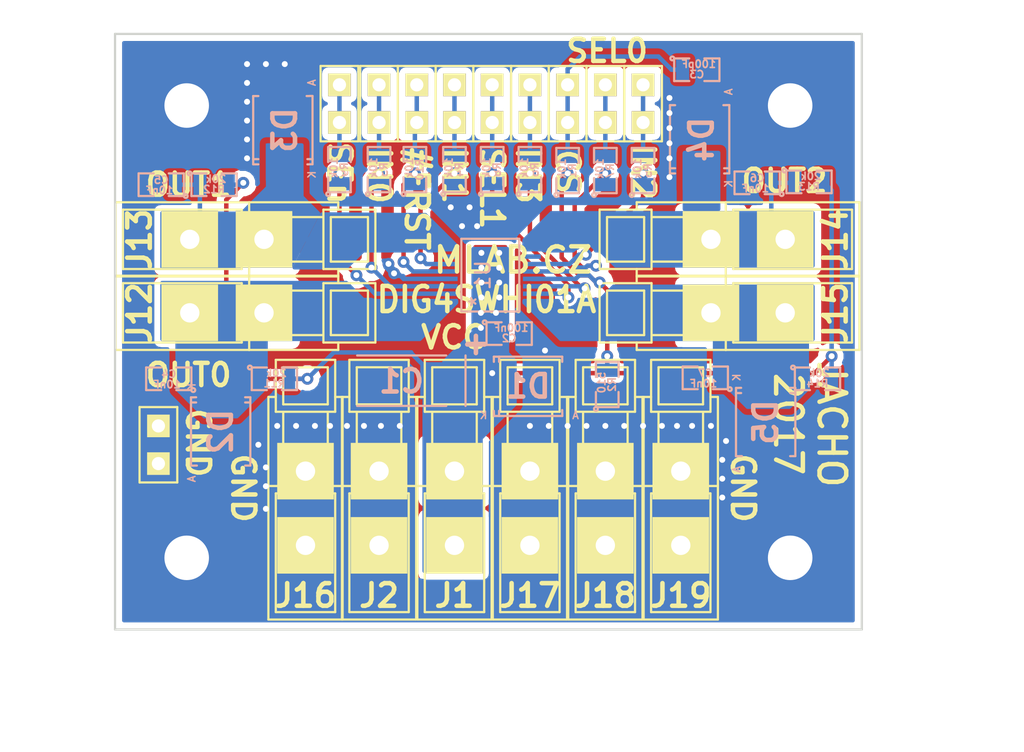
<source format=kicad_pcb>
(kicad_pcb (version 20170123) (host pcbnew "(2017-02-05 revision 431abcf)-makepkg")

  (general
    (links 95)
    (no_connects 0)
    (area 0.178999 -40.461001 50.621001 -0.178999)
    (thickness 1.6)
    (drawings 24)
    (tracks 289)
    (zones 0)
    (modules 51)
    (nets 25)
  )

  (page A4)
  (layers
    (0 F.Cu signal)
    (31 B.Cu signal)
    (32 B.Adhes user)
    (33 F.Adhes user)
    (34 B.Paste user)
    (35 F.Paste user)
    (36 B.SilkS user)
    (37 F.SilkS user)
    (38 B.Mask user)
    (39 F.Mask user)
    (40 Dwgs.User user)
    (41 Cmts.User user)
    (42 Eco1.User user)
    (43 Eco2.User user)
    (44 Edge.Cuts user)
    (45 Margin user)
    (46 B.CrtYd user)
    (47 F.CrtYd user)
    (48 B.Fab user)
    (49 F.Fab user)
  )

  (setup
    (last_trace_width 0.25)
    (user_trace_width 0.3)
    (user_trace_width 0.4)
    (user_trace_width 0.5)
    (user_trace_width 0.6)
    (user_trace_width 0.8)
    (user_trace_width 1)
    (trace_clearance 0.2)
    (zone_clearance 0)
    (zone_45_only no)
    (trace_min 0.2)
    (segment_width 0.2)
    (edge_width 0.15)
    (via_size 0.8)
    (via_drill 0.4)
    (via_min_size 0.4)
    (via_min_drill 0.3)
    (uvia_size 0.3)
    (uvia_drill 0.1)
    (uvias_allowed no)
    (uvia_min_size 0.2)
    (uvia_min_drill 0.1)
    (pcb_text_width 0.3)
    (pcb_text_size 1.5 1.5)
    (mod_edge_width 0.15)
    (mod_text_size 1 1)
    (mod_text_width 0.15)
    (pad_size 3.81 3.81)
    (pad_drill 1.3)
    (pad_to_mask_clearance 0.2)
    (solder_mask_min_width 0.2)
    (aux_axis_origin 0 0)
    (visible_elements 7FFFFF7F)
    (pcbplotparams
      (layerselection 0x010e0_ffffffff)
      (usegerberextensions false)
      (excludeedgelayer true)
      (linewidth 1.300000)
      (plotframeref false)
      (viasonmask false)
      (mode 1)
      (useauxorigin false)
      (hpglpennumber 1)
      (hpglpenspeed 20)
      (hpglpendiameter 15)
      (psnegative false)
      (psa4output false)
      (plotreference true)
      (plotvalue true)
      (plotinvisibletext false)
      (padsonsilk false)
      (subtractmaskfromsilk false)
      (outputformat 1)
      (mirror false)
      (drillshape 0)
      (scaleselection 1)
      (outputdirectory ../CAM_PROFI/))
  )

  (net 0 "")
  (net 1 GND)
  (net 2 VCC)
  (net 3 /IN1)
  (net 4 /IN2)
  (net 5 /OUT1)
  (net 6 /OUT2)
  (net 7 "Net-(R1-Pad1)")
  (net 8 /CS)
  (net 9 /OUT3)
  (net 10 /IN3)
  (net 11 "Net-(R4-Pad1)")
  (net 12 "Net-(R5-Pad1)")
  (net 13 "Net-(R6-Pad1)")
  (net 14 "Net-(R7-Pad1)")
  (net 15 "Net-(R8-Pad1)")
  (net 16 "Net-(R9-Pad1)")
  (net 17 "Net-(R10-Pad1)")
  (net 18 /OUT0)
  (net 19 /IN0)
  (net 20 /SEL0)
  (net 21 /SEL1)
  (net 22 /SEn)
  (net 23 /#FRST)
  (net 24 "Net-(R3-Pad1)")

  (net_class Default "Toto je výchozí třída sítě."
    (clearance 0.2)
    (trace_width 0.25)
    (via_dia 0.8)
    (via_drill 0.4)
    (uvia_dia 0.3)
    (uvia_drill 0.1)
    (add_net /#FRST)
    (add_net /CS)
    (add_net /IN0)
    (add_net /IN1)
    (add_net /IN2)
    (add_net /IN3)
    (add_net /OUT0)
    (add_net /OUT1)
    (add_net /OUT2)
    (add_net /OUT3)
    (add_net /SEL0)
    (add_net /SEL1)
    (add_net /SEn)
    (add_net GND)
    (add_net "Net-(R1-Pad1)")
    (add_net "Net-(R10-Pad1)")
    (add_net "Net-(R3-Pad1)")
    (add_net "Net-(R4-Pad1)")
    (add_net "Net-(R5-Pad1)")
    (add_net "Net-(R6-Pad1)")
    (add_net "Net-(R7-Pad1)")
    (add_net "Net-(R8-Pad1)")
    (add_net "Net-(R9-Pad1)")
    (add_net VCC)
  )

  (module Mlab_IO:PowerSSO-16 (layer B.Cu) (tedit 5930180C) (tstamp 592BB71C)
    (at 25.527 -24.13 90)
    (path /5927E905)
    (fp_text reference U1 (at 0 -0.5 90) (layer B.SilkS)
      (effects (font (size 1 1) (thickness 0.15)) (justify mirror))
    )
    (fp_text value VNQ7050AJ (at 0 0.5 90) (layer B.Fab)
      (effects (font (size 1 1) (thickness 0.15)) (justify mirror))
    )
    (fp_text user * (at -1.778 -0.889 90) (layer B.SilkS)
      (effects (font (size 1 1) (thickness 0.15)) (justify mirror))
    )
    (fp_line (start -2.45 1.95) (end 2.45 1.95) (layer B.SilkS) (width 0.15))
    (fp_line (start 2.45 1.95) (end 2.45 -1.95) (layer B.SilkS) (width 0.15))
    (fp_line (start 2.45 -1.95) (end -2.45 -1.95) (layer B.SilkS) (width 0.15))
    (fp_line (start -2.45 -1.95) (end -2.45 1.95) (layer B.SilkS) (width 0.15))
    (pad 17 thru_hole circle (at -1.5 -0.6 90) (size 0.5 0.5) (drill 0.4) (layers *.Cu *.Mask)
      (net 2 VCC) (solder_mask_margin 0.001))
    (pad 17 thru_hole circle (at -0.5 -0.6 90) (size 0.5 0.5) (drill 0.4) (layers *.Cu *.Mask)
      (net 2 VCC) (solder_mask_margin 0.001))
    (pad 17 thru_hole circle (at 0.5 -0.6 90) (size 0.5 0.5) (drill 0.4) (layers *.Cu *.Mask)
      (net 2 VCC) (solder_mask_margin 0.001))
    (pad 17 thru_hole circle (at 1.5 -0.6 90) (size 0.5 0.5) (drill 0.4) (layers *.Cu *.Mask)
      (net 2 VCC) (solder_mask_margin 0.001))
    (pad 17 thru_hole circle (at 1.5 0.6 90) (size 0.5 0.5) (drill 0.4) (layers *.Cu *.Mask)
      (net 2 VCC) (solder_mask_margin 0.001))
    (pad 17 thru_hole circle (at 0.5 0.6 90) (size 0.5 0.5) (drill 0.4) (layers *.Cu *.Mask)
      (net 2 VCC) (solder_mask_margin 0.001))
    (pad 17 thru_hole circle (at -0.5 0.6 90) (size 0.5 0.5) (drill 0.4) (layers *.Cu *.Mask)
      (net 2 VCC) (solder_mask_margin 0.001))
    (pad 17 thru_hole circle (at -1.5 0.6 90) (size 0.5 0.5) (drill 0.4) (layers *.Cu *.Mask)
      (net 2 VCC) (solder_mask_margin 0.001))
    (pad 1 smd rect (at -1.75 -2.8 90) (size 0.3 1.2) (layers B.Cu B.Paste B.Mask)
      (net 18 /OUT0))
    (pad 2 smd rect (at -1.25 -2.8 90) (size 0.3 1.2) (layers B.Cu B.Paste B.Mask)
      (net 16 "Net-(R9-Pad1)"))
    (pad 3 smd rect (at -0.75 -2.8 90) (size 0.3 1.2) (layers B.Cu B.Paste B.Mask)
      (net 24 "Net-(R3-Pad1)"))
    (pad 4 smd rect (at -0.25 -2.8 90) (size 0.3 1.2) (layers B.Cu B.Paste B.Mask)
      (net 1 GND))
    (pad 5 smd rect (at 0.25 -2.8 90) (size 0.3 1.2) (layers B.Cu B.Paste B.Mask)
      (net 17 "Net-(R10-Pad1)"))
    (pad 6 smd rect (at 0.75 -2.8 90) (size 0.3 1.2) (layers B.Cu B.Paste B.Mask)
      (net 11 "Net-(R4-Pad1)"))
    (pad 7 smd rect (at 1.25 -2.8 90) (size 0.3 1.2) (layers B.Cu B.Paste B.Mask))
    (pad 8 smd rect (at 1.75 -2.8 90) (size 0.3 1.2) (layers B.Cu B.Paste B.Mask)
      (net 5 /OUT1))
    (pad 9 smd rect (at 1.75 2.8 90) (size 0.3 1.2) (layers B.Cu B.Paste B.Mask)
      (net 6 /OUT2))
    (pad 10 smd rect (at 1.25 2.8 90) (size 0.3 1.2) (layers B.Cu B.Paste B.Mask))
    (pad 11 smd rect (at 0.75 2.8 90) (size 0.3 1.2) (layers B.Cu B.Paste B.Mask)
      (net 12 "Net-(R5-Pad1)"))
    (pad 12 smd rect (at 0.25 2.8 90) (size 0.3 1.2) (layers B.Cu B.Paste B.Mask)
      (net 14 "Net-(R7-Pad1)"))
    (pad 13 smd rect (at -0.25 2.8 90) (size 0.3 1.2) (layers B.Cu B.Paste B.Mask)
      (net 7 "Net-(R1-Pad1)"))
    (pad 14 smd rect (at -0.75 2.8 90) (size 0.3 1.2) (layers B.Cu B.Paste B.Mask)
      (net 13 "Net-(R6-Pad1)"))
    (pad 15 smd rect (at -1.25 2.8 90) (size 0.3 1.2) (layers B.Cu B.Paste B.Mask)
      (net 15 "Net-(R8-Pad1)"))
    (pad 16 smd rect (at -1.75 2.8 90) (size 0.3 1.2) (layers B.Cu B.Paste B.Mask)
      (net 9 /OUT3))
    (pad 17 smd rect (at 0 0 90) (size 3.8 2.2) (layers B.Cu B.Paste B.Mask)
      (net 2 VCC))
  )

  (module Mlab_Pin_Headers:Straight_2x01 (layer F.Cu) (tedit 5545E8D2) (tstamp 592BB653)
    (at 30.734 -35.687 90)
    (descr "pin header straight 2x01")
    (tags "pin header straight 2x01")
    (path /5915CFCB)
    (fp_text reference J3 (at 0 -2.54 90) (layer F.SilkS) hide
      (effects (font (size 1.5 1.5) (thickness 0.15)))
    )
    (fp_text value JUMP_2x1 (at 0 2.54 90) (layer F.SilkS) hide
      (effects (font (size 1.5 1.5) (thickness 0.15)))
    )
    (fp_line (start -2.54 -1.27) (end 2.54 -1.27) (layer F.SilkS) (width 0.15))
    (fp_line (start 2.54 -1.27) (end 2.54 1.27) (layer F.SilkS) (width 0.15))
    (fp_line (start 2.54 1.27) (end -2.54 1.27) (layer F.SilkS) (width 0.15))
    (fp_line (start -2.54 1.27) (end -2.54 -1.27) (layer F.SilkS) (width 0.15))
    (pad 1 thru_hole rect (at -1.27 0 90) (size 1.524 1.524) (drill 0.889) (layers *.Cu *.Mask F.SilkS)
      (net 8 /CS))
    (pad 2 thru_hole rect (at 1.27 0 90) (size 1.524 1.524) (drill 0.889) (layers *.Cu *.Mask F.SilkS)
      (net 8 /CS))
    (model Pin_Headers/Pin_Header_Straight_2x01.wrl
      (at (xyz 0 0 0))
      (scale (xyz 1 1 1))
      (rotate (xyz 0 0 90))
    )
  )

  (module Mlab_Mechanical:MountingHole_3mm placed (layer F.Cu) (tedit 589027DC) (tstamp 58244A4B)
    (at 5.08 -5.08)
    (descr "Mounting hole, Befestigungsbohrung, 3mm, No Annular, Kein Restring,")
    (tags "Mounting hole, Befestigungsbohrung, 3mm, No Annular, Kein Restring,")
    (path /549D7549)
    (fp_text reference M1 (at 0 -4.191) (layer F.SilkS) hide
      (effects (font (thickness 0.3048)))
    )
    (fp_text value HOLE (at 0 4.191) (layer F.SilkS) hide
      (effects (font (thickness 0.3048)))
    )
    (fp_circle (center 0 0) (end 2.99974 0) (layer Cmts.User) (width 0.381))
    (pad 1 thru_hole circle (at 0 0) (size 6 6) (drill 3) (layers *.Cu *.Adhes *.Mask)
      (net 1 GND) (clearance 1) (zone_connect 2))
  )

  (module Mlab_Mechanical:MountingHole_3mm placed (layer F.Cu) (tedit 589027DC) (tstamp 58244A51)
    (at 45.72 -5.08)
    (descr "Mounting hole, Befestigungsbohrung, 3mm, No Annular, Kein Restring,")
    (tags "Mounting hole, Befestigungsbohrung, 3mm, No Annular, Kein Restring,")
    (path /549D7628)
    (fp_text reference M2 (at 0 -4.191) (layer F.SilkS) hide
      (effects (font (thickness 0.3048)))
    )
    (fp_text value HOLE (at 0 4.191) (layer F.SilkS) hide
      (effects (font (thickness 0.3048)))
    )
    (fp_circle (center 0 0) (end 2.99974 0) (layer Cmts.User) (width 0.381))
    (pad 1 thru_hole circle (at 0 0) (size 6 6) (drill 3) (layers *.Cu *.Adhes *.Mask)
      (net 1 GND) (clearance 1) (zone_connect 2))
  )

  (module Mlab_Mechanical:MountingHole_3mm placed (layer F.Cu) (tedit 589027DC) (tstamp 58244A57)
    (at 45.72 -35.56)
    (descr "Mounting hole, Befestigungsbohrung, 3mm, No Annular, Kein Restring,")
    (tags "Mounting hole, Befestigungsbohrung, 3mm, No Annular, Kein Restring,")
    (path /549D7646)
    (fp_text reference M3 (at 0 -4.191) (layer F.SilkS) hide
      (effects (font (thickness 0.3048)))
    )
    (fp_text value HOLE (at 0 4.191) (layer F.SilkS) hide
      (effects (font (thickness 0.3048)))
    )
    (fp_circle (center 0 0) (end 2.99974 0) (layer Cmts.User) (width 0.381))
    (pad 1 thru_hole circle (at 0 0) (size 6 6) (drill 3) (layers *.Cu *.Adhes *.Mask)
      (net 1 GND) (clearance 1) (zone_connect 2))
  )

  (module Mlab_Mechanical:MountingHole_3mm placed (layer F.Cu) (tedit 589027DC) (tstamp 58244A5D)
    (at 5.08 -35.56)
    (descr "Mounting hole, Befestigungsbohrung, 3mm, No Annular, Kein Restring,")
    (tags "Mounting hole, Befestigungsbohrung, 3mm, No Annular, Kein Restring,")
    (path /549D7665)
    (fp_text reference M4 (at 0 -4.191) (layer F.SilkS) hide
      (effects (font (thickness 0.3048)))
    )
    (fp_text value HOLE (at 0 4.191) (layer F.SilkS) hide
      (effects (font (thickness 0.3048)))
    )
    (fp_circle (center 0 0) (end 2.99974 0) (layer Cmts.User) (width 0.381))
    (pad 1 thru_hole circle (at 0 0) (size 6 6) (drill 3) (layers *.Cu *.Adhes *.Mask)
      (net 1 GND) (clearance 1) (zone_connect 2))
  )

  (module Mlab_C:TantalC_SizeC_Reflow (layer B.Cu) (tedit 564C624B) (tstamp 592BB5FF)
    (at 19.558 -17.018 180)
    (descr "Tantal Cap. , Size C, EIA-6032, Reflow,")
    (tags "Tantal Cap. , Size C, EIA-6032, Reflow,")
    (path /5824A2B3)
    (attr smd)
    (fp_text reference C1 (at 0.0127 -0.0381 180) (layer B.SilkS)
      (effects (font (thickness 0.3048)) (justify mirror))
    )
    (fp_text value 47uF/16V (at -0.09906 -3.59918 180) (layer B.SilkS) hide
      (effects (font (thickness 0.3048)) (justify mirror))
    )
    (fp_line (start -4.30022 1.69926) (end -4.30022 -1.69926) (layer B.SilkS) (width 0.15))
    (fp_line (start 2.99974 -1.69926) (end -2.99974 -1.69926) (layer B.SilkS) (width 0.15))
    (fp_line (start 2.99974 1.69926) (end -2.99974 1.69926) (layer B.SilkS) (width 0.15))
    (fp_text user + (at -4.99872 2.55016 180) (layer B.SilkS)
      (effects (font (thickness 0.3048)) (justify mirror))
    )
    (fp_line (start -5.00126 3.05308) (end -5.00126 1.95326) (layer B.SilkS) (width 0.15))
    (fp_line (start -5.6007 2.5527) (end -4.40182 2.5527) (layer B.SilkS) (width 0.15))
    (pad 2 smd rect (at 2.52476 0 180) (size 2.55016 2.49936) (layers B.Cu B.Paste B.Mask)
      (net 1 GND))
    (pad 1 smd rect (at -2.52476 0 180) (size 2.55016 2.49936) (layers B.Cu B.Paste B.Mask)
      (net 2 VCC))
    (model MLAB_3D/Capacitors/c_tant_C.wrl
      (at (xyz 0 0 0))
      (scale (xyz 1 1 1))
      (rotate (xyz 0 0 180))
    )
  )

  (module Mlab_R:SMD-0805 (layer B.Cu) (tedit 54799E0C) (tstamp 592BB605)
    (at 26.797 -20.193)
    (path /592A1FCE)
    (attr smd)
    (fp_text reference C2 (at 0 0.3175) (layer B.SilkS)
      (effects (font (size 0.50038 0.50038) (thickness 0.10922)) (justify mirror))
    )
    (fp_text value 100nF (at 0.127 -0.381) (layer B.SilkS)
      (effects (font (size 0.50038 0.50038) (thickness 0.10922)) (justify mirror))
    )
    (fp_circle (center -1.651 -0.762) (end -1.651 -0.635) (layer B.SilkS) (width 0.15))
    (fp_line (start -0.508 -0.762) (end -1.524 -0.762) (layer B.SilkS) (width 0.15))
    (fp_line (start -1.524 -0.762) (end -1.524 0.762) (layer B.SilkS) (width 0.15))
    (fp_line (start -1.524 0.762) (end -0.508 0.762) (layer B.SilkS) (width 0.15))
    (fp_line (start 0.508 0.762) (end 1.524 0.762) (layer B.SilkS) (width 0.15))
    (fp_line (start 1.524 0.762) (end 1.524 -0.762) (layer B.SilkS) (width 0.15))
    (fp_line (start 1.524 -0.762) (end 0.508 -0.762) (layer B.SilkS) (width 0.15))
    (pad 1 smd rect (at -0.9525 0) (size 0.889 1.397) (layers B.Cu B.Paste B.Mask)
      (net 2 VCC))
    (pad 2 smd rect (at 0.9525 0) (size 0.889 1.397) (layers B.Cu B.Paste B.Mask)
      (net 1 GND))
    (model MLAB_3D/Resistors/chip_cms.wrl
      (at (xyz 0 0 0))
      (scale (xyz 0.1 0.1 0.1))
      (rotate (xyz 0 0 0))
    )
  )

  (module Mlab_R:SMD-0805 (layer B.Cu) (tedit 54799E0C) (tstamp 592BB60B)
    (at 39.4335 -37.973)
    (path /5914A35F)
    (attr smd)
    (fp_text reference C3 (at 0 0.3175) (layer B.SilkS)
      (effects (font (size 0.50038 0.50038) (thickness 0.10922)) (justify mirror))
    )
    (fp_text value 100pF (at 0.127 -0.381) (layer B.SilkS)
      (effects (font (size 0.50038 0.50038) (thickness 0.10922)) (justify mirror))
    )
    (fp_circle (center -1.651 -0.762) (end -1.651 -0.635) (layer B.SilkS) (width 0.15))
    (fp_line (start -0.508 -0.762) (end -1.524 -0.762) (layer B.SilkS) (width 0.15))
    (fp_line (start -1.524 -0.762) (end -1.524 0.762) (layer B.SilkS) (width 0.15))
    (fp_line (start -1.524 0.762) (end -0.508 0.762) (layer B.SilkS) (width 0.15))
    (fp_line (start 0.508 0.762) (end 1.524 0.762) (layer B.SilkS) (width 0.15))
    (fp_line (start 1.524 0.762) (end 1.524 -0.762) (layer B.SilkS) (width 0.15))
    (fp_line (start 1.524 -0.762) (end 0.508 -0.762) (layer B.SilkS) (width 0.15))
    (pad 1 smd rect (at -0.9525 0) (size 0.889 1.397) (layers B.Cu B.Paste B.Mask)
      (net 8 /CS))
    (pad 2 smd rect (at 0.9525 0) (size 0.889 1.397) (layers B.Cu B.Paste B.Mask)
      (net 1 GND))
    (model MLAB_3D/Resistors/chip_cms.wrl
      (at (xyz 0 0 0))
      (scale (xyz 0.1 0.1 0.1))
      (rotate (xyz 0 0 0))
    )
  )

  (module Mlab_R:SMD-0805 (layer B.Cu) (tedit 54799E0C) (tstamp 592BB611)
    (at 3.8735 -17.145 180)
    (path /592A6A4B)
    (attr smd)
    (fp_text reference C4 (at 0 0.3175 180) (layer B.SilkS)
      (effects (font (size 0.50038 0.50038) (thickness 0.10922)) (justify mirror))
    )
    (fp_text value 10nF (at 0.127 -0.381 180) (layer B.SilkS)
      (effects (font (size 0.50038 0.50038) (thickness 0.10922)) (justify mirror))
    )
    (fp_line (start 1.524 -0.762) (end 0.508 -0.762) (layer B.SilkS) (width 0.15))
    (fp_line (start 1.524 0.762) (end 1.524 -0.762) (layer B.SilkS) (width 0.15))
    (fp_line (start 0.508 0.762) (end 1.524 0.762) (layer B.SilkS) (width 0.15))
    (fp_line (start -1.524 0.762) (end -0.508 0.762) (layer B.SilkS) (width 0.15))
    (fp_line (start -1.524 -0.762) (end -1.524 0.762) (layer B.SilkS) (width 0.15))
    (fp_line (start -0.508 -0.762) (end -1.524 -0.762) (layer B.SilkS) (width 0.15))
    (fp_circle (center -1.651 -0.762) (end -1.651 -0.635) (layer B.SilkS) (width 0.15))
    (pad 2 smd rect (at 0.9525 0 180) (size 0.889 1.397) (layers B.Cu B.Paste B.Mask)
      (net 1 GND))
    (pad 1 smd rect (at -0.9525 0 180) (size 0.889 1.397) (layers B.Cu B.Paste B.Mask)
      (net 18 /OUT0))
    (model MLAB_3D/Resistors/chip_cms.wrl
      (at (xyz 0 0 0))
      (scale (xyz 0.1 0.1 0.1))
      (rotate (xyz 0 0 0))
    )
  )

  (module Mlab_R:SMD-0805 (layer B.Cu) (tedit 54799E0C) (tstamp 592BB617)
    (at 3.3655 -30.226 180)
    (path /592A7624)
    (attr smd)
    (fp_text reference C5 (at 0 0.3175 180) (layer B.SilkS)
      (effects (font (size 0.50038 0.50038) (thickness 0.10922)) (justify mirror))
    )
    (fp_text value 10nF (at 0.127 -0.381 180) (layer B.SilkS)
      (effects (font (size 0.50038 0.50038) (thickness 0.10922)) (justify mirror))
    )
    (fp_circle (center -1.651 -0.762) (end -1.651 -0.635) (layer B.SilkS) (width 0.15))
    (fp_line (start -0.508 -0.762) (end -1.524 -0.762) (layer B.SilkS) (width 0.15))
    (fp_line (start -1.524 -0.762) (end -1.524 0.762) (layer B.SilkS) (width 0.15))
    (fp_line (start -1.524 0.762) (end -0.508 0.762) (layer B.SilkS) (width 0.15))
    (fp_line (start 0.508 0.762) (end 1.524 0.762) (layer B.SilkS) (width 0.15))
    (fp_line (start 1.524 0.762) (end 1.524 -0.762) (layer B.SilkS) (width 0.15))
    (fp_line (start 1.524 -0.762) (end 0.508 -0.762) (layer B.SilkS) (width 0.15))
    (pad 1 smd rect (at -0.9525 0 180) (size 0.889 1.397) (layers B.Cu B.Paste B.Mask)
      (net 5 /OUT1))
    (pad 2 smd rect (at 0.9525 0 180) (size 0.889 1.397) (layers B.Cu B.Paste B.Mask)
      (net 1 GND))
    (model MLAB_3D/Resistors/chip_cms.wrl
      (at (xyz 0 0 0))
      (scale (xyz 0.1 0.1 0.1))
      (rotate (xyz 0 0 0))
    )
  )

  (module Mlab_R:SMD-0805 (layer B.Cu) (tedit 54799E0C) (tstamp 592BB61D)
    (at 43.4975 -30.353 180)
    (path /592A76C8)
    (attr smd)
    (fp_text reference C6 (at 0 0.3175 180) (layer B.SilkS)
      (effects (font (size 0.50038 0.50038) (thickness 0.10922)) (justify mirror))
    )
    (fp_text value 10nF (at 0.127 -0.381 180) (layer B.SilkS)
      (effects (font (size 0.50038 0.50038) (thickness 0.10922)) (justify mirror))
    )
    (fp_line (start 1.524 -0.762) (end 0.508 -0.762) (layer B.SilkS) (width 0.15))
    (fp_line (start 1.524 0.762) (end 1.524 -0.762) (layer B.SilkS) (width 0.15))
    (fp_line (start 0.508 0.762) (end 1.524 0.762) (layer B.SilkS) (width 0.15))
    (fp_line (start -1.524 0.762) (end -0.508 0.762) (layer B.SilkS) (width 0.15))
    (fp_line (start -1.524 -0.762) (end -1.524 0.762) (layer B.SilkS) (width 0.15))
    (fp_line (start -0.508 -0.762) (end -1.524 -0.762) (layer B.SilkS) (width 0.15))
    (fp_circle (center -1.651 -0.762) (end -1.651 -0.635) (layer B.SilkS) (width 0.15))
    (pad 2 smd rect (at 0.9525 0 180) (size 0.889 1.397) (layers B.Cu B.Paste B.Mask)
      (net 1 GND))
    (pad 1 smd rect (at -0.9525 0 180) (size 0.889 1.397) (layers B.Cu B.Paste B.Mask)
      (net 6 /OUT2))
    (model MLAB_3D/Resistors/chip_cms.wrl
      (at (xyz 0 0 0))
      (scale (xyz 0.1 0.1 0.1))
      (rotate (xyz 0 0 0))
    )
  )

  (module Mlab_R:SMD-0805 (layer B.Cu) (tedit 54799E0C) (tstamp 592BB623)
    (at 40.005 -17.2085 180)
    (path /592A7767)
    (attr smd)
    (fp_text reference C7 (at 0 0.3175 180) (layer B.SilkS)
      (effects (font (size 0.50038 0.50038) (thickness 0.10922)) (justify mirror))
    )
    (fp_text value 10nF (at 0.127 -0.381 180) (layer B.SilkS)
      (effects (font (size 0.50038 0.50038) (thickness 0.10922)) (justify mirror))
    )
    (fp_circle (center -1.651 -0.762) (end -1.651 -0.635) (layer B.SilkS) (width 0.15))
    (fp_line (start -0.508 -0.762) (end -1.524 -0.762) (layer B.SilkS) (width 0.15))
    (fp_line (start -1.524 -0.762) (end -1.524 0.762) (layer B.SilkS) (width 0.15))
    (fp_line (start -1.524 0.762) (end -0.508 0.762) (layer B.SilkS) (width 0.15))
    (fp_line (start 0.508 0.762) (end 1.524 0.762) (layer B.SilkS) (width 0.15))
    (fp_line (start 1.524 0.762) (end 1.524 -0.762) (layer B.SilkS) (width 0.15))
    (fp_line (start 1.524 -0.762) (end 0.508 -0.762) (layer B.SilkS) (width 0.15))
    (pad 1 smd rect (at -0.9525 0 180) (size 0.889 1.397) (layers B.Cu B.Paste B.Mask)
      (net 9 /OUT3))
    (pad 2 smd rect (at 0.9525 0 180) (size 0.889 1.397) (layers B.Cu B.Paste B.Mask)
      (net 1 GND))
    (model MLAB_3D/Resistors/chip_cms.wrl
      (at (xyz 0 0 0))
      (scale (xyz 0.1 0.1 0.1))
      (rotate (xyz 0 0 0))
    )
  )

  (module Mlab_D:Diode-SMB_Standard (layer B.Cu) (tedit 59300A80) (tstamp 592BB629)
    (at 28.067 -16.637 180)
    (descr "Diode SMB Standard")
    (tags "Diode SMB Standard")
    (path /58246F3B)
    (attr smd)
    (fp_text reference D1 (at 0 0 180) (layer B.SilkS)
      (effects (font (thickness 0.3048)) (justify mirror))
    )
    (fp_text value SMBJ15A-E3/52 (at 0 -3.81 180) (layer B.SilkS) hide
      (effects (font (thickness 0.3048)) (justify mirror))
    )
    (fp_text user A (at -3.2004 -1.95072 180) (layer B.SilkS)
      (effects (font (size 0.50038 0.50038) (thickness 0.09906)) (justify mirror))
    )
    (fp_text user K (at 2.99974 -1.95072 180) (layer B.SilkS)
      (effects (font (size 0.50038 0.50038) (thickness 0.09906)) (justify mirror))
    )
    (fp_line (start -2.30124 -1.75006) (end -2.30124 -1.6002) (layer B.SilkS) (width 0.15))
    (fp_line (start 1.95072 -1.75006) (end 1.95072 -1.651) (layer B.SilkS) (width 0.15))
    (fp_line (start 2.30124 -1.75006) (end 2.30124 -1.651) (layer B.SilkS) (width 0.15))
    (fp_line (start -2.30124 1.75006) (end -2.30124 1.651) (layer B.SilkS) (width 0.15))
    (fp_line (start 1.95072 1.75006) (end 1.95072 1.651) (layer B.SilkS) (width 0.15))
    (fp_line (start 2.30124 1.75006) (end 2.30124 1.651) (layer B.SilkS) (width 0.15))
    (fp_circle (center 0 0) (end 0.44958 -0.09906) (layer B.Adhes) (width 0.381))
    (fp_circle (center 0 0) (end 0.20066 -0.09906) (layer B.Adhes) (width 0.381))
    (fp_line (start 1.95072 -1.99898) (end 1.95072 -1.80086) (layer B.SilkS) (width 0.15))
    (fp_line (start 1.95072 1.99898) (end 1.95072 1.80086) (layer B.SilkS) (width 0.15))
    (fp_line (start 2.29616 -1.99644) (end 2.29616 -1.79832) (layer B.SilkS) (width 0.15))
    (fp_line (start -2.30632 -1.99644) (end 2.29616 -1.99644) (layer B.SilkS) (width 0.15))
    (fp_line (start -2.30632 -1.99644) (end -2.30632 -1.79832) (layer B.SilkS) (width 0.15))
    (fp_line (start -2.30124 1.99898) (end -2.30124 1.80086) (layer B.SilkS) (width 0.15))
    (fp_line (start -2.30124 1.99898) (end 2.30124 1.99898) (layer B.SilkS) (width 0.15))
    (fp_line (start 2.30124 1.99898) (end 2.30124 1.80086) (layer B.SilkS) (width 0.15))
    (pad 2 smd rect (at -2.14884 0 180) (size 2.49936 2.30124) (layers B.Cu B.Paste B.Mask)
      (net 1 GND))
    (pad 1 smd rect (at 2.14884 0 180) (size 2.49936 2.30124) (layers B.Cu B.Paste B.Mask)
      (net 2 VCC))
    (model MLAB_3D/Diodes/SMB.wrl
      (at (xyz 0 0 0))
      (scale (xyz 0.3937 0.3937 0.3937))
      (rotate (xyz 0 0 0))
    )
  )

  (module Mlab_D:SMB_Standard (layer B.Cu) (tedit 59300A86) (tstamp 592BB62F)
    (at 7.366 -13.59916 90)
    (descr "Diode SMB Standard")
    (tags "Diode SMB Standard")
    (path /591647B3)
    (attr smd)
    (fp_text reference D2 (at -0.01016 0 90) (layer B.SilkS)
      (effects (font (thickness 0.3048)) (justify mirror))
    )
    (fp_text value SMBJ15A-E3/52 (at 0 -3.81 90) (layer B.SilkS) hide
      (effects (font (thickness 0.3048)) (justify mirror))
    )
    (fp_text user A (at -3.2004 -1.95072 90) (layer B.SilkS)
      (effects (font (size 0.50038 0.50038) (thickness 0.09906)) (justify mirror))
    )
    (fp_text user K (at 2.99974 -1.95072 90) (layer B.SilkS)
      (effects (font (size 0.50038 0.50038) (thickness 0.09906)) (justify mirror))
    )
    (fp_line (start -2.30124 -1.75006) (end -2.30124 -1.6002) (layer B.SilkS) (width 0.15))
    (fp_line (start 1.95072 -1.75006) (end 1.95072 -1.651) (layer B.SilkS) (width 0.15))
    (fp_line (start 2.30124 -1.75006) (end 2.30124 -1.651) (layer B.SilkS) (width 0.15))
    (fp_line (start -2.30124 1.75006) (end -2.30124 1.651) (layer B.SilkS) (width 0.15))
    (fp_line (start 1.95072 1.75006) (end 1.95072 1.651) (layer B.SilkS) (width 0.15))
    (fp_line (start 2.30124 1.75006) (end 2.30124 1.651) (layer B.SilkS) (width 0.15))
    (fp_circle (center 0 0) (end 0.44958 -0.09906) (layer B.Adhes) (width 0.381))
    (fp_circle (center 0 0) (end 0.20066 -0.09906) (layer B.Adhes) (width 0.381))
    (fp_line (start 1.95072 -1.99898) (end 1.95072 -1.80086) (layer B.SilkS) (width 0.15))
    (fp_line (start 1.95072 1.99898) (end 1.95072 1.80086) (layer B.SilkS) (width 0.15))
    (fp_line (start 2.29616 -1.99644) (end 2.29616 -1.79832) (layer B.SilkS) (width 0.15))
    (fp_line (start -2.30632 -1.99644) (end 2.29616 -1.99644) (layer B.SilkS) (width 0.15))
    (fp_line (start -2.30632 -1.99644) (end -2.30632 -1.79832) (layer B.SilkS) (width 0.15))
    (fp_line (start -2.30124 1.99898) (end -2.30124 1.80086) (layer B.SilkS) (width 0.15))
    (fp_line (start -2.30124 1.99898) (end 2.30124 1.99898) (layer B.SilkS) (width 0.15))
    (fp_line (start 2.30124 1.99898) (end 2.30124 1.80086) (layer B.SilkS) (width 0.15))
    (pad 1 smd rect (at 2.14884 0 90) (size 2.49936 2.30124) (layers B.Cu B.Paste B.Mask)
      (net 18 /OUT0))
    (pad 2 smd rect (at -2.14884 0 90) (size 2.49936 2.30124) (layers B.Cu B.Paste B.Mask)
      (net 1 GND))
    (model MLAB_3D/Diodes/SMB.wrl
      (at (xyz 0 0 0))
      (scale (xyz 0.3937 0.3937 0.3937))
      (rotate (xyz 0 0 0))
    )
  )

  (module Mlab_D:SMB_Standard (layer B.Cu) (tedit 59300A8C) (tstamp 592BB635)
    (at 11.557 -33.89884 270)
    (descr "Diode SMB Standard")
    (tags "Diode SMB Standard")
    (path /5916BDE0)
    (attr smd)
    (fp_text reference D3 (at -0.01016 -0.127 270) (layer B.SilkS)
      (effects (font (thickness 0.3048)) (justify mirror))
    )
    (fp_text value SMBJ15A-E3/52 (at 0 -3.81 270) (layer B.SilkS) hide
      (effects (font (thickness 0.3048)) (justify mirror))
    )
    (fp_line (start 2.30124 1.99898) (end 2.30124 1.80086) (layer B.SilkS) (width 0.15))
    (fp_line (start -2.30124 1.99898) (end 2.30124 1.99898) (layer B.SilkS) (width 0.15))
    (fp_line (start -2.30124 1.99898) (end -2.30124 1.80086) (layer B.SilkS) (width 0.15))
    (fp_line (start -2.30632 -1.99644) (end -2.30632 -1.79832) (layer B.SilkS) (width 0.15))
    (fp_line (start -2.30632 -1.99644) (end 2.29616 -1.99644) (layer B.SilkS) (width 0.15))
    (fp_line (start 2.29616 -1.99644) (end 2.29616 -1.79832) (layer B.SilkS) (width 0.15))
    (fp_line (start 1.95072 1.99898) (end 1.95072 1.80086) (layer B.SilkS) (width 0.15))
    (fp_line (start 1.95072 -1.99898) (end 1.95072 -1.80086) (layer B.SilkS) (width 0.15))
    (fp_circle (center 0 0) (end 0.20066 -0.09906) (layer B.Adhes) (width 0.381))
    (fp_circle (center 0 0) (end 0.44958 -0.09906) (layer B.Adhes) (width 0.381))
    (fp_line (start 2.30124 1.75006) (end 2.30124 1.651) (layer B.SilkS) (width 0.15))
    (fp_line (start 1.95072 1.75006) (end 1.95072 1.651) (layer B.SilkS) (width 0.15))
    (fp_line (start -2.30124 1.75006) (end -2.30124 1.651) (layer B.SilkS) (width 0.15))
    (fp_line (start 2.30124 -1.75006) (end 2.30124 -1.651) (layer B.SilkS) (width 0.15))
    (fp_line (start 1.95072 -1.75006) (end 1.95072 -1.651) (layer B.SilkS) (width 0.15))
    (fp_line (start -2.30124 -1.75006) (end -2.30124 -1.6002) (layer B.SilkS) (width 0.15))
    (fp_text user K (at 2.99974 -1.95072 270) (layer B.SilkS)
      (effects (font (size 0.50038 0.50038) (thickness 0.09906)) (justify mirror))
    )
    (fp_text user A (at -3.2004 -1.95072 270) (layer B.SilkS)
      (effects (font (size 0.50038 0.50038) (thickness 0.09906)) (justify mirror))
    )
    (pad 2 smd rect (at -2.14884 0 270) (size 2.49936 2.30124) (layers B.Cu B.Paste B.Mask)
      (net 1 GND))
    (pad 1 smd rect (at 2.14884 0 270) (size 2.49936 2.30124) (layers B.Cu B.Paste B.Mask)
      (net 5 /OUT1))
    (model MLAB_3D/Diodes/SMB.wrl
      (at (xyz 0 0 0))
      (scale (xyz 0.3937 0.3937 0.3937))
      (rotate (xyz 0 0 0))
    )
  )

  (module Mlab_D:SMB_Standard (layer B.Cu) (tedit 59300A75) (tstamp 592BB63B)
    (at 39.624 -33.28416 270)
    (descr "Diode SMB Standard")
    (tags "Diode SMB Standard")
    (path /5916C564)
    (attr smd)
    (fp_text reference D4 (at 0.01016 -0.127 270) (layer B.SilkS)
      (effects (font (thickness 0.3048)) (justify mirror))
    )
    (fp_text value SMBJ15A-E3/52 (at 0 -3.81 270) (layer B.SilkS) hide
      (effects (font (thickness 0.3048)) (justify mirror))
    )
    (fp_line (start 2.30124 1.99898) (end 2.30124 1.80086) (layer B.SilkS) (width 0.15))
    (fp_line (start -2.30124 1.99898) (end 2.30124 1.99898) (layer B.SilkS) (width 0.15))
    (fp_line (start -2.30124 1.99898) (end -2.30124 1.80086) (layer B.SilkS) (width 0.15))
    (fp_line (start -2.30632 -1.99644) (end -2.30632 -1.79832) (layer B.SilkS) (width 0.15))
    (fp_line (start -2.30632 -1.99644) (end 2.29616 -1.99644) (layer B.SilkS) (width 0.15))
    (fp_line (start 2.29616 -1.99644) (end 2.29616 -1.79832) (layer B.SilkS) (width 0.15))
    (fp_line (start 1.95072 1.99898) (end 1.95072 1.80086) (layer B.SilkS) (width 0.15))
    (fp_line (start 1.95072 -1.99898) (end 1.95072 -1.80086) (layer B.SilkS) (width 0.15))
    (fp_circle (center 0 0) (end 0.20066 -0.09906) (layer B.Adhes) (width 0.381))
    (fp_circle (center 0 0) (end 0.44958 -0.09906) (layer B.Adhes) (width 0.381))
    (fp_line (start 2.30124 1.75006) (end 2.30124 1.651) (layer B.SilkS) (width 0.15))
    (fp_line (start 1.95072 1.75006) (end 1.95072 1.651) (layer B.SilkS) (width 0.15))
    (fp_line (start -2.30124 1.75006) (end -2.30124 1.651) (layer B.SilkS) (width 0.15))
    (fp_line (start 2.30124 -1.75006) (end 2.30124 -1.651) (layer B.SilkS) (width 0.15))
    (fp_line (start 1.95072 -1.75006) (end 1.95072 -1.651) (layer B.SilkS) (width 0.15))
    (fp_line (start -2.30124 -1.75006) (end -2.30124 -1.6002) (layer B.SilkS) (width 0.15))
    (fp_text user K (at 2.99974 -1.95072 270) (layer B.SilkS)
      (effects (font (size 0.50038 0.50038) (thickness 0.09906)) (justify mirror))
    )
    (fp_text user A (at -3.2004 -1.95072 270) (layer B.SilkS)
      (effects (font (size 0.50038 0.50038) (thickness 0.09906)) (justify mirror))
    )
    (pad 2 smd rect (at -2.14884 0 270) (size 2.49936 2.30124) (layers B.Cu B.Paste B.Mask)
      (net 1 GND))
    (pad 1 smd rect (at 2.14884 0 270) (size 2.49936 2.30124) (layers B.Cu B.Paste B.Mask)
      (net 6 /OUT2))
    (model MLAB_3D/Diodes/SMB.wrl
      (at (xyz 0 0 0))
      (scale (xyz 0.3937 0.3937 0.3937))
      (rotate (xyz 0 0 0))
    )
  )

  (module Mlab_D:SMB_Standard (layer B.Cu) (tedit 59300A7A) (tstamp 592BB641)
    (at 44.069 -14.23416 90)
    (descr "Diode SMB Standard")
    (tags "Diode SMB Standard")
    (path /5916C602)
    (attr smd)
    (fp_text reference D5 (at -0.01016 0 90) (layer B.SilkS)
      (effects (font (thickness 0.3048)) (justify mirror))
    )
    (fp_text value SMBJ15A-E3/52 (at 0 -3.81 90) (layer B.SilkS) hide
      (effects (font (thickness 0.3048)) (justify mirror))
    )
    (fp_text user A (at -3.2004 -1.95072 90) (layer B.SilkS)
      (effects (font (size 0.50038 0.50038) (thickness 0.09906)) (justify mirror))
    )
    (fp_text user K (at 2.99974 -1.95072 90) (layer B.SilkS)
      (effects (font (size 0.50038 0.50038) (thickness 0.09906)) (justify mirror))
    )
    (fp_line (start -2.30124 -1.75006) (end -2.30124 -1.6002) (layer B.SilkS) (width 0.15))
    (fp_line (start 1.95072 -1.75006) (end 1.95072 -1.651) (layer B.SilkS) (width 0.15))
    (fp_line (start 2.30124 -1.75006) (end 2.30124 -1.651) (layer B.SilkS) (width 0.15))
    (fp_line (start -2.30124 1.75006) (end -2.30124 1.651) (layer B.SilkS) (width 0.15))
    (fp_line (start 1.95072 1.75006) (end 1.95072 1.651) (layer B.SilkS) (width 0.15))
    (fp_line (start 2.30124 1.75006) (end 2.30124 1.651) (layer B.SilkS) (width 0.15))
    (fp_circle (center 0 0) (end 0.44958 -0.09906) (layer B.Adhes) (width 0.381))
    (fp_circle (center 0 0) (end 0.20066 -0.09906) (layer B.Adhes) (width 0.381))
    (fp_line (start 1.95072 -1.99898) (end 1.95072 -1.80086) (layer B.SilkS) (width 0.15))
    (fp_line (start 1.95072 1.99898) (end 1.95072 1.80086) (layer B.SilkS) (width 0.15))
    (fp_line (start 2.29616 -1.99644) (end 2.29616 -1.79832) (layer B.SilkS) (width 0.15))
    (fp_line (start -2.30632 -1.99644) (end 2.29616 -1.99644) (layer B.SilkS) (width 0.15))
    (fp_line (start -2.30632 -1.99644) (end -2.30632 -1.79832) (layer B.SilkS) (width 0.15))
    (fp_line (start -2.30124 1.99898) (end -2.30124 1.80086) (layer B.SilkS) (width 0.15))
    (fp_line (start -2.30124 1.99898) (end 2.30124 1.99898) (layer B.SilkS) (width 0.15))
    (fp_line (start 2.30124 1.99898) (end 2.30124 1.80086) (layer B.SilkS) (width 0.15))
    (pad 1 smd rect (at 2.14884 0 90) (size 2.49936 2.30124) (layers B.Cu B.Paste B.Mask)
      (net 9 /OUT3))
    (pad 2 smd rect (at -2.14884 0 90) (size 2.49936 2.30124) (layers B.Cu B.Paste B.Mask)
      (net 1 GND))
    (model MLAB_3D/Diodes/SMB.wrl
      (at (xyz 0 0 0))
      (scale (xyz 0.3937 0.3937 0.3937))
      (rotate (xyz 0 0 0))
    )
  )

  (module Mlab_CON:WAGO256 (layer F.Cu) (tedit 564C6037) (tstamp 592BB647)
    (at 23.114 -8.382 90)
    (descr "WAGO-Series 236, 2Stift, 1pol, RM 5mm,")
    (tags "WAGO-Series 236, 2Stift, 1pol, RM 5mm, Anreibare Leiterplattenklemme")
    (path /58248301)
    (fp_text reference J1 (at -5.842 0 180) (layer F.SilkS)
      (effects (font (thickness 0.3048)))
    )
    (fp_text value CONN1_1 (at 0.254 4.064 90) (layer F.SilkS) hide
      (effects (font (thickness 0.3048)))
    )
    (fp_line (start 7.54 2.5) (end 7.54 2) (layer F.SilkS) (width 0.15))
    (fp_line (start 7.54 -2) (end 7.54 -2.5) (layer F.SilkS) (width 0.15))
    (fp_line (start 1.54 2.5001) (end 1.54 -2.5001) (layer F.SilkS) (width 0.15))
    (fp_line (start -7.46 2.5001) (end -7.46 -2.5001) (layer F.SilkS) (width 0.15))
    (fp_line (start 9.54 1.501) (end 9.54 -1.501) (layer F.SilkS) (width 0.15))
    (fp_line (start 7.0401 1.501) (end 7.0401 -1.501) (layer F.SilkS) (width 0.15))
    (fp_line (start 10.0401 -2) (end 10.0401 2) (layer F.SilkS) (width 0.15))
    (fp_line (start 6.54 -2) (end 6.54 2) (layer F.SilkS) (width 0.15))
    (fp_line (start 3.54 1.5001) (end 3.54 -1.5001) (layer F.SilkS) (width 0.15))
    (fp_line (start 1.0399 -2) (end 1.0399 2) (layer F.SilkS) (width 0.15))
    (fp_line (start -6.9601 2) (end -6.9601 -2) (layer F.SilkS) (width 0.15))
    (fp_line (start 1.0399 1) (end 1.54 1) (layer F.SilkS) (width 0.15))
    (fp_line (start 7.0401 1.5) (end 9.54 1.5) (layer F.SilkS) (width 0.15))
    (fp_line (start 6.54 2) (end 10.0401 2) (layer F.SilkS) (width 0.15))
    (fp_line (start 1.0399 -1) (end 1.54 -1) (layer F.SilkS) (width 0.15))
    (fp_line (start 7.0401 -1.5) (end 9.54 -1.5) (layer F.SilkS) (width 0.15))
    (fp_line (start 6.54 -2) (end 10.041 -2) (layer F.SilkS) (width 0.15))
    (fp_line (start 3.54 1.5) (end 6.54 1.5) (layer F.SilkS) (width 0.15))
    (fp_line (start -6.9601 2) (end 1.0399 2) (layer F.SilkS) (width 0.15))
    (fp_line (start 1.54 2.5) (end 7.54 2.5) (layer F.SilkS) (width 0.15))
    (fp_line (start 3.54 -1.5) (end 6.54 -1.5) (layer F.SilkS) (width 0.15))
    (fp_line (start -6.9601 -2) (end 1.0399 -2) (layer F.SilkS) (width 0.15))
    (fp_line (start 1.54 -2.5) (end 7.54 -2.5) (layer F.SilkS) (width 0.15))
    (fp_line (start 1.54 2.5) (end -7.46 2.5) (layer F.SilkS) (width 0.15))
    (fp_line (start -7.46 -2.5) (end 1.54 -2.5) (layer F.SilkS) (width 0.15))
    (pad 1 thru_hole rect (at -2.46 0 180) (size 3.81 3.81) (drill 1.3) (layers *.Cu *.Mask F.SilkS)
      (net 2 VCC))
    (pad 1 thru_hole rect (at 2.54 0 180) (size 3.81 3.81) (drill 1.3) (layers *.Cu *.Mask F.SilkS)
      (net 2 VCC))
  )

  (module Mlab_CON:WAGO256 (layer F.Cu) (tedit 564C6037) (tstamp 592BB64D)
    (at 18.034 -8.382 90)
    (descr "WAGO-Series 236, 2Stift, 1pol, RM 5mm,")
    (tags "WAGO-Series 236, 2Stift, 1pol, RM 5mm, Anreibare Leiterplattenklemme")
    (path /58248700)
    (fp_text reference J2 (at -5.842 0 180) (layer F.SilkS)
      (effects (font (thickness 0.3048)))
    )
    (fp_text value CONN1_1 (at 0.254 4.064 90) (layer F.SilkS) hide
      (effects (font (thickness 0.3048)))
    )
    (fp_line (start -7.46 -2.5) (end 1.54 -2.5) (layer F.SilkS) (width 0.15))
    (fp_line (start 1.54 2.5) (end -7.46 2.5) (layer F.SilkS) (width 0.15))
    (fp_line (start 1.54 -2.5) (end 7.54 -2.5) (layer F.SilkS) (width 0.15))
    (fp_line (start -6.9601 -2) (end 1.0399 -2) (layer F.SilkS) (width 0.15))
    (fp_line (start 3.54 -1.5) (end 6.54 -1.5) (layer F.SilkS) (width 0.15))
    (fp_line (start 1.54 2.5) (end 7.54 2.5) (layer F.SilkS) (width 0.15))
    (fp_line (start -6.9601 2) (end 1.0399 2) (layer F.SilkS) (width 0.15))
    (fp_line (start 3.54 1.5) (end 6.54 1.5) (layer F.SilkS) (width 0.15))
    (fp_line (start 6.54 -2) (end 10.041 -2) (layer F.SilkS) (width 0.15))
    (fp_line (start 7.0401 -1.5) (end 9.54 -1.5) (layer F.SilkS) (width 0.15))
    (fp_line (start 1.0399 -1) (end 1.54 -1) (layer F.SilkS) (width 0.15))
    (fp_line (start 6.54 2) (end 10.0401 2) (layer F.SilkS) (width 0.15))
    (fp_line (start 7.0401 1.5) (end 9.54 1.5) (layer F.SilkS) (width 0.15))
    (fp_line (start 1.0399 1) (end 1.54 1) (layer F.SilkS) (width 0.15))
    (fp_line (start -6.9601 2) (end -6.9601 -2) (layer F.SilkS) (width 0.15))
    (fp_line (start 1.0399 -2) (end 1.0399 2) (layer F.SilkS) (width 0.15))
    (fp_line (start 3.54 1.5001) (end 3.54 -1.5001) (layer F.SilkS) (width 0.15))
    (fp_line (start 6.54 -2) (end 6.54 2) (layer F.SilkS) (width 0.15))
    (fp_line (start 10.0401 -2) (end 10.0401 2) (layer F.SilkS) (width 0.15))
    (fp_line (start 7.0401 1.501) (end 7.0401 -1.501) (layer F.SilkS) (width 0.15))
    (fp_line (start 9.54 1.501) (end 9.54 -1.501) (layer F.SilkS) (width 0.15))
    (fp_line (start -7.46 2.5001) (end -7.46 -2.5001) (layer F.SilkS) (width 0.15))
    (fp_line (start 1.54 2.5001) (end 1.54 -2.5001) (layer F.SilkS) (width 0.15))
    (fp_line (start 7.54 -2) (end 7.54 -2.5) (layer F.SilkS) (width 0.15))
    (fp_line (start 7.54 2.5) (end 7.54 2) (layer F.SilkS) (width 0.15))
    (pad 1 thru_hole rect (at 2.54 0 180) (size 3.81 3.81) (drill 1.3) (layers *.Cu *.Mask F.SilkS)
      (net 1 GND))
    (pad 1 thru_hole rect (at -2.46 0 180) (size 3.81 3.81) (drill 1.3) (layers *.Cu *.Mask F.SilkS)
      (net 1 GND))
  )

  (module Mlab_Pin_Headers:Straight_2x01 (layer F.Cu) (tedit 5545E8D2) (tstamp 592BB659)
    (at 18.034 -35.687 90)
    (descr "pin header straight 2x01")
    (tags "pin header straight 2x01")
    (path /59159D69)
    (fp_text reference J4 (at 0 -2.54 90) (layer F.SilkS) hide
      (effects (font (size 1.5 1.5) (thickness 0.15)))
    )
    (fp_text value JUMP_2x1 (at 0 2.54 90) (layer F.SilkS) hide
      (effects (font (size 1.5 1.5) (thickness 0.15)))
    )
    (fp_line (start -2.54 -1.27) (end 2.54 -1.27) (layer F.SilkS) (width 0.15))
    (fp_line (start 2.54 -1.27) (end 2.54 1.27) (layer F.SilkS) (width 0.15))
    (fp_line (start 2.54 1.27) (end -2.54 1.27) (layer F.SilkS) (width 0.15))
    (fp_line (start -2.54 1.27) (end -2.54 -1.27) (layer F.SilkS) (width 0.15))
    (pad 1 thru_hole rect (at -1.27 0 90) (size 1.524 1.524) (drill 0.889) (layers *.Cu *.Mask F.SilkS)
      (net 19 /IN0))
    (pad 2 thru_hole rect (at 1.27 0 90) (size 1.524 1.524) (drill 0.889) (layers *.Cu *.Mask F.SilkS)
      (net 19 /IN0))
    (model Pin_Headers/Pin_Header_Straight_2x01.wrl
      (at (xyz 0 0 0))
      (scale (xyz 1 1 1))
      (rotate (xyz 0 0 90))
    )
  )

  (module Mlab_Pin_Headers:Straight_2x01 (layer F.Cu) (tedit 5545E8D2) (tstamp 592BB65F)
    (at 23.114 -35.687 90)
    (descr "pin header straight 2x01")
    (tags "pin header straight 2x01")
    (path /5915A2DF)
    (fp_text reference J5 (at 0 -2.54 90) (layer F.SilkS) hide
      (effects (font (size 1.5 1.5) (thickness 0.15)))
    )
    (fp_text value JUMP_2x1 (at 0 2.54 90) (layer F.SilkS) hide
      (effects (font (size 1.5 1.5) (thickness 0.15)))
    )
    (fp_line (start -2.54 1.27) (end -2.54 -1.27) (layer F.SilkS) (width 0.15))
    (fp_line (start 2.54 1.27) (end -2.54 1.27) (layer F.SilkS) (width 0.15))
    (fp_line (start 2.54 -1.27) (end 2.54 1.27) (layer F.SilkS) (width 0.15))
    (fp_line (start -2.54 -1.27) (end 2.54 -1.27) (layer F.SilkS) (width 0.15))
    (pad 2 thru_hole rect (at 1.27 0 90) (size 1.524 1.524) (drill 0.889) (layers *.Cu *.Mask F.SilkS)
      (net 3 /IN1))
    (pad 1 thru_hole rect (at -1.27 0 90) (size 1.524 1.524) (drill 0.889) (layers *.Cu *.Mask F.SilkS)
      (net 3 /IN1))
    (model Pin_Headers/Pin_Header_Straight_2x01.wrl
      (at (xyz 0 0 0))
      (scale (xyz 1 1 1))
      (rotate (xyz 0 0 90))
    )
  )

  (module Mlab_Pin_Headers:Straight_2x01 (layer F.Cu) (tedit 5545E8D2) (tstamp 592BB665)
    (at 35.814 -35.687 90)
    (descr "pin header straight 2x01")
    (tags "pin header straight 2x01")
    (path /5915A5CC)
    (fp_text reference J6 (at 0 -2.54 90) (layer F.SilkS) hide
      (effects (font (size 1.5 1.5) (thickness 0.15)))
    )
    (fp_text value JUMP_2x1 (at 0 2.54 90) (layer F.SilkS) hide
      (effects (font (size 1.5 1.5) (thickness 0.15)))
    )
    (fp_line (start -2.54 -1.27) (end 2.54 -1.27) (layer F.SilkS) (width 0.15))
    (fp_line (start 2.54 -1.27) (end 2.54 1.27) (layer F.SilkS) (width 0.15))
    (fp_line (start 2.54 1.27) (end -2.54 1.27) (layer F.SilkS) (width 0.15))
    (fp_line (start -2.54 1.27) (end -2.54 -1.27) (layer F.SilkS) (width 0.15))
    (pad 1 thru_hole rect (at -1.27 0 90) (size 1.524 1.524) (drill 0.889) (layers *.Cu *.Mask F.SilkS)
      (net 4 /IN2))
    (pad 2 thru_hole rect (at 1.27 0 90) (size 1.524 1.524) (drill 0.889) (layers *.Cu *.Mask F.SilkS)
      (net 4 /IN2))
    (model Pin_Headers/Pin_Header_Straight_2x01.wrl
      (at (xyz 0 0 0))
      (scale (xyz 1 1 1))
      (rotate (xyz 0 0 90))
    )
  )

  (module Mlab_Pin_Headers:Straight_2x01 (layer F.Cu) (tedit 5545E8D2) (tstamp 592BB66B)
    (at 28.194 -35.687 90)
    (descr "pin header straight 2x01")
    (tags "pin header straight 2x01")
    (path /5915A63C)
    (fp_text reference J7 (at 0 -2.54 90) (layer F.SilkS) hide
      (effects (font (size 1.5 1.5) (thickness 0.15)))
    )
    (fp_text value JUMP_2x1 (at 0 2.54 90) (layer F.SilkS) hide
      (effects (font (size 1.5 1.5) (thickness 0.15)))
    )
    (fp_line (start -2.54 1.27) (end -2.54 -1.27) (layer F.SilkS) (width 0.15))
    (fp_line (start 2.54 1.27) (end -2.54 1.27) (layer F.SilkS) (width 0.15))
    (fp_line (start 2.54 -1.27) (end 2.54 1.27) (layer F.SilkS) (width 0.15))
    (fp_line (start -2.54 -1.27) (end 2.54 -1.27) (layer F.SilkS) (width 0.15))
    (pad 2 thru_hole rect (at 1.27 0 90) (size 1.524 1.524) (drill 0.889) (layers *.Cu *.Mask F.SilkS)
      (net 10 /IN3))
    (pad 1 thru_hole rect (at -1.27 0 90) (size 1.524 1.524) (drill 0.889) (layers *.Cu *.Mask F.SilkS)
      (net 10 /IN3))
    (model Pin_Headers/Pin_Header_Straight_2x01.wrl
      (at (xyz 0 0 0))
      (scale (xyz 1 1 1))
      (rotate (xyz 0 0 90))
    )
  )

  (module Mlab_Pin_Headers:Straight_2x01 (layer F.Cu) (tedit 5545E8D2) (tstamp 592BB671)
    (at 33.274 -35.687 90)
    (descr "pin header straight 2x01")
    (tags "pin header straight 2x01")
    (path /59286DE7)
    (fp_text reference J8 (at 0 -2.54 90) (layer F.SilkS) hide
      (effects (font (size 1.5 1.5) (thickness 0.15)))
    )
    (fp_text value JUMP_2x1 (at 0 2.54 90) (layer F.SilkS) hide
      (effects (font (size 1.5 1.5) (thickness 0.15)))
    )
    (fp_line (start -2.54 1.27) (end -2.54 -1.27) (layer F.SilkS) (width 0.15))
    (fp_line (start 2.54 1.27) (end -2.54 1.27) (layer F.SilkS) (width 0.15))
    (fp_line (start 2.54 -1.27) (end 2.54 1.27) (layer F.SilkS) (width 0.15))
    (fp_line (start -2.54 -1.27) (end 2.54 -1.27) (layer F.SilkS) (width 0.15))
    (pad 2 thru_hole rect (at 1.27 0 90) (size 1.524 1.524) (drill 0.889) (layers *.Cu *.Mask F.SilkS)
      (net 20 /SEL0))
    (pad 1 thru_hole rect (at -1.27 0 90) (size 1.524 1.524) (drill 0.889) (layers *.Cu *.Mask F.SilkS)
      (net 20 /SEL0))
    (model Pin_Headers/Pin_Header_Straight_2x01.wrl
      (at (xyz 0 0 0))
      (scale (xyz 1 1 1))
      (rotate (xyz 0 0 90))
    )
  )

  (module Mlab_Pin_Headers:Straight_2x01 (layer F.Cu) (tedit 5545E8D2) (tstamp 592BB677)
    (at 25.654 -35.687 90)
    (descr "pin header straight 2x01")
    (tags "pin header straight 2x01")
    (path /59295B12)
    (fp_text reference J9 (at 0 -2.54 90) (layer F.SilkS) hide
      (effects (font (size 1.5 1.5) (thickness 0.15)))
    )
    (fp_text value JUMP_2x1 (at 0 2.54 90) (layer F.SilkS) hide
      (effects (font (size 1.5 1.5) (thickness 0.15)))
    )
    (fp_line (start -2.54 -1.27) (end 2.54 -1.27) (layer F.SilkS) (width 0.15))
    (fp_line (start 2.54 -1.27) (end 2.54 1.27) (layer F.SilkS) (width 0.15))
    (fp_line (start 2.54 1.27) (end -2.54 1.27) (layer F.SilkS) (width 0.15))
    (fp_line (start -2.54 1.27) (end -2.54 -1.27) (layer F.SilkS) (width 0.15))
    (pad 1 thru_hole rect (at -1.27 0 90) (size 1.524 1.524) (drill 0.889) (layers *.Cu *.Mask F.SilkS)
      (net 21 /SEL1))
    (pad 2 thru_hole rect (at 1.27 0 90) (size 1.524 1.524) (drill 0.889) (layers *.Cu *.Mask F.SilkS)
      (net 21 /SEL1))
    (model Pin_Headers/Pin_Header_Straight_2x01.wrl
      (at (xyz 0 0 0))
      (scale (xyz 1 1 1))
      (rotate (xyz 0 0 90))
    )
  )

  (module Mlab_Pin_Headers:Straight_2x01 (layer F.Cu) (tedit 5545E8D2) (tstamp 592BB67D)
    (at 15.367 -35.687 90)
    (descr "pin header straight 2x01")
    (tags "pin header straight 2x01")
    (path /5915A6B3)
    (fp_text reference J10 (at 0 -2.54 90) (layer F.SilkS) hide
      (effects (font (size 1.5 1.5) (thickness 0.15)))
    )
    (fp_text value JUMP_2x1 (at 0 2.54 90) (layer F.SilkS) hide
      (effects (font (size 1.5 1.5) (thickness 0.15)))
    )
    (fp_line (start -2.54 -1.27) (end 2.54 -1.27) (layer F.SilkS) (width 0.15))
    (fp_line (start 2.54 -1.27) (end 2.54 1.27) (layer F.SilkS) (width 0.15))
    (fp_line (start 2.54 1.27) (end -2.54 1.27) (layer F.SilkS) (width 0.15))
    (fp_line (start -2.54 1.27) (end -2.54 -1.27) (layer F.SilkS) (width 0.15))
    (pad 1 thru_hole rect (at -1.27 0 90) (size 1.524 1.524) (drill 0.889) (layers *.Cu *.Mask F.SilkS)
      (net 22 /SEn))
    (pad 2 thru_hole rect (at 1.27 0 90) (size 1.524 1.524) (drill 0.889) (layers *.Cu *.Mask F.SilkS)
      (net 22 /SEn))
    (model Pin_Headers/Pin_Header_Straight_2x01.wrl
      (at (xyz 0 0 0))
      (scale (xyz 1 1 1))
      (rotate (xyz 0 0 90))
    )
  )

  (module Mlab_Pin_Headers:Straight_2x01 (layer F.Cu) (tedit 5545E8D2) (tstamp 592BB683)
    (at 20.574 -35.687 90)
    (descr "pin header straight 2x01")
    (tags "pin header straight 2x01")
    (path /5915A721)
    (fp_text reference J11 (at 0 -2.54 90) (layer F.SilkS) hide
      (effects (font (size 1.5 1.5) (thickness 0.15)))
    )
    (fp_text value JUMP_2x1 (at 0 2.54 90) (layer F.SilkS) hide
      (effects (font (size 1.5 1.5) (thickness 0.15)))
    )
    (fp_line (start -2.54 1.27) (end -2.54 -1.27) (layer F.SilkS) (width 0.15))
    (fp_line (start 2.54 1.27) (end -2.54 1.27) (layer F.SilkS) (width 0.15))
    (fp_line (start 2.54 -1.27) (end 2.54 1.27) (layer F.SilkS) (width 0.15))
    (fp_line (start -2.54 -1.27) (end 2.54 -1.27) (layer F.SilkS) (width 0.15))
    (pad 2 thru_hole rect (at 1.27 0 90) (size 1.524 1.524) (drill 0.889) (layers *.Cu *.Mask F.SilkS)
      (net 23 /#FRST))
    (pad 1 thru_hole rect (at -1.27 0 90) (size 1.524 1.524) (drill 0.889) (layers *.Cu *.Mask F.SilkS)
      (net 23 /#FRST))
    (model Pin_Headers/Pin_Header_Straight_2x01.wrl
      (at (xyz 0 0 0))
      (scale (xyz 1 1 1))
      (rotate (xyz 0 0 90))
    )
  )

  (module Mlab_CON:WAGO256 (layer F.Cu) (tedit 564C6037) (tstamp 592BB689)
    (at 7.747 -21.59)
    (descr "WAGO-Series 236, 2Stift, 1pol, RM 5mm,")
    (tags "WAGO-Series 236, 2Stift, 1pol, RM 5mm, Anreibare Leiterplattenklemme")
    (path /592A59CA)
    (fp_text reference J12 (at -5.842 0 90) (layer F.SilkS)
      (effects (font (thickness 0.3048)))
    )
    (fp_text value CONN1_1 (at 0.254 4.064) (layer F.SilkS) hide
      (effects (font (thickness 0.3048)))
    )
    (fp_line (start -7.46 -2.5) (end 1.54 -2.5) (layer F.SilkS) (width 0.15))
    (fp_line (start 1.54 2.5) (end -7.46 2.5) (layer F.SilkS) (width 0.15))
    (fp_line (start 1.54 -2.5) (end 7.54 -2.5) (layer F.SilkS) (width 0.15))
    (fp_line (start -6.9601 -2) (end 1.0399 -2) (layer F.SilkS) (width 0.15))
    (fp_line (start 3.54 -1.5) (end 6.54 -1.5) (layer F.SilkS) (width 0.15))
    (fp_line (start 1.54 2.5) (end 7.54 2.5) (layer F.SilkS) (width 0.15))
    (fp_line (start -6.9601 2) (end 1.0399 2) (layer F.SilkS) (width 0.15))
    (fp_line (start 3.54 1.5) (end 6.54 1.5) (layer F.SilkS) (width 0.15))
    (fp_line (start 6.54 -2) (end 10.041 -2) (layer F.SilkS) (width 0.15))
    (fp_line (start 7.0401 -1.5) (end 9.54 -1.5) (layer F.SilkS) (width 0.15))
    (fp_line (start 1.0399 -1) (end 1.54 -1) (layer F.SilkS) (width 0.15))
    (fp_line (start 6.54 2) (end 10.0401 2) (layer F.SilkS) (width 0.15))
    (fp_line (start 7.0401 1.5) (end 9.54 1.5) (layer F.SilkS) (width 0.15))
    (fp_line (start 1.0399 1) (end 1.54 1) (layer F.SilkS) (width 0.15))
    (fp_line (start -6.9601 2) (end -6.9601 -2) (layer F.SilkS) (width 0.15))
    (fp_line (start 1.0399 -2) (end 1.0399 2) (layer F.SilkS) (width 0.15))
    (fp_line (start 3.54 1.5001) (end 3.54 -1.5001) (layer F.SilkS) (width 0.15))
    (fp_line (start 6.54 -2) (end 6.54 2) (layer F.SilkS) (width 0.15))
    (fp_line (start 10.0401 -2) (end 10.0401 2) (layer F.SilkS) (width 0.15))
    (fp_line (start 7.0401 1.501) (end 7.0401 -1.501) (layer F.SilkS) (width 0.15))
    (fp_line (start 9.54 1.501) (end 9.54 -1.501) (layer F.SilkS) (width 0.15))
    (fp_line (start -7.46 2.5001) (end -7.46 -2.5001) (layer F.SilkS) (width 0.15))
    (fp_line (start 1.54 2.5001) (end 1.54 -2.5001) (layer F.SilkS) (width 0.15))
    (fp_line (start 7.54 -2) (end 7.54 -2.5) (layer F.SilkS) (width 0.15))
    (fp_line (start 7.54 2.5) (end 7.54 2) (layer F.SilkS) (width 0.15))
    (pad 1 thru_hole rect (at 2.54 0 90) (size 3.81 3.81) (drill 1.3) (layers *.Cu *.Mask F.SilkS)
      (net 18 /OUT0))
    (pad 1 thru_hole rect (at -2.46 0 90) (size 3.81 3.81) (drill 1.3) (layers *.Cu *.Mask F.SilkS)
      (net 18 /OUT0))
  )

  (module Mlab_CON:WAGO256 (layer F.Cu) (tedit 564C6037) (tstamp 592BB68F)
    (at 7.747 -26.543)
    (descr "WAGO-Series 236, 2Stift, 1pol, RM 5mm,")
    (tags "WAGO-Series 236, 2Stift, 1pol, RM 5mm, Anreibare Leiterplattenklemme")
    (path /592AA413)
    (fp_text reference J13 (at -5.842 0 90) (layer F.SilkS)
      (effects (font (thickness 0.3048)))
    )
    (fp_text value CONN1_1 (at 0.254 4.064) (layer F.SilkS) hide
      (effects (font (thickness 0.3048)))
    )
    (fp_line (start 7.54 2.5) (end 7.54 2) (layer F.SilkS) (width 0.15))
    (fp_line (start 7.54 -2) (end 7.54 -2.5) (layer F.SilkS) (width 0.15))
    (fp_line (start 1.54 2.5001) (end 1.54 -2.5001) (layer F.SilkS) (width 0.15))
    (fp_line (start -7.46 2.5001) (end -7.46 -2.5001) (layer F.SilkS) (width 0.15))
    (fp_line (start 9.54 1.501) (end 9.54 -1.501) (layer F.SilkS) (width 0.15))
    (fp_line (start 7.0401 1.501) (end 7.0401 -1.501) (layer F.SilkS) (width 0.15))
    (fp_line (start 10.0401 -2) (end 10.0401 2) (layer F.SilkS) (width 0.15))
    (fp_line (start 6.54 -2) (end 6.54 2) (layer F.SilkS) (width 0.15))
    (fp_line (start 3.54 1.5001) (end 3.54 -1.5001) (layer F.SilkS) (width 0.15))
    (fp_line (start 1.0399 -2) (end 1.0399 2) (layer F.SilkS) (width 0.15))
    (fp_line (start -6.9601 2) (end -6.9601 -2) (layer F.SilkS) (width 0.15))
    (fp_line (start 1.0399 1) (end 1.54 1) (layer F.SilkS) (width 0.15))
    (fp_line (start 7.0401 1.5) (end 9.54 1.5) (layer F.SilkS) (width 0.15))
    (fp_line (start 6.54 2) (end 10.0401 2) (layer F.SilkS) (width 0.15))
    (fp_line (start 1.0399 -1) (end 1.54 -1) (layer F.SilkS) (width 0.15))
    (fp_line (start 7.0401 -1.5) (end 9.54 -1.5) (layer F.SilkS) (width 0.15))
    (fp_line (start 6.54 -2) (end 10.041 -2) (layer F.SilkS) (width 0.15))
    (fp_line (start 3.54 1.5) (end 6.54 1.5) (layer F.SilkS) (width 0.15))
    (fp_line (start -6.9601 2) (end 1.0399 2) (layer F.SilkS) (width 0.15))
    (fp_line (start 1.54 2.5) (end 7.54 2.5) (layer F.SilkS) (width 0.15))
    (fp_line (start 3.54 -1.5) (end 6.54 -1.5) (layer F.SilkS) (width 0.15))
    (fp_line (start -6.9601 -2) (end 1.0399 -2) (layer F.SilkS) (width 0.15))
    (fp_line (start 1.54 -2.5) (end 7.54 -2.5) (layer F.SilkS) (width 0.15))
    (fp_line (start 1.54 2.5) (end -7.46 2.5) (layer F.SilkS) (width 0.15))
    (fp_line (start -7.46 -2.5) (end 1.54 -2.5) (layer F.SilkS) (width 0.15))
    (pad 1 thru_hole rect (at -2.46 0 90) (size 3.81 3.81) (drill 1.3) (layers *.Cu *.Mask F.SilkS)
      (net 5 /OUT1))
    (pad 1 thru_hole rect (at 2.54 0 90) (size 3.81 3.81) (drill 1.3) (layers *.Cu *.Mask F.SilkS)
      (net 5 /OUT1))
  )

  (module Mlab_CON:WAGO256 (layer F.Cu) (tedit 564C6037) (tstamp 592BB695)
    (at 42.926 -26.543 180)
    (descr "WAGO-Series 236, 2Stift, 1pol, RM 5mm,")
    (tags "WAGO-Series 236, 2Stift, 1pol, RM 5mm, Anreibare Leiterplattenklemme")
    (path /592A59D0)
    (fp_text reference J14 (at -5.842 0 270) (layer F.SilkS)
      (effects (font (thickness 0.3048)))
    )
    (fp_text value CONN1_1 (at 0.254 4.064 180) (layer F.SilkS) hide
      (effects (font (thickness 0.3048)))
    )
    (fp_line (start 7.54 2.5) (end 7.54 2) (layer F.SilkS) (width 0.15))
    (fp_line (start 7.54 -2) (end 7.54 -2.5) (layer F.SilkS) (width 0.15))
    (fp_line (start 1.54 2.5001) (end 1.54 -2.5001) (layer F.SilkS) (width 0.15))
    (fp_line (start -7.46 2.5001) (end -7.46 -2.5001) (layer F.SilkS) (width 0.15))
    (fp_line (start 9.54 1.501) (end 9.54 -1.501) (layer F.SilkS) (width 0.15))
    (fp_line (start 7.0401 1.501) (end 7.0401 -1.501) (layer F.SilkS) (width 0.15))
    (fp_line (start 10.0401 -2) (end 10.0401 2) (layer F.SilkS) (width 0.15))
    (fp_line (start 6.54 -2) (end 6.54 2) (layer F.SilkS) (width 0.15))
    (fp_line (start 3.54 1.5001) (end 3.54 -1.5001) (layer F.SilkS) (width 0.15))
    (fp_line (start 1.0399 -2) (end 1.0399 2) (layer F.SilkS) (width 0.15))
    (fp_line (start -6.9601 2) (end -6.9601 -2) (layer F.SilkS) (width 0.15))
    (fp_line (start 1.0399 1) (end 1.54 1) (layer F.SilkS) (width 0.15))
    (fp_line (start 7.0401 1.5) (end 9.54 1.5) (layer F.SilkS) (width 0.15))
    (fp_line (start 6.54 2) (end 10.0401 2) (layer F.SilkS) (width 0.15))
    (fp_line (start 1.0399 -1) (end 1.54 -1) (layer F.SilkS) (width 0.15))
    (fp_line (start 7.0401 -1.5) (end 9.54 -1.5) (layer F.SilkS) (width 0.15))
    (fp_line (start 6.54 -2) (end 10.041 -2) (layer F.SilkS) (width 0.15))
    (fp_line (start 3.54 1.5) (end 6.54 1.5) (layer F.SilkS) (width 0.15))
    (fp_line (start -6.9601 2) (end 1.0399 2) (layer F.SilkS) (width 0.15))
    (fp_line (start 1.54 2.5) (end 7.54 2.5) (layer F.SilkS) (width 0.15))
    (fp_line (start 3.54 -1.5) (end 6.54 -1.5) (layer F.SilkS) (width 0.15))
    (fp_line (start -6.9601 -2) (end 1.0399 -2) (layer F.SilkS) (width 0.15))
    (fp_line (start 1.54 -2.5) (end 7.54 -2.5) (layer F.SilkS) (width 0.15))
    (fp_line (start 1.54 2.5) (end -7.46 2.5) (layer F.SilkS) (width 0.15))
    (fp_line (start -7.46 -2.5) (end 1.54 -2.5) (layer F.SilkS) (width 0.15))
    (pad 1 thru_hole rect (at -2.46 0 270) (size 3.81 3.81) (drill 1.3) (layers *.Cu *.Mask F.SilkS)
      (net 6 /OUT2))
    (pad 1 thru_hole rect (at 2.54 0 270) (size 3.81 3.81) (drill 1.3) (layers *.Cu *.Mask F.SilkS)
      (net 6 /OUT2))
  )

  (module Mlab_CON:WAGO256 (layer F.Cu) (tedit 564C6037) (tstamp 592BB69B)
    (at 42.926 -21.59 180)
    (descr "WAGO-Series 236, 2Stift, 1pol, RM 5mm,")
    (tags "WAGO-Series 236, 2Stift, 1pol, RM 5mm, Anreibare Leiterplattenklemme")
    (path /592AA6C8)
    (fp_text reference J15 (at -5.842 0 270) (layer F.SilkS)
      (effects (font (thickness 0.3048)))
    )
    (fp_text value CONN1_1 (at 0.254 4.064 180) (layer F.SilkS) hide
      (effects (font (thickness 0.3048)))
    )
    (fp_line (start -7.46 -2.5) (end 1.54 -2.5) (layer F.SilkS) (width 0.15))
    (fp_line (start 1.54 2.5) (end -7.46 2.5) (layer F.SilkS) (width 0.15))
    (fp_line (start 1.54 -2.5) (end 7.54 -2.5) (layer F.SilkS) (width 0.15))
    (fp_line (start -6.9601 -2) (end 1.0399 -2) (layer F.SilkS) (width 0.15))
    (fp_line (start 3.54 -1.5) (end 6.54 -1.5) (layer F.SilkS) (width 0.15))
    (fp_line (start 1.54 2.5) (end 7.54 2.5) (layer F.SilkS) (width 0.15))
    (fp_line (start -6.9601 2) (end 1.0399 2) (layer F.SilkS) (width 0.15))
    (fp_line (start 3.54 1.5) (end 6.54 1.5) (layer F.SilkS) (width 0.15))
    (fp_line (start 6.54 -2) (end 10.041 -2) (layer F.SilkS) (width 0.15))
    (fp_line (start 7.0401 -1.5) (end 9.54 -1.5) (layer F.SilkS) (width 0.15))
    (fp_line (start 1.0399 -1) (end 1.54 -1) (layer F.SilkS) (width 0.15))
    (fp_line (start 6.54 2) (end 10.0401 2) (layer F.SilkS) (width 0.15))
    (fp_line (start 7.0401 1.5) (end 9.54 1.5) (layer F.SilkS) (width 0.15))
    (fp_line (start 1.0399 1) (end 1.54 1) (layer F.SilkS) (width 0.15))
    (fp_line (start -6.9601 2) (end -6.9601 -2) (layer F.SilkS) (width 0.15))
    (fp_line (start 1.0399 -2) (end 1.0399 2) (layer F.SilkS) (width 0.15))
    (fp_line (start 3.54 1.5001) (end 3.54 -1.5001) (layer F.SilkS) (width 0.15))
    (fp_line (start 6.54 -2) (end 6.54 2) (layer F.SilkS) (width 0.15))
    (fp_line (start 10.0401 -2) (end 10.0401 2) (layer F.SilkS) (width 0.15))
    (fp_line (start 7.0401 1.501) (end 7.0401 -1.501) (layer F.SilkS) (width 0.15))
    (fp_line (start 9.54 1.501) (end 9.54 -1.501) (layer F.SilkS) (width 0.15))
    (fp_line (start -7.46 2.5001) (end -7.46 -2.5001) (layer F.SilkS) (width 0.15))
    (fp_line (start 1.54 2.5001) (end 1.54 -2.5001) (layer F.SilkS) (width 0.15))
    (fp_line (start 7.54 -2) (end 7.54 -2.5) (layer F.SilkS) (width 0.15))
    (fp_line (start 7.54 2.5) (end 7.54 2) (layer F.SilkS) (width 0.15))
    (pad 1 thru_hole rect (at 2.54 0 270) (size 3.81 3.81) (drill 1.3) (layers *.Cu *.Mask F.SilkS)
      (net 9 /OUT3))
    (pad 1 thru_hole rect (at -2.46 0 270) (size 3.81 3.81) (drill 1.3) (layers *.Cu *.Mask F.SilkS)
      (net 9 /OUT3))
  )

  (module Mlab_CON:WAGO256 (layer F.Cu) (tedit 564C6037) (tstamp 592BB6A1)
    (at 13.081 -8.382 90)
    (descr "WAGO-Series 236, 2Stift, 1pol, RM 5mm,")
    (tags "WAGO-Series 236, 2Stift, 1pol, RM 5mm, Anreibare Leiterplattenklemme")
    (path /592B3D1E)
    (fp_text reference J16 (at -5.842 0 180) (layer F.SilkS)
      (effects (font (thickness 0.3048)))
    )
    (fp_text value CONN1_1 (at 0.254 4.064 90) (layer F.SilkS) hide
      (effects (font (thickness 0.3048)))
    )
    (fp_line (start 7.54 2.5) (end 7.54 2) (layer F.SilkS) (width 0.15))
    (fp_line (start 7.54 -2) (end 7.54 -2.5) (layer F.SilkS) (width 0.15))
    (fp_line (start 1.54 2.5001) (end 1.54 -2.5001) (layer F.SilkS) (width 0.15))
    (fp_line (start -7.46 2.5001) (end -7.46 -2.5001) (layer F.SilkS) (width 0.15))
    (fp_line (start 9.54 1.501) (end 9.54 -1.501) (layer F.SilkS) (width 0.15))
    (fp_line (start 7.0401 1.501) (end 7.0401 -1.501) (layer F.SilkS) (width 0.15))
    (fp_line (start 10.0401 -2) (end 10.0401 2) (layer F.SilkS) (width 0.15))
    (fp_line (start 6.54 -2) (end 6.54 2) (layer F.SilkS) (width 0.15))
    (fp_line (start 3.54 1.5001) (end 3.54 -1.5001) (layer F.SilkS) (width 0.15))
    (fp_line (start 1.0399 -2) (end 1.0399 2) (layer F.SilkS) (width 0.15))
    (fp_line (start -6.9601 2) (end -6.9601 -2) (layer F.SilkS) (width 0.15))
    (fp_line (start 1.0399 1) (end 1.54 1) (layer F.SilkS) (width 0.15))
    (fp_line (start 7.0401 1.5) (end 9.54 1.5) (layer F.SilkS) (width 0.15))
    (fp_line (start 6.54 2) (end 10.0401 2) (layer F.SilkS) (width 0.15))
    (fp_line (start 1.0399 -1) (end 1.54 -1) (layer F.SilkS) (width 0.15))
    (fp_line (start 7.0401 -1.5) (end 9.54 -1.5) (layer F.SilkS) (width 0.15))
    (fp_line (start 6.54 -2) (end 10.041 -2) (layer F.SilkS) (width 0.15))
    (fp_line (start 3.54 1.5) (end 6.54 1.5) (layer F.SilkS) (width 0.15))
    (fp_line (start -6.9601 2) (end 1.0399 2) (layer F.SilkS) (width 0.15))
    (fp_line (start 1.54 2.5) (end 7.54 2.5) (layer F.SilkS) (width 0.15))
    (fp_line (start 3.54 -1.5) (end 6.54 -1.5) (layer F.SilkS) (width 0.15))
    (fp_line (start -6.9601 -2) (end 1.0399 -2) (layer F.SilkS) (width 0.15))
    (fp_line (start 1.54 -2.5) (end 7.54 -2.5) (layer F.SilkS) (width 0.15))
    (fp_line (start 1.54 2.5) (end -7.46 2.5) (layer F.SilkS) (width 0.15))
    (fp_line (start -7.46 -2.5) (end 1.54 -2.5) (layer F.SilkS) (width 0.15))
    (pad 1 thru_hole rect (at -2.46 0 180) (size 3.81 3.81) (drill 1.3) (layers *.Cu *.Mask F.SilkS)
      (net 1 GND))
    (pad 1 thru_hole rect (at 2.54 0 180) (size 3.81 3.81) (drill 1.3) (layers *.Cu *.Mask F.SilkS)
      (net 1 GND))
  )

  (module Mlab_CON:WAGO256 (layer F.Cu) (tedit 564C6037) (tstamp 592BB6A7)
    (at 28.194 -8.382 90)
    (descr "WAGO-Series 236, 2Stift, 1pol, RM 5mm,")
    (tags "WAGO-Series 236, 2Stift, 1pol, RM 5mm, Anreibare Leiterplattenklemme")
    (path /592B3DC9)
    (fp_text reference J17 (at -5.842 0 180) (layer F.SilkS)
      (effects (font (thickness 0.3048)))
    )
    (fp_text value CONN1_1 (at 0.254 4.064 90) (layer F.SilkS) hide
      (effects (font (thickness 0.3048)))
    )
    (fp_line (start -7.46 -2.5) (end 1.54 -2.5) (layer F.SilkS) (width 0.15))
    (fp_line (start 1.54 2.5) (end -7.46 2.5) (layer F.SilkS) (width 0.15))
    (fp_line (start 1.54 -2.5) (end 7.54 -2.5) (layer F.SilkS) (width 0.15))
    (fp_line (start -6.9601 -2) (end 1.0399 -2) (layer F.SilkS) (width 0.15))
    (fp_line (start 3.54 -1.5) (end 6.54 -1.5) (layer F.SilkS) (width 0.15))
    (fp_line (start 1.54 2.5) (end 7.54 2.5) (layer F.SilkS) (width 0.15))
    (fp_line (start -6.9601 2) (end 1.0399 2) (layer F.SilkS) (width 0.15))
    (fp_line (start 3.54 1.5) (end 6.54 1.5) (layer F.SilkS) (width 0.15))
    (fp_line (start 6.54 -2) (end 10.041 -2) (layer F.SilkS) (width 0.15))
    (fp_line (start 7.0401 -1.5) (end 9.54 -1.5) (layer F.SilkS) (width 0.15))
    (fp_line (start 1.0399 -1) (end 1.54 -1) (layer F.SilkS) (width 0.15))
    (fp_line (start 6.54 2) (end 10.0401 2) (layer F.SilkS) (width 0.15))
    (fp_line (start 7.0401 1.5) (end 9.54 1.5) (layer F.SilkS) (width 0.15))
    (fp_line (start 1.0399 1) (end 1.54 1) (layer F.SilkS) (width 0.15))
    (fp_line (start -6.9601 2) (end -6.9601 -2) (layer F.SilkS) (width 0.15))
    (fp_line (start 1.0399 -2) (end 1.0399 2) (layer F.SilkS) (width 0.15))
    (fp_line (start 3.54 1.5001) (end 3.54 -1.5001) (layer F.SilkS) (width 0.15))
    (fp_line (start 6.54 -2) (end 6.54 2) (layer F.SilkS) (width 0.15))
    (fp_line (start 10.0401 -2) (end 10.0401 2) (layer F.SilkS) (width 0.15))
    (fp_line (start 7.0401 1.501) (end 7.0401 -1.501) (layer F.SilkS) (width 0.15))
    (fp_line (start 9.54 1.501) (end 9.54 -1.501) (layer F.SilkS) (width 0.15))
    (fp_line (start -7.46 2.5001) (end -7.46 -2.5001) (layer F.SilkS) (width 0.15))
    (fp_line (start 1.54 2.5001) (end 1.54 -2.5001) (layer F.SilkS) (width 0.15))
    (fp_line (start 7.54 -2) (end 7.54 -2.5) (layer F.SilkS) (width 0.15))
    (fp_line (start 7.54 2.5) (end 7.54 2) (layer F.SilkS) (width 0.15))
    (pad 1 thru_hole rect (at 2.54 0 180) (size 3.81 3.81) (drill 1.3) (layers *.Cu *.Mask F.SilkS)
      (net 1 GND))
    (pad 1 thru_hole rect (at -2.46 0 180) (size 3.81 3.81) (drill 1.3) (layers *.Cu *.Mask F.SilkS)
      (net 1 GND))
  )

  (module Mlab_CON:WAGO256 (layer F.Cu) (tedit 564C6037) (tstamp 592BB6AD)
    (at 33.274 -8.382 90)
    (descr "WAGO-Series 236, 2Stift, 1pol, RM 5mm,")
    (tags "WAGO-Series 236, 2Stift, 1pol, RM 5mm, Anreibare Leiterplattenklemme")
    (path /592B3E71)
    (fp_text reference J18 (at -5.842 0 180) (layer F.SilkS)
      (effects (font (thickness 0.3048)))
    )
    (fp_text value CONN1_1 (at 0.254 4.064 90) (layer F.SilkS) hide
      (effects (font (thickness 0.3048)))
    )
    (fp_line (start 7.54 2.5) (end 7.54 2) (layer F.SilkS) (width 0.15))
    (fp_line (start 7.54 -2) (end 7.54 -2.5) (layer F.SilkS) (width 0.15))
    (fp_line (start 1.54 2.5001) (end 1.54 -2.5001) (layer F.SilkS) (width 0.15))
    (fp_line (start -7.46 2.5001) (end -7.46 -2.5001) (layer F.SilkS) (width 0.15))
    (fp_line (start 9.54 1.501) (end 9.54 -1.501) (layer F.SilkS) (width 0.15))
    (fp_line (start 7.0401 1.501) (end 7.0401 -1.501) (layer F.SilkS) (width 0.15))
    (fp_line (start 10.0401 -2) (end 10.0401 2) (layer F.SilkS) (width 0.15))
    (fp_line (start 6.54 -2) (end 6.54 2) (layer F.SilkS) (width 0.15))
    (fp_line (start 3.54 1.5001) (end 3.54 -1.5001) (layer F.SilkS) (width 0.15))
    (fp_line (start 1.0399 -2) (end 1.0399 2) (layer F.SilkS) (width 0.15))
    (fp_line (start -6.9601 2) (end -6.9601 -2) (layer F.SilkS) (width 0.15))
    (fp_line (start 1.0399 1) (end 1.54 1) (layer F.SilkS) (width 0.15))
    (fp_line (start 7.0401 1.5) (end 9.54 1.5) (layer F.SilkS) (width 0.15))
    (fp_line (start 6.54 2) (end 10.0401 2) (layer F.SilkS) (width 0.15))
    (fp_line (start 1.0399 -1) (end 1.54 -1) (layer F.SilkS) (width 0.15))
    (fp_line (start 7.0401 -1.5) (end 9.54 -1.5) (layer F.SilkS) (width 0.15))
    (fp_line (start 6.54 -2) (end 10.041 -2) (layer F.SilkS) (width 0.15))
    (fp_line (start 3.54 1.5) (end 6.54 1.5) (layer F.SilkS) (width 0.15))
    (fp_line (start -6.9601 2) (end 1.0399 2) (layer F.SilkS) (width 0.15))
    (fp_line (start 1.54 2.5) (end 7.54 2.5) (layer F.SilkS) (width 0.15))
    (fp_line (start 3.54 -1.5) (end 6.54 -1.5) (layer F.SilkS) (width 0.15))
    (fp_line (start -6.9601 -2) (end 1.0399 -2) (layer F.SilkS) (width 0.15))
    (fp_line (start 1.54 -2.5) (end 7.54 -2.5) (layer F.SilkS) (width 0.15))
    (fp_line (start 1.54 2.5) (end -7.46 2.5) (layer F.SilkS) (width 0.15))
    (fp_line (start -7.46 -2.5) (end 1.54 -2.5) (layer F.SilkS) (width 0.15))
    (pad 1 thru_hole rect (at -2.46 0 180) (size 3.81 3.81) (drill 1.3) (layers *.Cu *.Mask F.SilkS)
      (net 1 GND))
    (pad 1 thru_hole rect (at 2.54 0 180) (size 3.81 3.81) (drill 1.3) (layers *.Cu *.Mask F.SilkS)
      (net 1 GND))
  )

  (module Mlab_CON:WAGO256 (layer F.Cu) (tedit 564C6037) (tstamp 592BB6B3)
    (at 38.354 -8.382 90)
    (descr "WAGO-Series 236, 2Stift, 1pol, RM 5mm,")
    (tags "WAGO-Series 236, 2Stift, 1pol, RM 5mm, Anreibare Leiterplattenklemme")
    (path /592B3F14)
    (fp_text reference J19 (at -5.842 0 180) (layer F.SilkS)
      (effects (font (thickness 0.3048)))
    )
    (fp_text value CONN1_1 (at 0.254 4.064 90) (layer F.SilkS) hide
      (effects (font (thickness 0.3048)))
    )
    (fp_line (start -7.46 -2.5) (end 1.54 -2.5) (layer F.SilkS) (width 0.15))
    (fp_line (start 1.54 2.5) (end -7.46 2.5) (layer F.SilkS) (width 0.15))
    (fp_line (start 1.54 -2.5) (end 7.54 -2.5) (layer F.SilkS) (width 0.15))
    (fp_line (start -6.9601 -2) (end 1.0399 -2) (layer F.SilkS) (width 0.15))
    (fp_line (start 3.54 -1.5) (end 6.54 -1.5) (layer F.SilkS) (width 0.15))
    (fp_line (start 1.54 2.5) (end 7.54 2.5) (layer F.SilkS) (width 0.15))
    (fp_line (start -6.9601 2) (end 1.0399 2) (layer F.SilkS) (width 0.15))
    (fp_line (start 3.54 1.5) (end 6.54 1.5) (layer F.SilkS) (width 0.15))
    (fp_line (start 6.54 -2) (end 10.041 -2) (layer F.SilkS) (width 0.15))
    (fp_line (start 7.0401 -1.5) (end 9.54 -1.5) (layer F.SilkS) (width 0.15))
    (fp_line (start 1.0399 -1) (end 1.54 -1) (layer F.SilkS) (width 0.15))
    (fp_line (start 6.54 2) (end 10.0401 2) (layer F.SilkS) (width 0.15))
    (fp_line (start 7.0401 1.5) (end 9.54 1.5) (layer F.SilkS) (width 0.15))
    (fp_line (start 1.0399 1) (end 1.54 1) (layer F.SilkS) (width 0.15))
    (fp_line (start -6.9601 2) (end -6.9601 -2) (layer F.SilkS) (width 0.15))
    (fp_line (start 1.0399 -2) (end 1.0399 2) (layer F.SilkS) (width 0.15))
    (fp_line (start 3.54 1.5001) (end 3.54 -1.5001) (layer F.SilkS) (width 0.15))
    (fp_line (start 6.54 -2) (end 6.54 2) (layer F.SilkS) (width 0.15))
    (fp_line (start 10.0401 -2) (end 10.0401 2) (layer F.SilkS) (width 0.15))
    (fp_line (start 7.0401 1.501) (end 7.0401 -1.501) (layer F.SilkS) (width 0.15))
    (fp_line (start 9.54 1.501) (end 9.54 -1.501) (layer F.SilkS) (width 0.15))
    (fp_line (start -7.46 2.5001) (end -7.46 -2.5001) (layer F.SilkS) (width 0.15))
    (fp_line (start 1.54 2.5001) (end 1.54 -2.5001) (layer F.SilkS) (width 0.15))
    (fp_line (start 7.54 -2) (end 7.54 -2.5) (layer F.SilkS) (width 0.15))
    (fp_line (start 7.54 2.5) (end 7.54 2) (layer F.SilkS) (width 0.15))
    (pad 1 thru_hole rect (at 2.54 0 180) (size 3.81 3.81) (drill 1.3) (layers *.Cu *.Mask F.SilkS)
      (net 1 GND))
    (pad 1 thru_hole rect (at -2.46 0 180) (size 3.81 3.81) (drill 1.3) (layers *.Cu *.Mask F.SilkS)
      (net 1 GND))
  )

  (module Mlab_R:SMD-0805 (layer B.Cu) (tedit 54799E0C) (tstamp 592BB6B9)
    (at 30.734 -31.1785 90)
    (path /59149B54)
    (attr smd)
    (fp_text reference R1 (at 0 0.3175 90) (layer B.SilkS)
      (effects (font (size 0.50038 0.50038) (thickness 0.10922)) (justify mirror))
    )
    (fp_text value 10k (at 0.127 -0.381 90) (layer B.SilkS)
      (effects (font (size 0.50038 0.50038) (thickness 0.10922)) (justify mirror))
    )
    (fp_line (start 1.524 -0.762) (end 0.508 -0.762) (layer B.SilkS) (width 0.15))
    (fp_line (start 1.524 0.762) (end 1.524 -0.762) (layer B.SilkS) (width 0.15))
    (fp_line (start 0.508 0.762) (end 1.524 0.762) (layer B.SilkS) (width 0.15))
    (fp_line (start -1.524 0.762) (end -0.508 0.762) (layer B.SilkS) (width 0.15))
    (fp_line (start -1.524 -0.762) (end -1.524 0.762) (layer B.SilkS) (width 0.15))
    (fp_line (start -0.508 -0.762) (end -1.524 -0.762) (layer B.SilkS) (width 0.15))
    (fp_circle (center -1.651 -0.762) (end -1.651 -0.635) (layer B.SilkS) (width 0.15))
    (pad 2 smd rect (at 0.9525 0 90) (size 0.889 1.397) (layers B.Cu B.Paste B.Mask)
      (net 8 /CS))
    (pad 1 smd rect (at -0.9525 0 90) (size 0.889 1.397) (layers B.Cu B.Paste B.Mask)
      (net 7 "Net-(R1-Pad1)"))
    (model MLAB_3D/Resistors/chip_cms.wrl
      (at (xyz 0 0 0))
      (scale (xyz 0.1 0.1 0.1))
      (rotate (xyz 0 0 0))
    )
  )

  (module Mlab_R:SMD-0805 (layer B.Cu) (tedit 54799E0C) (tstamp 592BB6BF)
    (at 33.401 -16.764 90)
    (path /59149BC1)
    (attr smd)
    (fp_text reference R2 (at 0 0.3175 90) (layer B.SilkS)
      (effects (font (size 0.50038 0.50038) (thickness 0.10922)) (justify mirror))
    )
    (fp_text value 510 (at 0.127 -0.381 90) (layer B.SilkS)
      (effects (font (size 0.50038 0.50038) (thickness 0.10922)) (justify mirror))
    )
    (fp_circle (center -1.651 -0.762) (end -1.651 -0.635) (layer B.SilkS) (width 0.15))
    (fp_line (start -0.508 -0.762) (end -1.524 -0.762) (layer B.SilkS) (width 0.15))
    (fp_line (start -1.524 -0.762) (end -1.524 0.762) (layer B.SilkS) (width 0.15))
    (fp_line (start -1.524 0.762) (end -0.508 0.762) (layer B.SilkS) (width 0.15))
    (fp_line (start 0.508 0.762) (end 1.524 0.762) (layer B.SilkS) (width 0.15))
    (fp_line (start 1.524 0.762) (end 1.524 -0.762) (layer B.SilkS) (width 0.15))
    (fp_line (start 1.524 -0.762) (end 0.508 -0.762) (layer B.SilkS) (width 0.15))
    (pad 1 smd rect (at -0.9525 0 90) (size 0.889 1.397) (layers B.Cu B.Paste B.Mask)
      (net 1 GND))
    (pad 2 smd rect (at 0.9525 0 90) (size 0.889 1.397) (layers B.Cu B.Paste B.Mask)
      (net 7 "Net-(R1-Pad1)"))
    (model MLAB_3D/Resistors/chip_cms.wrl
      (at (xyz 0 0 0))
      (scale (xyz 0.1 0.1 0.1))
      (rotate (xyz 0 0 0))
    )
  )

  (module Mlab_R:SMD-0805 (layer B.Cu) (tedit 54799E0C) (tstamp 592BB6C5)
    (at 18.034 -31.242 90)
    (path /59146A71)
    (attr smd)
    (fp_text reference R3 (at 0 0.3175 90) (layer B.SilkS)
      (effects (font (size 0.50038 0.50038) (thickness 0.10922)) (justify mirror))
    )
    (fp_text value 10k (at 0.127 -0.381 90) (layer B.SilkS)
      (effects (font (size 0.50038 0.50038) (thickness 0.10922)) (justify mirror))
    )
    (fp_circle (center -1.651 -0.762) (end -1.651 -0.635) (layer B.SilkS) (width 0.15))
    (fp_line (start -0.508 -0.762) (end -1.524 -0.762) (layer B.SilkS) (width 0.15))
    (fp_line (start -1.524 -0.762) (end -1.524 0.762) (layer B.SilkS) (width 0.15))
    (fp_line (start -1.524 0.762) (end -0.508 0.762) (layer B.SilkS) (width 0.15))
    (fp_line (start 0.508 0.762) (end 1.524 0.762) (layer B.SilkS) (width 0.15))
    (fp_line (start 1.524 0.762) (end 1.524 -0.762) (layer B.SilkS) (width 0.15))
    (fp_line (start 1.524 -0.762) (end 0.508 -0.762) (layer B.SilkS) (width 0.15))
    (pad 1 smd rect (at -0.9525 0 90) (size 0.889 1.397) (layers B.Cu B.Paste B.Mask)
      (net 24 "Net-(R3-Pad1)"))
    (pad 2 smd rect (at 0.9525 0 90) (size 0.889 1.397) (layers B.Cu B.Paste B.Mask)
      (net 19 /IN0))
    (model MLAB_3D/Resistors/chip_cms.wrl
      (at (xyz 0 0 0))
      (scale (xyz 0.1 0.1 0.1))
      (rotate (xyz 0 0 0))
    )
  )

  (module Mlab_R:SMD-0805 (layer B.Cu) (tedit 54799E0C) (tstamp 592BB6CB)
    (at 23.114 -31.242 90)
    (path /59146D7E)
    (attr smd)
    (fp_text reference R4 (at 0 0.3175 90) (layer B.SilkS)
      (effects (font (size 0.50038 0.50038) (thickness 0.10922)) (justify mirror))
    )
    (fp_text value 10k (at 0.127 -0.381 90) (layer B.SilkS)
      (effects (font (size 0.50038 0.50038) (thickness 0.10922)) (justify mirror))
    )
    (fp_line (start 1.524 -0.762) (end 0.508 -0.762) (layer B.SilkS) (width 0.15))
    (fp_line (start 1.524 0.762) (end 1.524 -0.762) (layer B.SilkS) (width 0.15))
    (fp_line (start 0.508 0.762) (end 1.524 0.762) (layer B.SilkS) (width 0.15))
    (fp_line (start -1.524 0.762) (end -0.508 0.762) (layer B.SilkS) (width 0.15))
    (fp_line (start -1.524 -0.762) (end -1.524 0.762) (layer B.SilkS) (width 0.15))
    (fp_line (start -0.508 -0.762) (end -1.524 -0.762) (layer B.SilkS) (width 0.15))
    (fp_circle (center -1.651 -0.762) (end -1.651 -0.635) (layer B.SilkS) (width 0.15))
    (pad 2 smd rect (at 0.9525 0 90) (size 0.889 1.397) (layers B.Cu B.Paste B.Mask)
      (net 3 /IN1))
    (pad 1 smd rect (at -0.9525 0 90) (size 0.889 1.397) (layers B.Cu B.Paste B.Mask)
      (net 11 "Net-(R4-Pad1)"))
    (model MLAB_3D/Resistors/chip_cms.wrl
      (at (xyz 0 0 0))
      (scale (xyz 0.1 0.1 0.1))
      (rotate (xyz 0 0 0))
    )
  )

  (module Mlab_R:SMD-0805 (layer B.Cu) (tedit 54799E0C) (tstamp 592BB6D1)
    (at 35.814 -31.1785 90)
    (path /59146ECA)
    (attr smd)
    (fp_text reference R5 (at 0 0.3175 90) (layer B.SilkS)
      (effects (font (size 0.50038 0.50038) (thickness 0.10922)) (justify mirror))
    )
    (fp_text value 10k (at 0.127 -0.381 90) (layer B.SilkS)
      (effects (font (size 0.50038 0.50038) (thickness 0.10922)) (justify mirror))
    )
    (fp_line (start 1.524 -0.762) (end 0.508 -0.762) (layer B.SilkS) (width 0.15))
    (fp_line (start 1.524 0.762) (end 1.524 -0.762) (layer B.SilkS) (width 0.15))
    (fp_line (start 0.508 0.762) (end 1.524 0.762) (layer B.SilkS) (width 0.15))
    (fp_line (start -1.524 0.762) (end -0.508 0.762) (layer B.SilkS) (width 0.15))
    (fp_line (start -1.524 -0.762) (end -1.524 0.762) (layer B.SilkS) (width 0.15))
    (fp_line (start -0.508 -0.762) (end -1.524 -0.762) (layer B.SilkS) (width 0.15))
    (fp_circle (center -1.651 -0.762) (end -1.651 -0.635) (layer B.SilkS) (width 0.15))
    (pad 2 smd rect (at 0.9525 0 90) (size 0.889 1.397) (layers B.Cu B.Paste B.Mask)
      (net 4 /IN2))
    (pad 1 smd rect (at -0.9525 0 90) (size 0.889 1.397) (layers B.Cu B.Paste B.Mask)
      (net 12 "Net-(R5-Pad1)"))
    (model MLAB_3D/Resistors/chip_cms.wrl
      (at (xyz 0 0 0))
      (scale (xyz 0.1 0.1 0.1))
      (rotate (xyz 0 0 0))
    )
  )

  (module Mlab_R:SMD-0805 (layer B.Cu) (tedit 54799E0C) (tstamp 592BB6D7)
    (at 28.194 -31.242 90)
    (path /59146F0C)
    (attr smd)
    (fp_text reference R6 (at 0 0.3175 90) (layer B.SilkS)
      (effects (font (size 0.50038 0.50038) (thickness 0.10922)) (justify mirror))
    )
    (fp_text value 10k (at 0.127 -0.381 90) (layer B.SilkS)
      (effects (font (size 0.50038 0.50038) (thickness 0.10922)) (justify mirror))
    )
    (fp_circle (center -1.651 -0.762) (end -1.651 -0.635) (layer B.SilkS) (width 0.15))
    (fp_line (start -0.508 -0.762) (end -1.524 -0.762) (layer B.SilkS) (width 0.15))
    (fp_line (start -1.524 -0.762) (end -1.524 0.762) (layer B.SilkS) (width 0.15))
    (fp_line (start -1.524 0.762) (end -0.508 0.762) (layer B.SilkS) (width 0.15))
    (fp_line (start 0.508 0.762) (end 1.524 0.762) (layer B.SilkS) (width 0.15))
    (fp_line (start 1.524 0.762) (end 1.524 -0.762) (layer B.SilkS) (width 0.15))
    (fp_line (start 1.524 -0.762) (end 0.508 -0.762) (layer B.SilkS) (width 0.15))
    (pad 1 smd rect (at -0.9525 0 90) (size 0.889 1.397) (layers B.Cu B.Paste B.Mask)
      (net 13 "Net-(R6-Pad1)"))
    (pad 2 smd rect (at 0.9525 0 90) (size 0.889 1.397) (layers B.Cu B.Paste B.Mask)
      (net 10 /IN3))
    (model MLAB_3D/Resistors/chip_cms.wrl
      (at (xyz 0 0 0))
      (scale (xyz 0.1 0.1 0.1))
      (rotate (xyz 0 0 0))
    )
  )

  (module Mlab_R:SMD-0805 (layer B.Cu) (tedit 54799E0C) (tstamp 592BB6DD)
    (at 33.274 -31.1785 90)
    (path /59286DE0)
    (attr smd)
    (fp_text reference R7 (at 0 0.3175 90) (layer B.SilkS)
      (effects (font (size 0.50038 0.50038) (thickness 0.10922)) (justify mirror))
    )
    (fp_text value 10k (at 0.127 -0.381 90) (layer B.SilkS)
      (effects (font (size 0.50038 0.50038) (thickness 0.10922)) (justify mirror))
    )
    (fp_line (start 1.524 -0.762) (end 0.508 -0.762) (layer B.SilkS) (width 0.15))
    (fp_line (start 1.524 0.762) (end 1.524 -0.762) (layer B.SilkS) (width 0.15))
    (fp_line (start 0.508 0.762) (end 1.524 0.762) (layer B.SilkS) (width 0.15))
    (fp_line (start -1.524 0.762) (end -0.508 0.762) (layer B.SilkS) (width 0.15))
    (fp_line (start -1.524 -0.762) (end -1.524 0.762) (layer B.SilkS) (width 0.15))
    (fp_line (start -0.508 -0.762) (end -1.524 -0.762) (layer B.SilkS) (width 0.15))
    (fp_circle (center -1.651 -0.762) (end -1.651 -0.635) (layer B.SilkS) (width 0.15))
    (pad 2 smd rect (at 0.9525 0 90) (size 0.889 1.397) (layers B.Cu B.Paste B.Mask)
      (net 20 /SEL0))
    (pad 1 smd rect (at -0.9525 0 90) (size 0.889 1.397) (layers B.Cu B.Paste B.Mask)
      (net 14 "Net-(R7-Pad1)"))
    (model MLAB_3D/Resistors/chip_cms.wrl
      (at (xyz 0 0 0))
      (scale (xyz 0.1 0.1 0.1))
      (rotate (xyz 0 0 0))
    )
  )

  (module Mlab_R:SMD-0805 (layer B.Cu) (tedit 54799E0C) (tstamp 592BB6E3)
    (at 25.654 -31.242 90)
    (path /59295B0B)
    (attr smd)
    (fp_text reference R8 (at 0 0.3175 90) (layer B.SilkS)
      (effects (font (size 0.50038 0.50038) (thickness 0.10922)) (justify mirror))
    )
    (fp_text value 10k (at 0.127 -0.381 90) (layer B.SilkS)
      (effects (font (size 0.50038 0.50038) (thickness 0.10922)) (justify mirror))
    )
    (fp_line (start 1.524 -0.762) (end 0.508 -0.762) (layer B.SilkS) (width 0.15))
    (fp_line (start 1.524 0.762) (end 1.524 -0.762) (layer B.SilkS) (width 0.15))
    (fp_line (start 0.508 0.762) (end 1.524 0.762) (layer B.SilkS) (width 0.15))
    (fp_line (start -1.524 0.762) (end -0.508 0.762) (layer B.SilkS) (width 0.15))
    (fp_line (start -1.524 -0.762) (end -1.524 0.762) (layer B.SilkS) (width 0.15))
    (fp_line (start -0.508 -0.762) (end -1.524 -0.762) (layer B.SilkS) (width 0.15))
    (fp_circle (center -1.651 -0.762) (end -1.651 -0.635) (layer B.SilkS) (width 0.15))
    (pad 2 smd rect (at 0.9525 0 90) (size 0.889 1.397) (layers B.Cu B.Paste B.Mask)
      (net 21 /SEL1))
    (pad 1 smd rect (at -0.9525 0 90) (size 0.889 1.397) (layers B.Cu B.Paste B.Mask)
      (net 15 "Net-(R8-Pad1)"))
    (model MLAB_3D/Resistors/chip_cms.wrl
      (at (xyz 0 0 0))
      (scale (xyz 0.1 0.1 0.1))
      (rotate (xyz 0 0 0))
    )
  )

  (module Mlab_R:SMD-0805 (layer B.Cu) (tedit 54799E0C) (tstamp 592BB6E9)
    (at 15.367 -31.242 90)
    (path /59146F4D)
    (attr smd)
    (fp_text reference R9 (at 0 0.3175 90) (layer B.SilkS)
      (effects (font (size 0.50038 0.50038) (thickness 0.10922)) (justify mirror))
    )
    (fp_text value 10k (at 0.127 -0.381 90) (layer B.SilkS)
      (effects (font (size 0.50038 0.50038) (thickness 0.10922)) (justify mirror))
    )
    (fp_line (start 1.524 -0.762) (end 0.508 -0.762) (layer B.SilkS) (width 0.15))
    (fp_line (start 1.524 0.762) (end 1.524 -0.762) (layer B.SilkS) (width 0.15))
    (fp_line (start 0.508 0.762) (end 1.524 0.762) (layer B.SilkS) (width 0.15))
    (fp_line (start -1.524 0.762) (end -0.508 0.762) (layer B.SilkS) (width 0.15))
    (fp_line (start -1.524 -0.762) (end -1.524 0.762) (layer B.SilkS) (width 0.15))
    (fp_line (start -0.508 -0.762) (end -1.524 -0.762) (layer B.SilkS) (width 0.15))
    (fp_circle (center -1.651 -0.762) (end -1.651 -0.635) (layer B.SilkS) (width 0.15))
    (pad 2 smd rect (at 0.9525 0 90) (size 0.889 1.397) (layers B.Cu B.Paste B.Mask)
      (net 22 /SEn))
    (pad 1 smd rect (at -0.9525 0 90) (size 0.889 1.397) (layers B.Cu B.Paste B.Mask)
      (net 16 "Net-(R9-Pad1)"))
    (model MLAB_3D/Resistors/chip_cms.wrl
      (at (xyz 0 0 0))
      (scale (xyz 0.1 0.1 0.1))
      (rotate (xyz 0 0 0))
    )
  )

  (module Mlab_R:SMD-0805 (layer B.Cu) (tedit 54799E0C) (tstamp 592BB6EF)
    (at 20.447 -31.242 90)
    (path /59146F95)
    (attr smd)
    (fp_text reference R10 (at 0 0.3175 90) (layer B.SilkS)
      (effects (font (size 0.50038 0.50038) (thickness 0.10922)) (justify mirror))
    )
    (fp_text value 10k (at 0.127 -0.381 90) (layer B.SilkS)
      (effects (font (size 0.50038 0.50038) (thickness 0.10922)) (justify mirror))
    )
    (fp_circle (center -1.651 -0.762) (end -1.651 -0.635) (layer B.SilkS) (width 0.15))
    (fp_line (start -0.508 -0.762) (end -1.524 -0.762) (layer B.SilkS) (width 0.15))
    (fp_line (start -1.524 -0.762) (end -1.524 0.762) (layer B.SilkS) (width 0.15))
    (fp_line (start -1.524 0.762) (end -0.508 0.762) (layer B.SilkS) (width 0.15))
    (fp_line (start 0.508 0.762) (end 1.524 0.762) (layer B.SilkS) (width 0.15))
    (fp_line (start 1.524 0.762) (end 1.524 -0.762) (layer B.SilkS) (width 0.15))
    (fp_line (start 1.524 -0.762) (end 0.508 -0.762) (layer B.SilkS) (width 0.15))
    (pad 1 smd rect (at -0.9525 0 90) (size 0.889 1.397) (layers B.Cu B.Paste B.Mask)
      (net 17 "Net-(R10-Pad1)"))
    (pad 2 smd rect (at 0.9525 0 90) (size 0.889 1.397) (layers B.Cu B.Paste B.Mask)
      (net 23 /#FRST))
    (model MLAB_3D/Resistors/chip_cms.wrl
      (at (xyz 0 0 0))
      (scale (xyz 0.1 0.1 0.1))
      (rotate (xyz 0 0 0))
    )
  )

  (module Mlab_R:SMD-0805 (layer B.Cu) (tedit 54799E0C) (tstamp 592BB6F5)
    (at 10.9855 -17.145)
    (path /591698A6)
    (attr smd)
    (fp_text reference R11 (at 0 0.3175) (layer B.SilkS)
      (effects (font (size 0.50038 0.50038) (thickness 0.10922)) (justify mirror))
    )
    (fp_text value 20k (at 0.127 -0.381) (layer B.SilkS)
      (effects (font (size 0.50038 0.50038) (thickness 0.10922)) (justify mirror))
    )
    (fp_line (start 1.524 -0.762) (end 0.508 -0.762) (layer B.SilkS) (width 0.15))
    (fp_line (start 1.524 0.762) (end 1.524 -0.762) (layer B.SilkS) (width 0.15))
    (fp_line (start 0.508 0.762) (end 1.524 0.762) (layer B.SilkS) (width 0.15))
    (fp_line (start -1.524 0.762) (end -0.508 0.762) (layer B.SilkS) (width 0.15))
    (fp_line (start -1.524 -0.762) (end -1.524 0.762) (layer B.SilkS) (width 0.15))
    (fp_line (start -0.508 -0.762) (end -1.524 -0.762) (layer B.SilkS) (width 0.15))
    (fp_circle (center -1.651 -0.762) (end -1.651 -0.635) (layer B.SilkS) (width 0.15))
    (pad 2 smd rect (at 0.9525 0) (size 0.889 1.397) (layers B.Cu B.Paste B.Mask)
      (net 2 VCC))
    (pad 1 smd rect (at -0.9525 0) (size 0.889 1.397) (layers B.Cu B.Paste B.Mask)
      (net 18 /OUT0))
    (model MLAB_3D/Resistors/chip_cms.wrl
      (at (xyz 0 0 0))
      (scale (xyz 0.1 0.1 0.1))
      (rotate (xyz 0 0 0))
    )
  )

  (module Mlab_R:SMD-0805 (layer B.Cu) (tedit 54799E0C) (tstamp 592BB6FB)
    (at 6.9215 -30.226)
    (path /5916A956)
    (attr smd)
    (fp_text reference R12 (at 0 0.3175) (layer B.SilkS)
      (effects (font (size 0.50038 0.50038) (thickness 0.10922)) (justify mirror))
    )
    (fp_text value 20k (at 0.127 -0.381) (layer B.SilkS)
      (effects (font (size 0.50038 0.50038) (thickness 0.10922)) (justify mirror))
    )
    (fp_circle (center -1.651 -0.762) (end -1.651 -0.635) (layer B.SilkS) (width 0.15))
    (fp_line (start -0.508 -0.762) (end -1.524 -0.762) (layer B.SilkS) (width 0.15))
    (fp_line (start -1.524 -0.762) (end -1.524 0.762) (layer B.SilkS) (width 0.15))
    (fp_line (start -1.524 0.762) (end -0.508 0.762) (layer B.SilkS) (width 0.15))
    (fp_line (start 0.508 0.762) (end 1.524 0.762) (layer B.SilkS) (width 0.15))
    (fp_line (start 1.524 0.762) (end 1.524 -0.762) (layer B.SilkS) (width 0.15))
    (fp_line (start 1.524 -0.762) (end 0.508 -0.762) (layer B.SilkS) (width 0.15))
    (pad 1 smd rect (at -0.9525 0) (size 0.889 1.397) (layers B.Cu B.Paste B.Mask)
      (net 5 /OUT1))
    (pad 2 smd rect (at 0.9525 0) (size 0.889 1.397) (layers B.Cu B.Paste B.Mask)
      (net 2 VCC))
    (model MLAB_3D/Resistors/chip_cms.wrl
      (at (xyz 0 0 0))
      (scale (xyz 0.1 0.1 0.1))
      (rotate (xyz 0 0 0))
    )
  )

  (module Mlab_R:SMD-0805 (layer B.Cu) (tedit 54799E0C) (tstamp 592BB701)
    (at 46.99 -30.4165)
    (path /5916A9E6)
    (attr smd)
    (fp_text reference R13 (at 0 0.3175) (layer B.SilkS)
      (effects (font (size 0.50038 0.50038) (thickness 0.10922)) (justify mirror))
    )
    (fp_text value 20k (at 0.127 -0.381) (layer B.SilkS)
      (effects (font (size 0.50038 0.50038) (thickness 0.10922)) (justify mirror))
    )
    (fp_line (start 1.524 -0.762) (end 0.508 -0.762) (layer B.SilkS) (width 0.15))
    (fp_line (start 1.524 0.762) (end 1.524 -0.762) (layer B.SilkS) (width 0.15))
    (fp_line (start 0.508 0.762) (end 1.524 0.762) (layer B.SilkS) (width 0.15))
    (fp_line (start -1.524 0.762) (end -0.508 0.762) (layer B.SilkS) (width 0.15))
    (fp_line (start -1.524 -0.762) (end -1.524 0.762) (layer B.SilkS) (width 0.15))
    (fp_line (start -0.508 -0.762) (end -1.524 -0.762) (layer B.SilkS) (width 0.15))
    (fp_circle (center -1.651 -0.762) (end -1.651 -0.635) (layer B.SilkS) (width 0.15))
    (pad 2 smd rect (at 0.9525 0) (size 0.889 1.397) (layers B.Cu B.Paste B.Mask)
      (net 2 VCC))
    (pad 1 smd rect (at -0.9525 0) (size 0.889 1.397) (layers B.Cu B.Paste B.Mask)
      (net 6 /OUT2))
    (model MLAB_3D/Resistors/chip_cms.wrl
      (at (xyz 0 0 0))
      (scale (xyz 0.1 0.1 0.1))
      (rotate (xyz 0 0 0))
    )
  )

  (module Mlab_R:SMD-0805 (layer B.Cu) (tedit 54799E0C) (tstamp 592BB707)
    (at 47.5615 -17.145)
    (path /5916B0FE)
    (attr smd)
    (fp_text reference R14 (at 0 0.3175) (layer B.SilkS)
      (effects (font (size 0.50038 0.50038) (thickness 0.10922)) (justify mirror))
    )
    (fp_text value 20k (at 0.127 -0.381) (layer B.SilkS)
      (effects (font (size 0.50038 0.50038) (thickness 0.10922)) (justify mirror))
    )
    (fp_circle (center -1.651 -0.762) (end -1.651 -0.635) (layer B.SilkS) (width 0.15))
    (fp_line (start -0.508 -0.762) (end -1.524 -0.762) (layer B.SilkS) (width 0.15))
    (fp_line (start -1.524 -0.762) (end -1.524 0.762) (layer B.SilkS) (width 0.15))
    (fp_line (start -1.524 0.762) (end -0.508 0.762) (layer B.SilkS) (width 0.15))
    (fp_line (start 0.508 0.762) (end 1.524 0.762) (layer B.SilkS) (width 0.15))
    (fp_line (start 1.524 0.762) (end 1.524 -0.762) (layer B.SilkS) (width 0.15))
    (fp_line (start 1.524 -0.762) (end 0.508 -0.762) (layer B.SilkS) (width 0.15))
    (pad 1 smd rect (at -0.9525 0) (size 0.889 1.397) (layers B.Cu B.Paste B.Mask)
      (net 9 /OUT3))
    (pad 2 smd rect (at 0.9525 0) (size 0.889 1.397) (layers B.Cu B.Paste B.Mask)
      (net 2 VCC))
    (model MLAB_3D/Resistors/chip_cms.wrl
      (at (xyz 0 0 0))
      (scale (xyz 0.1 0.1 0.1))
      (rotate (xyz 0 0 0))
    )
  )

  (module Mlab_Pin_Headers:Straight_2x01 (layer F.Cu) (tedit 5545E8D2) (tstamp 59300FD4)
    (at 3.175 -12.7 90)
    (descr "pin header straight 2x01")
    (tags "pin header straight 2x01")
    (path /593026ED)
    (fp_text reference J20 (at 0 -2.54 90) (layer F.SilkS) hide
      (effects (font (size 1.5 1.5) (thickness 0.15)))
    )
    (fp_text value JUMP_2x1 (at 0 2.54 90) (layer F.SilkS) hide
      (effects (font (size 1.5 1.5) (thickness 0.15)))
    )
    (fp_line (start -2.54 -1.27) (end 2.54 -1.27) (layer F.SilkS) (width 0.15))
    (fp_line (start 2.54 -1.27) (end 2.54 1.27) (layer F.SilkS) (width 0.15))
    (fp_line (start 2.54 1.27) (end -2.54 1.27) (layer F.SilkS) (width 0.15))
    (fp_line (start -2.54 1.27) (end -2.54 -1.27) (layer F.SilkS) (width 0.15))
    (pad 1 thru_hole rect (at -1.27 0 90) (size 1.524 1.524) (drill 0.889) (layers *.Cu *.Mask F.SilkS)
      (net 1 GND))
    (pad 2 thru_hole rect (at 1.27 0 90) (size 1.524 1.524) (drill 0.889) (layers *.Cu *.Mask F.SilkS)
      (net 1 GND))
    (model Pin_Headers/Pin_Header_Straight_2x01.wrl
      (at (xyz 0 0 0))
      (scale (xyz 1 1 1))
      (rotate (xyz 0 0 90))
    )
  )

  (gr_text JACHO (at 48.514 -14.097 270) (layer F.SilkS) (tstamp 59301041)
    (effects (font (size 1.8 1.8) (thickness 0.3)))
  )
  (gr_text OUT1 (at 5.207 -30.226) (layer F.SilkS) (tstamp 59301037)
    (effects (font (size 1.5 1.5) (thickness 0.3)))
  )
  (gr_text OUT0 (at 5.207 -17.399) (layer F.SilkS) (tstamp 5930102D)
    (effects (font (size 1.5 1.5) (thickness 0.3)))
  )
  (gr_text OUT2 (at 45.339 -30.48) (layer F.SilkS) (tstamp 5930102B)
    (effects (font (size 1.5 1.5) (thickness 0.3)))
  )
  (gr_text GND (at 42.545 -9.779 270) (layer F.SilkS) (tstamp 59301029)
    (effects (font (size 1.5 1.5) (thickness 0.3)))
  )
  (gr_text GND (at 5.842 -12.827 270) (layer F.SilkS) (tstamp 59301027)
    (effects (font (size 1.5 1.5) (thickness 0.3)))
  )
  (gr_text GND (at 8.89 -9.779 270) (layer F.SilkS) (tstamp 5930101C)
    (effects (font (size 1.5 1.5) (thickness 0.3)))
  )
  (gr_text VCC (at 20.701 -19.939) (layer F.SilkS) (tstamp 5930100F)
    (effects (font (size 1.5 1.5) (thickness 0.3)) (justify left))
  )
  (gr_text IN2 (at 35.814 -33.147 270) (layer F.SilkS) (tstamp 59300A6D)
    (effects (font (size 1.5 1.5) (thickness 0.3)) (justify left))
  )
  (gr_text SEL0 (at 30.48 -39.243) (layer F.SilkS) (tstamp 59300A62)
    (effects (font (size 1.5 1.5) (thickness 0.3)) (justify left))
  )
  (gr_text CS (at 30.734 -32.766 270) (layer F.SilkS) (tstamp 59300A51)
    (effects (font (size 1.5 1.5) (thickness 0.3)) (justify left))
  )
  (gr_text IN3 (at 28.067 -32.893 270) (layer F.SilkS) (tstamp 59300A4F)
    (effects (font (size 1.5 1.5) (thickness 0.3)) (justify left))
  )
  (gr_text SEL1 (at 25.654 -32.893 270) (layer F.SilkS) (tstamp 59300A4D)
    (effects (font (size 1.5 1.5) (thickness 0.3)) (justify left))
  )
  (gr_text IN1 (at 23.114 -32.893 270) (layer F.SilkS) (tstamp 59300A48)
    (effects (font (size 1.5 1.5) (thickness 0.3)) (justify left))
  )
  (gr_text "#FRST" (at 20.574 -32.893 270) (layer F.SilkS) (tstamp 59300A43)
    (effects (font (size 1.5 1.5) (thickness 0.3)) (justify left))
  )
  (gr_text IN0 (at 18.034 -32.893 270) (layer F.SilkS) (tstamp 59300A41)
    (effects (font (size 1.5 1.5) (thickness 0.3)) (justify left))
  )
  (gr_text SEn (at 15.367 -33.274 270) (layer F.SilkS) (tstamp 591A90EF)
    (effects (font (size 1.5 1.5) (thickness 0.3)) (justify left))
  )
  (gr_text 2017 (at 45.593 -14.097 270) (layer F.SilkS) (tstamp 591A90ED)
    (effects (font (size 1.8 1.8) (thickness 0.3)))
  )
  (gr_text MLAB.CZ (at 27.051 -25.146) (layer F.SilkS) (tstamp 591A90E5)
    (effects (font (size 1.7 1.7) (thickness 0.3)))
  )
  (gr_text DIG4SWHI01A (at 25.273 -22.479) (layer F.SilkS) (tstamp 591A90D5)
    (effects (font (size 1.7 1.5) (thickness 0.3)))
  )
  (gr_line (start 0.254 -0.254) (end 50.546 -0.254) (angle 90) (layer Edge.Cuts) (width 0.15))
  (gr_line (start 50.546 -40.386) (end 50.546 -0.254) (angle 90) (layer Edge.Cuts) (width 0.15))
  (gr_line (start 0.254 -40.386) (end 50.546 -40.386) (angle 90) (layer Edge.Cuts) (width 0.15))
  (gr_line (start 0.254 -0.254) (end 0.254 -40.386) (angle 90) (layer Edge.Cuts) (width 0.15))

  (segment (start 23.622 -27.432) (end 24.638 -27.432) (width 0.25) (layer F.Cu) (net 1))
  (via (at 24.638 -27.432) (size 0.8) (drill 0.4) (layers F.Cu B.Cu) (net 1))
  (segment (start 24.13 -28.702) (end 24.13 -27.94) (width 0.25) (layer B.Cu) (net 1))
  (segment (start 24.13 -27.94) (end 23.622 -27.432) (width 0.25) (layer B.Cu) (net 1))
  (via (at 23.622 -27.432) (size 0.8) (drill 0.4) (layers F.Cu B.Cu) (net 1))
  (segment (start 22.86 -28.702) (end 24.13 -28.702) (width 0.25) (layer F.Cu) (net 1))
  (via (at 24.13 -28.702) (size 0.8) (drill 0.4) (layers F.Cu B.Cu) (net 1))
  (segment (start 14.478 -28.956) (end 22.606 -28.956) (width 0.25) (layer B.Cu) (net 1))
  (segment (start 22.606 -28.956) (end 22.86 -28.702) (width 0.25) (layer B.Cu) (net 1))
  (via (at 22.86 -28.702) (size 0.8) (drill 0.4) (layers F.Cu B.Cu) (net 1))
  (segment (start 13.97 -29.464) (end 14.478 -28.956) (width 0.25) (layer B.Cu) (net 1))
  (segment (start 13.97 -33.53562) (end 13.97 -29.464) (width 0.25) (layer B.Cu) (net 1))
  (segment (start 11.557 -36.04768) (end 11.557 -35.94862) (width 0.25) (layer B.Cu) (net 1))
  (segment (start 11.557 -35.94862) (end 13.97 -33.53562) (width 0.25) (layer B.Cu) (net 1))
  (segment (start 37.592 -32.004) (end 37.592 -30.734) (width 0.25) (layer F.Cu) (net 1))
  (via (at 37.592 -30.734) (size 0.8) (drill 0.4) (layers F.Cu B.Cu) (net 1))
  (segment (start 37.592 -33.02) (end 37.592 -32.004) (width 0.25) (layer B.Cu) (net 1))
  (via (at 37.592 -32.004) (size 0.8) (drill 0.4) (layers F.Cu B.Cu) (net 1))
  (segment (start 37.592 -34.036) (end 37.592 -33.02) (width 0.25) (layer F.Cu) (net 1))
  (via (at 37.592 -33.02) (size 0.8) (drill 0.4) (layers F.Cu B.Cu) (net 1))
  (segment (start 37.592 -35.052) (end 37.592 -34.036) (width 0.25) (layer B.Cu) (net 1))
  (via (at 37.592 -34.036) (size 0.8) (drill 0.4) (layers F.Cu B.Cu) (net 1))
  (segment (start 37.592 -36.068) (end 37.592 -35.052) (width 0.25) (layer F.Cu) (net 1))
  (via (at 37.592 -35.052) (size 0.8) (drill 0.4) (layers F.Cu B.Cu) (net 1))
  (segment (start 39.624 -35.433) (end 38.227 -35.433) (width 0.25) (layer B.Cu) (net 1))
  (segment (start 38.227 -35.433) (end 37.592 -36.068) (width 0.25) (layer B.Cu) (net 1))
  (via (at 37.592 -36.068) (size 0.8) (drill 0.4) (layers F.Cu B.Cu) (net 1))
  (segment (start 10.414 -38.354) (end 11.684 -38.354) (width 0.25) (layer F.Cu) (net 1))
  (via (at 11.684 -38.354) (size 0.8) (drill 0.4) (layers F.Cu B.Cu) (net 1))
  (segment (start 9.144 -38.354) (end 10.414 -38.354) (width 0.25) (layer B.Cu) (net 1))
  (via (at 10.414 -38.354) (size 0.8) (drill 0.4) (layers F.Cu B.Cu) (net 1))
  (segment (start 9.144 -37.084) (end 9.144 -38.354) (width 0.25) (layer F.Cu) (net 1))
  (via (at 9.144 -38.354) (size 0.8) (drill 0.4) (layers F.Cu B.Cu) (net 1))
  (segment (start 9.144 -35.814) (end 9.144 -37.084) (width 0.25) (layer B.Cu) (net 1))
  (via (at 9.144 -37.084) (size 0.8) (drill 0.4) (layers F.Cu B.Cu) (net 1))
  (segment (start 9.144 -34.544) (end 9.144 -35.814) (width 0.25) (layer F.Cu) (net 1))
  (via (at 9.144 -35.814) (size 0.8) (drill 0.4) (layers F.Cu B.Cu) (net 1))
  (segment (start 9.144 -35.0353) (end 9.144 -34.544) (width 0.25) (layer B.Cu) (net 1))
  (segment (start 9.144 -33.274) (end 9.144 -34.544) (width 0.25) (layer B.Cu) (net 1))
  (via (at 9.144 -34.544) (size 0.8) (drill 0.4) (layers F.Cu B.Cu) (net 1))
  (via (at 9.144 -33.274) (size 0.8) (drill 0.4) (layers F.Cu B.Cu) (net 1))
  (segment (start 9.144 -33.274) (end 9.144 -32.004) (width 0.25) (layer B.Cu) (net 1))
  (segment (start 9.144 -32.004) (end 9.144 -33.274) (width 0.25) (layer F.Cu) (net 1))
  (segment (start 11.557 -36.04768) (end 10.15638 -36.04768) (width 0.25) (layer B.Cu) (net 1))
  (segment (start 10.15638 -36.04768) (end 9.144 -35.0353) (width 0.25) (layer B.Cu) (net 1))
  (via (at 9.144 -32.004) (size 0.8) (drill 0.4) (layers F.Cu B.Cu) (net 1))
  (segment (start 10.414 -9.906) (end 10.414 -8.382) (width 0.25) (layer F.Cu) (net 1))
  (via (at 10.414 -8.382) (size 0.8) (drill 0.4) (layers F.Cu B.Cu) (net 1))
  (segment (start 10.414 -11.176) (end 10.414 -9.906) (width 0.25) (layer B.Cu) (net 1))
  (via (at 10.414 -9.906) (size 0.8) (drill 0.4) (layers F.Cu B.Cu) (net 1))
  (segment (start 9.906 -12.7) (end 9.906 -11.684) (width 0.25) (layer F.Cu) (net 1))
  (segment (start 9.906 -11.684) (end 10.414 -11.176) (width 0.25) (layer F.Cu) (net 1))
  (via (at 10.414 -11.176) (size 0.8) (drill 0.4) (layers F.Cu B.Cu) (net 1))
  (segment (start 7.366 -11.45032) (end 8.76662 -11.45032) (width 0.25) (layer B.Cu) (net 1))
  (segment (start 8.76662 -11.45032) (end 9.906 -12.5897) (width 0.25) (layer B.Cu) (net 1))
  (segment (start 9.906 -12.5897) (end 9.906 -12.7) (width 0.25) (layer B.Cu) (net 1))
  (via (at 9.906 -12.7) (size 0.8) (drill 0.4) (layers F.Cu B.Cu) (net 1))
  (segment (start 41.148 -10.414) (end 41.148 -9.144) (width 0.25) (layer F.Cu) (net 1))
  (via (at 41.148 -9.144) (size 0.8) (drill 0.4) (layers F.Cu B.Cu) (net 1))
  (segment (start 41.148 -11.684) (end 41.148 -10.414) (width 0.25) (layer B.Cu) (net 1))
  (via (at 41.148 -10.414) (size 0.8) (drill 0.4) (layers F.Cu B.Cu) (net 1))
  (segment (start 41.402 -12.954) (end 41.402 -11.938) (width 0.25) (layer F.Cu) (net 1))
  (segment (start 41.402 -11.938) (end 41.148 -11.684) (width 0.25) (layer F.Cu) (net 1))
  (via (at 41.148 -11.684) (size 0.8) (drill 0.4) (layers F.Cu B.Cu) (net 1))
  (segment (start 44.069 -12.08532) (end 42.27068 -12.08532) (width 0.25) (layer B.Cu) (net 1))
  (segment (start 42.27068 -12.08532) (end 41.402 -12.954) (width 0.25) (layer B.Cu) (net 1))
  (via (at 41.402 -12.954) (size 0.8) (drill 0.4) (layers F.Cu B.Cu) (net 1))
  (segment (start 30.21584 -16.637) (end 30.21584 -18.03762) (width 0.25) (layer B.Cu) (net 1))
  (segment (start 29.21 -19.04346) (end 29.21 -19.05) (width 0.25) (layer B.Cu) (net 1))
  (segment (start 30.21584 -18.03762) (end 29.21 -19.04346) (width 0.25) (layer B.Cu) (net 1))
  (via (at 29.21 -19.05) (size 0.8) (drill 0.4) (layers F.Cu B.Cu) (net 1))
  (segment (start 39.116 -13.97) (end 40.386 -13.97) (width 0.25) (layer F.Cu) (net 1))
  (via (at 40.386 -13.97) (size 0.8) (drill 0.4) (layers F.Cu B.Cu) (net 1))
  (segment (start 38.1 -13.97) (end 39.116 -13.97) (width 0.25) (layer B.Cu) (net 1))
  (via (at 39.116 -13.97) (size 0.8) (drill 0.4) (layers F.Cu B.Cu) (net 1))
  (segment (start 37.084 -13.97) (end 38.1 -13.97) (width 0.25) (layer F.Cu) (net 1))
  (via (at 38.1 -13.97) (size 0.8) (drill 0.4) (layers F.Cu B.Cu) (net 1))
  (segment (start 35.814 -13.97) (end 37.084 -13.97) (width 0.25) (layer B.Cu) (net 1))
  (via (at 37.084 -13.97) (size 0.8) (drill 0.4) (layers F.Cu B.Cu) (net 1))
  (segment (start 34.544 -13.97) (end 35.814 -13.97) (width 0.25) (layer F.Cu) (net 1))
  (via (at 35.814 -13.97) (size 0.8) (drill 0.4) (layers F.Cu B.Cu) (net 1))
  (segment (start 33.274 -13.97) (end 34.544 -13.97) (width 0.25) (layer B.Cu) (net 1))
  (via (at 34.544 -13.97) (size 0.8) (drill 0.4) (layers F.Cu B.Cu) (net 1))
  (segment (start 32.004 -13.97) (end 33.274 -13.97) (width 0.25) (layer F.Cu) (net 1))
  (via (at 33.274 -13.97) (size 0.8) (drill 0.4) (layers F.Cu B.Cu) (net 1))
  (segment (start 30.734 -13.97) (end 32.004 -13.97) (width 0.25) (layer B.Cu) (net 1))
  (via (at 32.004 -13.97) (size 0.8) (drill 0.4) (layers F.Cu B.Cu) (net 1))
  (segment (start 29.464 -13.97) (end 30.734 -13.97) (width 0.25) (layer F.Cu) (net 1))
  (via (at 30.734 -13.97) (size 0.8) (drill 0.4) (layers F.Cu B.Cu) (net 1))
  (segment (start 28.194 -13.97) (end 29.464 -13.97) (width 0.25) (layer B.Cu) (net 1))
  (via (at 29.464 -13.97) (size 0.8) (drill 0.4) (layers F.Cu B.Cu) (net 1))
  (segment (start 28.194 -10.922) (end 28.194 -13.97) (width 0.25) (layer F.Cu) (net 1))
  (via (at 28.194 -13.97) (size 0.8) (drill 0.4) (layers F.Cu B.Cu) (net 1))
  (segment (start 15.875002 -13.97) (end 15.875 -13.969998) (width 0.25) (layer B.Cu) (net 1))
  (segment (start 15.874996 -13.969994) (end 15.875 -13.969998) (width 0.25) (layer F.Cu) (net 1))
  (segment (start 17.018 -13.97) (end 15.875002 -13.97) (width 0.25) (layer B.Cu) (net 1))
  (segment (start 14.732 -13.969994) (end 15.874996 -13.969994) (width 0.25) (layer F.Cu) (net 1))
  (via (at 15.875 -13.969998) (size 0.8) (drill 0.4) (layers F.Cu B.Cu) (net 1))
  (segment (start 14.478 -13.97) (end 14.731994 -13.97) (width 0.25) (layer B.Cu) (net 1))
  (segment (start 14.731994 -13.97) (end 14.732 -13.969994) (width 0.25) (layer B.Cu) (net 1))
  (via (at 14.732 -13.969994) (size 0.8) (drill 0.4) (layers F.Cu B.Cu) (net 1))
  (segment (start 13.716 -13.97) (end 14.478 -13.97) (width 0.25) (layer B.Cu) (net 1))
  (segment (start 18.161 -13.97) (end 19.431 -13.97) (width 0.25) (layer B.Cu) (net 1))
  (via (at 19.431 -13.97) (size 0.8) (drill 0.4) (layers F.Cu B.Cu) (net 1))
  (segment (start 17.018 -13.97) (end 18.161 -13.97) (width 0.25) (layer F.Cu) (net 1))
  (via (at 18.161 -13.97) (size 0.8) (drill 0.4) (layers F.Cu B.Cu) (net 1))
  (via (at 17.018 -13.97) (size 0.8) (drill 0.4) (layers F.Cu B.Cu) (net 1))
  (segment (start 12.446 -13.97) (end 13.716 -13.97) (width 0.25) (layer F.Cu) (net 1))
  (via (at 13.716 -13.97) (size 0.8) (drill 0.4) (layers F.Cu B.Cu) (net 1))
  (segment (start 11.176 -13.97) (end 12.446 -13.97) (width 0.25) (layer B.Cu) (net 1))
  (via (at 12.446 -13.97) (size 0.8) (drill 0.4) (layers F.Cu B.Cu) (net 1))
  (segment (start 13.081 -10.922) (end 13.081 -13.077) (width 0.25) (layer F.Cu) (net 1))
  (segment (start 13.081 -13.077) (end 12.188 -13.97) (width 0.25) (layer F.Cu) (net 1))
  (segment (start 12.188 -13.97) (end 11.176 -13.97) (width 0.25) (layer F.Cu) (net 1))
  (via (at 11.176 -13.97) (size 0.8) (drill 0.4) (layers F.Cu B.Cu) (net 1))
  (segment (start 18.669 -24.892) (end 18.669 -24.626591) (width 0.3) (layer F.Cu) (net 1))
  (segment (start 18.669 -24.626591) (end 19.044814 -24.250777) (width 0.3) (layer F.Cu) (net 1))
  (via (at 19.044814 -24.250777) (size 0.8) (drill 0.4) (layers F.Cu B.Cu) (net 1))
  (segment (start 19.068999 -24.492001) (end 18.669 -24.892) (width 0.3) (layer B.Cu) (net 1))
  (segment (start 19.681 -23.88) (end 19.068999 -24.492001) (width 0.3) (layer B.Cu) (net 1))
  (segment (start 22.727 -23.88) (end 19.681 -23.88) (width 0.3) (layer B.Cu) (net 1))
  (via (at 18.669 -24.892) (size 0.8) (drill 0.4) (layers F.Cu B.Cu) (net 1))
  (segment (start 25.654 -16.90116) (end 25.654 -16.960315) (width 0.3) (layer B.Cu) (net 2))
  (segment (start 25.91816 -16.637) (end 25.654 -16.90116) (width 0.3) (layer B.Cu) (net 2))
  (segment (start 26.219685 -17.526) (end 25.654 -17.526) (width 0.3) (layer F.Cu) (net 2))
  (segment (start 47.371 -17.526) (end 26.219685 -17.526) (width 0.3) (layer F.Cu) (net 2))
  (segment (start 25.654 -16.960315) (end 25.654 -17.526) (width 0.3) (layer B.Cu) (net 2))
  (segment (start 48.514 -18.669) (end 47.371 -17.526) (width 0.3) (layer F.Cu) (net 2))
  (via (at 25.654 -17.526) (size 0.8) (drill 0.4) (layers F.Cu B.Cu) (net 2))
  (segment (start 25.908 -21.59) (end 24.892 -20.574) (width 0.25) (layer B.Cu) (net 2))
  (via (at 24.892 -20.574) (size 0.8) (drill 0.4) (layers F.Cu B.Cu) (net 2))
  (segment (start 24.892 -21.59) (end 25.908 -21.59) (width 0.25) (layer F.Cu) (net 2))
  (via (at 25.908 -21.59) (size 0.8) (drill 0.4) (layers F.Cu B.Cu) (net 2))
  (segment (start 25.527 -24.13) (end 25.527 -21.98) (width 0.25) (layer B.Cu) (net 2))
  (segment (start 25.527 -21.98) (end 25.137 -21.59) (width 0.25) (layer B.Cu) (net 2))
  (segment (start 25.137 -21.59) (end 24.892 -21.59) (width 0.25) (layer B.Cu) (net 2))
  (via (at 24.892 -21.59) (size 0.8) (drill 0.4) (layers F.Cu B.Cu) (net 2))
  (segment (start 48.514 -18.669) (end 48.514 -29.845) (width 0.3) (layer B.Cu) (net 2))
  (segment (start 48.514 -29.845) (end 47.9425 -30.4165) (width 0.3) (layer B.Cu) (net 2))
  (segment (start 48.514 -18.669) (end 48.514 -17.145) (width 0.3) (layer B.Cu) (net 2))
  (via (at 48.514 -18.669) (size 0.8) (drill 0.4) (layers F.Cu B.Cu) (net 2))
  (segment (start 13.208 -17.145) (end 14.986 -18.923) (width 0.3) (layer B.Cu) (net 2))
  (segment (start 14.986 -18.923) (end 20.193 -18.923) (width 0.3) (layer B.Cu) (net 2))
  (segment (start 20.193 -18.923) (end 20.193 -18.88236) (width 0.3) (layer B.Cu) (net 2))
  (segment (start 20.193 -18.88236) (end 22.05736 -17.018) (width 0.3) (layer B.Cu) (net 2))
  (segment (start 22.05736 -17.018) (end 22.08276 -17.018) (width 0.3) (layer B.Cu) (net 2))
  (segment (start 13.208 -17.145) (end 11.938 -17.145) (width 0.3) (layer B.Cu) (net 2))
  (segment (start 7.747 -17.399) (end 8.001 -17.145) (width 0.3) (layer F.Cu) (net 2))
  (segment (start 8.001 -17.145) (end 13.208 -17.145) (width 0.3) (layer F.Cu) (net 2))
  (via (at 13.208 -17.145) (size 0.8) (drill 0.4) (layers F.Cu B.Cu) (net 2))
  (segment (start 7.747 -29.21) (end 7.747 -17.399) (width 0.3) (layer F.Cu) (net 2))
  (segment (start 8.89 -30.353) (end 7.747 -29.21) (width 0.3) (layer F.Cu) (net 2))
  (segment (start 7.874 -30.226) (end 8.763 -30.226) (width 0.3) (layer B.Cu) (net 2))
  (segment (start 8.763 -30.226) (end 8.89 -30.353) (width 0.3) (layer B.Cu) (net 2))
  (via (at 8.89 -30.353) (size 0.8) (drill 0.4) (layers F.Cu B.Cu) (net 2))
  (segment (start 23.114 -34.417) (end 23.114 -36.957) (width 0.3) (layer B.Cu) (net 3))
  (segment (start 23.114 -32.1945) (end 23.114 -34.417) (width 0.3) (layer B.Cu) (net 3))
  (segment (start 35.814 -34.417) (end 35.814 -36.957) (width 0.3) (layer B.Cu) (net 4))
  (segment (start 35.814 -32.131) (end 35.814 -34.417) (width 0.3) (layer B.Cu) (net 4))
  (segment (start 5.287 -26.543) (end 7.492 -26.543) (width 0.3) (layer B.Cu) (net 5))
  (segment (start 7.492 -26.543) (end 10.287 -26.543) (width 0.3) (layer B.Cu) (net 5))
  (segment (start 21.037 -26.67) (end 20.91 -26.543) (width 0.3) (layer B.Cu) (net 5))
  (segment (start 20.91 -26.543) (end 10.287 -26.543) (width 0.3) (layer B.Cu) (net 5))
  (segment (start 22.727 -25.88) (end 21.827 -25.88) (width 0.3) (layer B.Cu) (net 5))
  (segment (start 21.827 -25.88) (end 21.037 -26.67) (width 0.3) (layer B.Cu) (net 5))
  (segment (start 5.969 -30.226) (end 5.969 -27.225) (width 0.3) (layer B.Cu) (net 5))
  (segment (start 5.969 -27.225) (end 5.287 -26.543) (width 0.3) (layer B.Cu) (net 5))
  (segment (start 4.318 -30.226) (end 5.969 -30.226) (width 0.3) (layer B.Cu) (net 5))
  (segment (start 39.624 -31.13532) (end 39.624 -27.305) (width 0.3) (layer B.Cu) (net 6))
  (segment (start 39.624 -27.305) (end 40.386 -26.543) (width 0.3) (layer B.Cu) (net 6))
  (segment (start 44.45 -30.353) (end 44.45 -27.479) (width 0.3) (layer B.Cu) (net 6))
  (segment (start 44.45 -27.479) (end 45.386 -26.543) (width 0.3) (layer B.Cu) (net 6))
  (segment (start 44.45 -30.353) (end 45.974 -30.353) (width 0.3) (layer B.Cu) (net 6))
  (segment (start 45.974 -30.353) (end 46.0375 -30.4165) (width 0.3) (layer B.Cu) (net 6))
  (segment (start 32.175994 -24.118002) (end 32.656009 -23.637987) (width 0.3) (layer F.Cu) (net 7))
  (via (at 32.893 -23.637987) (size 0.8) (drill 0.4) (layers F.Cu B.Cu) (net 7))
  (segment (start 32.175997 -24.118001) (end 32.656011 -23.637987) (width 0.3) (layer B.Cu) (net 7))
  (segment (start 33.401 -23.129987) (end 33.292999 -23.237988) (width 0.3) (layer F.Cu) (net 7))
  (segment (start 32.656011 -23.637987) (end 32.893 -23.637987) (width 0.3) (layer B.Cu) (net 7))
  (segment (start 31.278998 -23.88) (end 31.516999 -24.118001) (width 0.3) (layer B.Cu) (net 7))
  (segment (start 33.292999 -23.237988) (end 32.893 -23.637987) (width 0.3) (layer F.Cu) (net 7))
  (segment (start 33.401 -18.669) (end 33.401 -23.129987) (width 0.3) (layer F.Cu) (net 7))
  (segment (start 31.516999 -24.118001) (end 32.175997 -24.118001) (width 0.3) (layer B.Cu) (net 7))
  (segment (start 32.656009 -23.637987) (end 32.893 -23.637987) (width 0.3) (layer F.Cu) (net 7))
  (segment (start 30.334001 -25.309243) (end 31.525242 -24.118002) (width 0.3) (layer F.Cu) (net 7))
  (segment (start 31.525242 -24.118002) (end 32.175994 -24.118002) (width 0.3) (layer F.Cu) (net 7))
  (segment (start 30.734 -30.988) (end 30.334001 -30.588001) (width 0.3) (layer F.Cu) (net 7))
  (segment (start 30.334001 -30.588001) (end 30.334001 -25.309243) (width 0.3) (layer F.Cu) (net 7))
  (segment (start 28.327 -23.88) (end 31.278998 -23.88) (width 0.3) (layer B.Cu) (net 7))
  (segment (start 33.401 -17.7165) (end 33.401 -18.669) (width 0.3) (layer B.Cu) (net 7))
  (via (at 33.401 -18.669) (size 0.8) (drill 0.4) (layers F.Cu B.Cu) (net 7))
  (segment (start 30.734 -30.988) (end 30.734 -30.226) (width 0.3) (layer B.Cu) (net 7))
  (via (at 30.734 -30.988) (size 0.8) (drill 0.4) (layers F.Cu B.Cu) (net 7))
  (segment (start 30.734 -34.417) (end 30.734 -36.957) (width 0.3) (layer B.Cu) (net 8))
  (segment (start 30.734 -32.131) (end 30.734 -34.417) (width 0.3) (layer B.Cu) (net 8))
  (segment (start 31.577 -38.862) (end 36.8475 -38.862) (width 0.3) (layer B.Cu) (net 8))
  (segment (start 37.7365 -37.973) (end 38.481 -37.973) (width 0.3) (layer B.Cu) (net 8))
  (segment (start 36.8475 -38.862) (end 37.7365 -37.973) (width 0.3) (layer B.Cu) (net 8))
  (segment (start 30.734 -36.957) (end 30.734 -38.019) (width 0.3) (layer B.Cu) (net 8))
  (segment (start 30.734 -38.019) (end 31.577 -38.862) (width 0.3) (layer B.Cu) (net 8))
  (segment (start 28.194 -34.417) (end 28.194 -36.957) (width 0.3) (layer B.Cu) (net 10))
  (segment (start 28.194 -32.1945) (end 28.194 -34.417) (width 0.3) (layer B.Cu) (net 10))
  (segment (start 21.221006 -24.88) (end 20.828 -25.273006) (width 0.3) (layer B.Cu) (net 11))
  (segment (start 22.727 -24.88) (end 21.221006 -24.88) (width 0.3) (layer B.Cu) (net 11))
  (segment (start 20.828 -25.838691) (end 20.828 -25.273006) (width 0.3) (layer F.Cu) (net 11))
  (segment (start 20.828 -28.702) (end 20.828 -25.838691) (width 0.3) (layer F.Cu) (net 11))
  (segment (start 23.114 -30.988) (end 20.828 -28.702) (width 0.3) (layer F.Cu) (net 11))
  (via (at 20.828 -25.273006) (size 0.8) (drill 0.4) (layers F.Cu B.Cu) (net 11))
  (segment (start 23.114 -30.2895) (end 23.114 -30.988) (width 0.3) (layer B.Cu) (net 11))
  (via (at 23.114 -30.988) (size 0.8) (drill 0.4) (layers F.Cu B.Cu) (net 11))
  (segment (start 35.814 -29.360817) (end 32.359984 -25.906801) (width 0.3) (layer F.Cu) (net 12))
  (via (at 31.959985 -25.506802) (size 0.8) (drill 0.4) (layers F.Cu B.Cu) (net 12))
  (segment (start 35.814 -30.988) (end 35.814 -29.360817) (width 0.3) (layer F.Cu) (net 12))
  (segment (start 30.864754 -24.88) (end 31.491556 -25.506802) (width 0.3) (layer B.Cu) (net 12))
  (segment (start 32.359984 -25.906801) (end 31.959985 -25.506802) (width 0.3) (layer F.Cu) (net 12))
  (segment (start 31.491556 -25.506802) (end 31.959985 -25.506802) (width 0.3) (layer B.Cu) (net 12))
  (segment (start 28.327 -24.88) (end 30.864754 -24.88) (width 0.3) (layer B.Cu) (net 12))
  (segment (start 35.814 -30.988) (end 35.814 -30.226) (width 0.3) (layer B.Cu) (net 12))
  (via (at 35.814 -30.988) (size 0.8) (drill 0.4) (layers F.Cu B.Cu) (net 12))
  (segment (start 28.194 -30.988) (end 28.194 -26.742122) (width 0.3) (layer F.Cu) (net 13))
  (segment (start 31.695124 -23.240998) (end 31.877 -23.240998) (width 0.3) (layer F.Cu) (net 13))
  (segment (start 28.194 -26.742122) (end 31.695124 -23.240998) (width 0.3) (layer F.Cu) (net 13))
  (segment (start 31.737998 -23.38) (end 31.877 -23.240998) (width 0.3) (layer B.Cu) (net 13))
  (segment (start 28.327 -23.38) (end 31.737998 -23.38) (width 0.3) (layer B.Cu) (net 13))
  (via (at 31.877 -23.240998) (size 0.8) (drill 0.4) (layers F.Cu B.Cu) (net 13))
  (segment (start 28.194 -30.988) (end 28.194 -30.2895) (width 0.3) (layer B.Cu) (net 13))
  (via (at 28.194 -30.988) (size 0.8) (drill 0.4) (layers F.Cu B.Cu) (net 13))
  (segment (start 32.073315 -24.765) (end 32.639 -24.765) (width 0.3) (layer B.Cu) (net 14))
  (segment (start 31.946315 -24.638) (end 32.073315 -24.765) (width 0.3) (layer B.Cu) (net 14))
  (segment (start 31.329876 -24.638) (end 31.946315 -24.638) (width 0.3) (layer B.Cu) (net 14))
  (segment (start 31.071876 -24.38) (end 31.329876 -24.638) (width 0.3) (layer B.Cu) (net 14))
  (segment (start 32.073315 -24.765) (end 32.639 -24.765) (width 0.3) (layer F.Cu) (net 14))
  (segment (start 31.712366 -24.638) (end 31.946315 -24.638) (width 0.3) (layer F.Cu) (net 14))
  (segment (start 28.327 -24.38) (end 31.071876 -24.38) (width 0.3) (layer B.Cu) (net 14))
  (segment (start 31.946315 -24.638) (end 32.073315 -24.765) (width 0.3) (layer F.Cu) (net 14))
  (segment (start 33.274 -30.988) (end 31.209975 -28.923975) (width 0.3) (layer F.Cu) (net 14))
  (via (at 32.639 -24.765) (size 0.8) (drill 0.4) (layers F.Cu B.Cu) (net 14))
  (segment (start 31.209975 -28.923975) (end 31.209975 -25.140391) (width 0.3) (layer F.Cu) (net 14))
  (segment (start 31.209975 -25.140391) (end 31.712366 -24.638) (width 0.3) (layer F.Cu) (net 14))
  (segment (start 33.274 -30.988) (end 33.274 -30.226) (width 0.3) (layer B.Cu) (net 14))
  (via (at 33.274 -30.988) (size 0.8) (drill 0.4) (layers F.Cu B.Cu) (net 14))
  (segment (start 30.787228 -23.441772) (end 25.654 -28.575) (width 0.3) (layer F.Cu) (net 15))
  (segment (start 25.654 -28.575) (end 25.654 -30.988) (width 0.3) (layer F.Cu) (net 15))
  (segment (start 30.787228 -22.63) (end 30.787228 -23.441772) (width 0.3) (layer F.Cu) (net 15))
  (segment (start 25.654 -30.988) (end 25.654 -30.2895) (width 0.3) (layer B.Cu) (net 15))
  (via (at 25.654 -30.988) (size 0.8) (drill 0.4) (layers F.Cu B.Cu) (net 15))
  (segment (start 28.327 -22.88) (end 30.537228 -22.88) (width 0.3) (layer B.Cu) (net 15))
  (segment (start 30.537228 -22.88) (end 30.787228 -22.63) (width 0.3) (layer B.Cu) (net 15))
  (via (at 30.787228 -22.63) (size 0.8) (drill 0.4) (layers F.Cu B.Cu) (net 15))
  (segment (start 22.727 -22.88) (end 17.76 -22.88) (width 0.3) (layer B.Cu) (net 16))
  (segment (start 17.76 -22.88) (end 16.51 -24.13) (width 0.3) (layer B.Cu) (net 16))
  (segment (start 15.367 -30.422315) (end 15.367 -30.988) (width 0.3) (layer F.Cu) (net 16))
  (segment (start 15.367 -25.273) (end 15.367 -30.422315) (width 0.3) (layer F.Cu) (net 16))
  (segment (start 16.51 -24.13) (end 15.367 -25.273) (width 0.3) (layer F.Cu) (net 16))
  (via (at 15.367 -30.988) (size 0.8) (drill 0.4) (layers F.Cu B.Cu) (net 16))
  (segment (start 15.367 -30.2895) (end 15.367 -30.988) (width 0.3) (layer B.Cu) (net 16))
  (via (at 16.51 -24.13) (size 0.8) (drill 0.4) (layers F.Cu B.Cu) (net 16))
  (segment (start 15.367 -30.861) (end 15.367 -30.0355) (width 0.3) (layer B.Cu) (net 16))
  (segment (start 22.727 -24.38) (end 20.324 -24.38) (width 0.3) (layer B.Cu) (net 17))
  (segment (start 20.324 -24.38) (end 19.685 -25.019) (width 0.3) (layer B.Cu) (net 17))
  (segment (start 19.685 -30.226006) (end 20.047001 -30.588007) (width 0.3) (layer F.Cu) (net 17))
  (segment (start 19.685 -25.019) (end 19.685 -30.226006) (width 0.3) (layer F.Cu) (net 17))
  (segment (start 20.447 -30.2895) (end 20.447 -30.988006) (width 0.3) (layer B.Cu) (net 17))
  (segment (start 20.047001 -30.588007) (end 20.447 -30.988006) (width 0.3) (layer F.Cu) (net 17))
  (via (at 20.447 -30.988006) (size 0.8) (drill 0.4) (layers F.Cu B.Cu) (net 17))
  (via (at 19.685 -25.019) (size 0.8) (drill 0.4) (layers F.Cu B.Cu) (net 17))
  (segment (start 20.447 -30.1625) (end 20.574 -30.0355) (width 0.25) (layer B.Cu) (net 17))
  (segment (start 10.033 -17.145) (end 10.033 -21.336) (width 0.3) (layer B.Cu) (net 18))
  (segment (start 10.033 -21.336) (end 10.287 -21.59) (width 0.3) (layer B.Cu) (net 18))
  (segment (start 18.034 -34.417) (end 18.034 -36.957) (width 0.3) (layer B.Cu) (net 19))
  (segment (start 18.034 -32.1945) (end 18.034 -34.417) (width 0.3) (layer B.Cu) (net 19))
  (segment (start 33.274 -34.417) (end 33.274 -36.957) (width 0.3) (layer B.Cu) (net 20))
  (segment (start 33.274 -32.131) (end 33.274 -34.417) (width 0.3) (layer B.Cu) (net 20))
  (segment (start 25.654 -34.417) (end 25.654 -36.957) (width 0.3) (layer B.Cu) (net 21))
  (segment (start 25.654 -32.1945) (end 25.654 -34.417) (width 0.3) (layer B.Cu) (net 21))
  (segment (start 15.367 -34.417) (end 15.367 -36.957) (width 0.3) (layer B.Cu) (net 22))
  (segment (start 15.367 -32.1945) (end 15.367 -34.417) (width 0.3) (layer B.Cu) (net 22))
  (segment (start 20.574 -34.417) (end 20.574 -36.957) (width 0.3) (layer B.Cu) (net 23))
  (segment (start 20.447 -32.1945) (end 20.447 -34.29) (width 0.3) (layer B.Cu) (net 23))
  (segment (start 20.447 -34.29) (end 20.574 -34.417) (width 0.3) (layer B.Cu) (net 23))
  (segment (start 22.727 -23.38) (end 18.784 -23.38) (width 0.3) (layer B.Cu) (net 24))
  (segment (start 18.784 -23.38) (end 17.526 -24.638) (width 0.3) (layer B.Cu) (net 24))
  (segment (start 17.634001 -30.588001) (end 18.034 -30.988) (width 0.3) (layer F.Cu) (net 24))
  (segment (start 17.526 -30.48) (end 17.634001 -30.588001) (width 0.3) (layer F.Cu) (net 24))
  (segment (start 17.526 -24.638) (end 17.526 -30.48) (width 0.3) (layer F.Cu) (net 24))
  (segment (start 18.034 -30.2895) (end 18.034 -30.988) (width 0.3) (layer B.Cu) (net 24))
  (via (at 18.034 -30.988) (size 0.8) (drill 0.4) (layers F.Cu B.Cu) (net 24))
  (via (at 17.526 -24.638) (size 0.8) (drill 0.4) (layers F.Cu B.Cu) (net 24))
  (segment (start 18.034 -30.734) (end 18.034 -30.0355) (width 0.25) (layer B.Cu) (net 24))

  (zone (net 1) (net_name GND) (layer B.Cu) (tstamp 0) (hatch edge 0.508)
    (priority 1)
    (connect_pads yes (clearance 0.4))
    (min_thickness 0.254)
    (fill yes (arc_segments 16) (thermal_gap 0.508) (thermal_bridge_width 0.508))
    (polygon
      (pts
        (xy -1.016 -41.148) (xy 57.912 -41.656) (xy 58.42 4.572) (xy -1.905 2.159)
      )
    )
    (filled_polygon
      (pts
        (xy 49.944 -0.856) (xy 0.856 -0.856) (xy 0.856 -28.448) (xy 2.775 -28.448) (xy 2.775 -24.511)
        (xy 2.815115 -24.309326) (xy 2.929355 -24.138355) (xy 2.941859 -24.13) (xy 2.929355 -24.121645) (xy 2.815115 -23.950674)
        (xy 2.775 -23.749) (xy 2.775 -19.685) (xy 2.815115 -19.483326) (xy 2.929355 -19.312355) (xy 3.100326 -19.198115)
        (xy 3.302 -19.158) (xy 3.330097 -19.158) (xy 3.382 -19.147676) (xy 3.791 -19.147676) (xy 3.791 -16.383)
        (xy 3.831115 -16.181326) (xy 3.945355 -16.010355) (xy 5.831609 -14.124101) (xy 5.835435 -14.118375) (xy 5.841161 -14.114549)
        (xy 5.850355 -14.105355) (xy 6.021326 -13.991115) (xy 6.223 -13.951) (xy 8.509 -13.951) (xy 8.710674 -13.991115)
        (xy 8.881645 -14.105355) (xy 8.890839 -14.114549) (xy 8.896565 -14.118375) (xy 8.900391 -14.124101) (xy 10.813445 -16.037155)
        (xy 10.857445 -16.066555) (xy 10.886845 -16.110555) (xy 10.913645 -16.137355) (xy 10.993805 -16.257323) (xy 10.997077 -16.240875)
        (xy 11.113555 -16.066555) (xy 11.287875 -15.950077) (xy 11.4935 -15.909176) (xy 12.3825 -15.909176) (xy 12.588125 -15.950077)
        (xy 12.762445 -16.066555) (xy 12.878923 -16.240875) (xy 12.885726 -16.275079) (xy 13.022799 -16.218161) (xy 13.391583 -16.217839)
        (xy 13.732417 -16.358669) (xy 13.993414 -16.619211) (xy 14.134839 -16.959799) (xy 14.134974 -17.114552) (xy 15.266422 -18.246)
        (xy 19.871938 -18.246) (xy 20.270356 -17.847582) (xy 20.270356 -15.76832) (xy 20.311257 -15.562695) (xy 20.427735 -15.388375)
        (xy 20.428 -15.388198) (xy 20.428 -4.064) (xy 20.468115 -3.862326) (xy 20.582355 -3.691355) (xy 20.753326 -3.577115)
        (xy 20.955 -3.537) (xy 20.978796 -3.537) (xy 21.003375 -3.520577) (xy 21.209 -3.479676) (xy 25.019 -3.479676)
        (xy 25.224625 -3.520577) (xy 25.398945 -3.637055) (xy 25.515423 -3.811375) (xy 25.556324 -4.017) (xy 25.556324 -7.827)
        (xy 25.546 -7.878903) (xy 25.546 -8.965097) (xy 25.556324 -9.017) (xy 25.556324 -12.827) (xy 25.548687 -12.865397)
        (xy 27.677645 -14.994355) (xy 27.791885 -15.165326) (xy 27.832 -15.367) (xy 27.832 -18.415) (xy 27.791885 -18.616674)
        (xy 27.677645 -18.787645) (xy 27.324 -19.14129) (xy 27.324 -21.84171) (xy 29.853355 -19.312355) (xy 30.024326 -19.198115)
        (xy 30.226 -19.158) (xy 32.60031 -19.158) (xy 32.474161 -18.854201) (xy 32.473976 -18.642122) (xy 32.322555 -18.540945)
        (xy 32.206077 -18.366625) (xy 32.165176 -18.161) (xy 32.165176 -17.272) (xy 32.206077 -17.066375) (xy 32.322555 -16.892055)
        (xy 32.496875 -16.775577) (xy 32.7025 -16.734676) (xy 34.0995 -16.734676) (xy 34.305125 -16.775577) (xy 34.479445 -16.892055)
        (xy 34.595923 -17.066375) (xy 34.636824 -17.272) (xy 34.636824 -18.161) (xy 34.595923 -18.366625) (xy 34.479445 -18.540945)
        (xy 34.327977 -18.642153) (xy 34.328161 -18.852583) (xy 34.201965 -19.158) (xy 38.429097 -19.158) (xy 38.481 -19.147676)
        (xy 39.986 -19.147676) (xy 39.986 -17.958903) (xy 39.975676 -17.907) (xy 39.975676 -16.51) (xy 40.016577 -16.304375)
        (xy 40.133055 -16.130055) (xy 40.307375 -16.013577) (xy 40.513 -15.972676) (xy 41.194034 -15.972676) (xy 42.426355 -14.740355)
        (xy 42.597326 -14.626115) (xy 42.799 -14.586) (xy 45.72 -14.586) (xy 45.921674 -14.626115) (xy 46.092645 -14.740355)
        (xy 47.362645 -16.010355) (xy 47.373379 -16.02642) (xy 47.433445 -16.066555) (xy 47.549923 -16.240875) (xy 47.5615 -16.299077)
        (xy 47.573077 -16.240875) (xy 47.689555 -16.066555) (xy 47.863875 -15.950077) (xy 48.0695 -15.909176) (xy 48.9585 -15.909176)
        (xy 49.164125 -15.950077) (xy 49.338445 -16.066555) (xy 49.454923 -16.240875) (xy 49.495824 -16.4465) (xy 49.495824 -17.8435)
        (xy 49.454923 -18.049125) (xy 49.338445 -18.223445) (xy 49.333971 -18.226434) (xy 49.440839 -18.483799) (xy 49.441161 -18.852583)
        (xy 49.300331 -19.193417) (xy 49.191 -19.302939) (xy 49.191 -29.845) (xy 49.139466 -30.104077) (xy 48.992711 -30.323711)
        (xy 48.924324 -30.392098) (xy 48.924324 -31.115) (xy 48.883423 -31.320625) (xy 48.766945 -31.494945) (xy 48.592625 -31.611423)
        (xy 48.387 -31.652324) (xy 47.498 -31.652324) (xy 47.292375 -31.611423) (xy 47.118055 -31.494945) (xy 47.001577 -31.320625)
        (xy 46.99 -31.262423) (xy 46.978423 -31.320625) (xy 46.861945 -31.494945) (xy 46.687625 -31.611423) (xy 46.482 -31.652324)
        (xy 45.593 -31.652324) (xy 45.387375 -31.611423) (xy 45.213055 -31.494945) (xy 45.20267 -31.479404) (xy 45.100125 -31.547923)
        (xy 44.8945 -31.588824) (xy 44.0055 -31.588824) (xy 43.799875 -31.547923) (xy 43.625555 -31.431445) (xy 43.509077 -31.257125)
        (xy 43.468176 -31.0515) (xy 43.468176 -29.6545) (xy 43.509077 -29.448875) (xy 43.625555 -29.274555) (xy 43.773 -29.176034)
        (xy 43.773 -28.985324) (xy 43.481 -28.985324) (xy 43.429097 -28.975) (xy 42.342903 -28.975) (xy 42.291 -28.985324)
        (xy 41.548 -28.985324) (xy 41.548 -32.512) (xy 41.507885 -32.713674) (xy 41.393645 -32.884645) (xy 41.222674 -32.998885)
        (xy 41.021 -33.039) (xy 38.481 -33.039) (xy 38.279326 -32.998885) (xy 38.108355 -32.884645) (xy 37.994115 -32.713674)
        (xy 37.954 -32.512) (xy 37.954 -32.475211) (xy 37.936056 -32.385) (xy 37.936056 -29.88564) (xy 37.954 -29.795429)
        (xy 37.954 -28.975) (xy 29.591 -28.975) (xy 29.389326 -28.934885) (xy 29.218355 -28.820645) (xy 27.313355 -26.915645)
        (xy 27.199115 -26.744674) (xy 27.159 -26.543) (xy 27.159 -26.414758) (xy 26.998674 -26.521885) (xy 26.797 -26.562)
        (xy 26.653766 -26.562) (xy 26.627 -26.567324) (xy 24.427 -26.567324) (xy 24.400234 -26.562) (xy 24.257 -26.562)
        (xy 24.055326 -26.521885) (xy 23.884355 -26.407645) (xy 23.854905 -26.363571) (xy 23.854885 -26.363674) (xy 23.740645 -26.534645)
        (xy 21.581645 -28.693645) (xy 21.410674 -28.807885) (xy 21.209 -28.848) (xy 20.829887 -28.848) (xy 14.267738 -28.895552)
        (xy 13.481 -29.68229) (xy 13.481 -33.02) (xy 13.440885 -33.221674) (xy 13.326645 -33.392645) (xy 13.155674 -33.506885)
        (xy 12.954 -33.547) (xy 10.414 -33.547) (xy 10.212326 -33.506885) (xy 10.041355 -33.392645) (xy 10.037672 -33.387134)
        (xy 10.026435 -33.379625) (xy 9.909957 -33.205305) (xy 9.869056 -32.99968) (xy 9.869056 -30.50032) (xy 9.887 -30.410109)
        (xy 9.887 -30.31729) (xy 9.816908 -30.247198) (xy 9.817161 -30.536583) (xy 9.676331 -30.877417) (xy 9.415789 -31.138414)
        (xy 9.075201 -31.279839) (xy 8.714676 -31.280154) (xy 8.698445 -31.304445) (xy 8.524125 -31.420923) (xy 8.3185 -31.461824)
        (xy 7.4295 -31.461824) (xy 7.223875 -31.420923) (xy 7.049555 -31.304445) (xy 6.933077 -31.130125) (xy 6.9215 -31.071923)
        (xy 6.909923 -31.130125) (xy 6.793445 -31.304445) (xy 6.619125 -31.420923) (xy 6.4135 -31.461824) (xy 5.5245 -31.461824)
        (xy 5.318875 -31.420923) (xy 5.144555 -31.304445) (xy 5.1435 -31.302866) (xy 5.142445 -31.304445) (xy 4.968125 -31.420923)
        (xy 4.7625 -31.461824) (xy 3.8735 -31.461824) (xy 3.667875 -31.420923) (xy 3.493555 -31.304445) (xy 3.377077 -31.130125)
        (xy 3.336176 -30.9245) (xy 3.336176 -29.5275) (xy 3.377077 -29.321875) (xy 3.493555 -29.147555) (xy 3.667875 -29.031077)
        (xy 3.8735 -28.990176) (xy 4.7625 -28.990176) (xy 4.968125 -29.031077) (xy 5.142445 -29.147555) (xy 5.1435 -29.149134)
        (xy 5.144555 -29.147555) (xy 5.292 -29.049034) (xy 5.292 -28.985324) (xy 3.382 -28.985324) (xy 3.329176 -28.974817)
        (xy 3.305819 -28.974986) (xy 3.100326 -28.934885) (xy 2.929355 -28.820645) (xy 2.815115 -28.649674) (xy 2.775 -28.448)
        (xy 0.856 -28.448) (xy 0.856 -37.719) (xy 14.067676 -37.719) (xy 14.067676 -36.195) (xy 14.108577 -35.989375)
        (xy 14.225055 -35.815055) (xy 14.399375 -35.698577) (xy 14.457577 -35.687) (xy 14.399375 -35.675423) (xy 14.225055 -35.558945)
        (xy 14.108577 -35.384625) (xy 14.067676 -35.179) (xy 14.067676 -33.655) (xy 14.108577 -33.449375) (xy 14.225055 -33.275055)
        (xy 14.399375 -33.158577) (xy 14.489327 -33.140685) (xy 14.462875 -33.135423) (xy 14.288555 -33.018945) (xy 14.172077 -32.844625)
        (xy 14.131176 -32.639) (xy 14.131176 -31.75) (xy 14.172077 -31.544375) (xy 14.288555 -31.370055) (xy 14.462875 -31.253577)
        (xy 14.472723 -31.251618) (xy 14.464016 -31.23065) (xy 14.462875 -31.230423) (xy 14.288555 -31.113945) (xy 14.172077 -30.939625)
        (xy 14.131176 -30.734) (xy 14.131176 -29.845) (xy 14.172077 -29.639375) (xy 14.288555 -29.465055) (xy 14.462875 -29.348577)
        (xy 14.6685 -29.307676) (xy 16.0655 -29.307676) (xy 16.271125 -29.348577) (xy 16.445445 -29.465055) (xy 16.561923 -29.639375)
        (xy 16.602824 -29.845) (xy 16.602824 -30.734) (xy 16.561923 -30.939625) (xy 16.445445 -31.113945) (xy 16.271125 -31.230423)
        (xy 16.269734 -31.2307) (xy 16.261105 -31.251584) (xy 16.271125 -31.253577) (xy 16.445445 -31.370055) (xy 16.561923 -31.544375)
        (xy 16.602824 -31.75) (xy 16.602824 -32.639) (xy 16.561923 -32.844625) (xy 16.445445 -33.018945) (xy 16.271125 -33.135423)
        (xy 16.244673 -33.140685) (xy 16.334625 -33.158577) (xy 16.508945 -33.275055) (xy 16.625423 -33.449375) (xy 16.666324 -33.655)
        (xy 16.666324 -35.179) (xy 16.625423 -35.384625) (xy 16.508945 -35.558945) (xy 16.334625 -35.675423) (xy 16.276423 -35.687)
        (xy 16.334625 -35.698577) (xy 16.508945 -35.815055) (xy 16.625423 -35.989375) (xy 16.666324 -36.195) (xy 16.666324 -37.719)
        (xy 16.734676 -37.719) (xy 16.734676 -36.195) (xy 16.775577 -35.989375) (xy 16.892055 -35.815055) (xy 17.066375 -35.698577)
        (xy 17.124577 -35.687) (xy 17.066375 -35.675423) (xy 16.892055 -35.558945) (xy 16.775577 -35.384625) (xy 16.734676 -35.179)
        (xy 16.734676 -33.655) (xy 16.775577 -33.449375) (xy 16.892055 -33.275055) (xy 17.066375 -33.158577) (xy 17.156327 -33.140685)
        (xy 17.129875 -33.135423) (xy 16.955555 -33.018945) (xy 16.839077 -32.844625) (xy 16.798176 -32.639) (xy 16.798176 -31.75)
        (xy 16.839077 -31.544375) (xy 16.955555 -31.370055) (xy 17.129875 -31.253577) (xy 17.139723 -31.251618) (xy 17.131016 -31.23065)
        (xy 17.129875 -31.230423) (xy 16.955555 -31.113945) (xy 16.839077 -30.939625) (xy 16.798176 -30.734) (xy 16.798176 -29.845)
        (xy 16.839077 -29.639375) (xy 16.955555 -29.465055) (xy 17.129875 -29.348577) (xy 17.3355 -29.307676) (xy 18.7325 -29.307676)
        (xy 18.938125 -29.348577) (xy 19.112445 -29.465055) (xy 19.228923 -29.639375) (xy 19.2405 -29.697577) (xy 19.252077 -29.639375)
        (xy 19.368555 -29.465055) (xy 19.542875 -29.348577) (xy 19.7485 -29.307676) (xy 21.1455 -29.307676) (xy 21.351125 -29.348577)
        (xy 21.525445 -29.465055) (xy 21.641923 -29.639375) (xy 21.682824 -29.845) (xy 21.682824 -30.734) (xy 21.641923 -30.939625)
        (xy 21.525445 -31.113945) (xy 21.351125 -31.230423) (xy 21.349737 -31.230699) (xy 21.341108 -31.251584) (xy 21.351125 -31.253577)
        (xy 21.525445 -31.370055) (xy 21.641923 -31.544375) (xy 21.682824 -31.75) (xy 21.682824 -32.639) (xy 21.641923 -32.844625)
        (xy 21.525445 -33.018945) (xy 21.368123 -33.124066) (xy 21.541625 -33.158577) (xy 21.715945 -33.275055) (xy 21.832423 -33.449375)
        (xy 21.844 -33.507577) (xy 21.855577 -33.449375) (xy 21.972055 -33.275055) (xy 22.146375 -33.158577) (xy 22.236327 -33.140685)
        (xy 22.209875 -33.135423) (xy 22.035555 -33.018945) (xy 21.919077 -32.844625) (xy 21.878176 -32.639) (xy 21.878176 -31.75)
        (xy 21.919077 -31.544375) (xy 22.035555 -31.370055) (xy 22.209875 -31.253577) (xy 22.219723 -31.251618) (xy 22.211016 -31.23065)
        (xy 22.209875 -31.230423) (xy 22.035555 -31.113945) (xy 21.919077 -30.939625) (xy 21.878176 -30.734) (xy 21.878176 -29.845)
        (xy 21.919077 -29.639375) (xy 22.035555 -29.465055) (xy 22.209875 -29.348577) (xy 22.4155 -29.307676) (xy 23.8125 -29.307676)
        (xy 24.018125 -29.348577) (xy 24.192445 -29.465055) (xy 24.308923 -29.639375) (xy 24.349824 -29.845) (xy 24.349824 -30.734)
        (xy 24.308923 -30.939625) (xy 24.192445 -31.113945) (xy 24.018125 -31.230423) (xy 24.016734 -31.2307) (xy 24.008105 -31.251584)
        (xy 24.018125 -31.253577) (xy 24.192445 -31.370055) (xy 24.308923 -31.544375) (xy 24.349824 -31.75) (xy 24.349824 -32.639)
        (xy 24.308923 -32.844625) (xy 24.192445 -33.018945) (xy 24.018125 -33.135423) (xy 23.991673 -33.140685) (xy 24.081625 -33.158577)
        (xy 24.255945 -33.275055) (xy 24.372423 -33.449375) (xy 24.384 -33.507577) (xy 24.395577 -33.449375) (xy 24.512055 -33.275055)
        (xy 24.686375 -33.158577) (xy 24.776327 -33.140685) (xy 24.749875 -33.135423) (xy 24.575555 -33.018945) (xy 24.459077 -32.844625)
        (xy 24.418176 -32.639) (xy 24.418176 -31.75) (xy 24.459077 -31.544375) (xy 24.575555 -31.370055) (xy 24.749875 -31.253577)
        (xy 24.759723 -31.251618) (xy 24.751016 -31.23065) (xy 24.749875 -31.230423) (xy 24.575555 -31.113945) (xy 24.459077 -30.939625)
        (xy 24.418176 -30.734) (xy 24.418176 -29.845) (xy 24.459077 -29.639375) (xy 24.575555 -29.465055) (xy 24.749875 -29.348577)
        (xy 24.9555 -29.307676) (xy 26.3525 -29.307676) (xy 26.558125 -29.348577) (xy 26.732445 -29.465055) (xy 26.848923 -29.639375)
        (xy 26.889824 -29.845) (xy 26.889824 -30.734) (xy 26.848923 -30.939625) (xy 26.732445 -31.113945) (xy 26.558125 -31.230423)
        (xy 26.556734 -31.2307) (xy 26.548105 -31.251584) (xy 26.558125 -31.253577) (xy 26.732445 -31.370055) (xy 26.848923 -31.544375)
        (xy 26.889824 -31.75) (xy 26.889824 -32.639) (xy 26.848923 -32.844625) (xy 26.732445 -33.018945) (xy 26.558125 -33.135423)
        (xy 26.531673 -33.140685) (xy 26.621625 -33.158577) (xy 26.795945 -33.275055) (xy 26.912423 -33.449375) (xy 26.924 -33.507577)
        (xy 26.935577 -33.449375) (xy 27.052055 -33.275055) (xy 27.226375 -33.158577) (xy 27.316327 -33.140685) (xy 27.289875 -33.135423)
        (xy 27.115555 -33.018945) (xy 26.999077 -32.844625) (xy 26.958176 -32.639) (xy 26.958176 -31.75) (xy 26.999077 -31.544375)
        (xy 27.115555 -31.370055) (xy 27.289875 -31.253577) (xy 27.299723 -31.251618) (xy 27.291016 -31.23065) (xy 27.289875 -31.230423)
        (xy 27.115555 -31.113945) (xy 26.999077 -30.939625) (xy 26.958176 -30.734) (xy 26.958176 -29.845) (xy 26.999077 -29.639375)
        (xy 27.115555 -29.465055) (xy 27.289875 -29.348577) (xy 27.4955 -29.307676) (xy 28.8925 -29.307676) (xy 29.098125 -29.348577)
        (xy 29.272445 -29.465055) (xy 29.388923 -29.639375) (xy 29.429824 -29.845) (xy 29.429824 -30.734) (xy 29.388923 -30.939625)
        (xy 29.272445 -31.113945) (xy 29.098125 -31.230423) (xy 29.096734 -31.2307) (xy 29.088105 -31.251584) (xy 29.098125 -31.253577)
        (xy 29.272445 -31.370055) (xy 29.388923 -31.544375) (xy 29.429824 -31.75) (xy 29.429824 -32.639) (xy 29.388923 -32.844625)
        (xy 29.272445 -33.018945) (xy 29.098125 -33.135423) (xy 29.071673 -33.140685) (xy 29.161625 -33.158577) (xy 29.335945 -33.275055)
        (xy 29.452423 -33.449375) (xy 29.464 -33.507577) (xy 29.475577 -33.449375) (xy 29.592055 -33.275055) (xy 29.766375 -33.158577)
        (xy 29.972 -33.117676) (xy 30.057 -33.117676) (xy 30.057 -33.112824) (xy 30.0355 -33.112824) (xy 29.829875 -33.071923)
        (xy 29.655555 -32.955445) (xy 29.539077 -32.781125) (xy 29.498176 -32.5755) (xy 29.498176 -31.6865) (xy 29.539077 -31.480875)
        (xy 29.655555 -31.306555) (xy 29.81758 -31.198292) (xy 29.807161 -31.173201) (xy 29.807142 -31.151733) (xy 29.655555 -31.050445)
        (xy 29.539077 -30.876125) (xy 29.498176 -30.6705) (xy 29.498176 -29.7815) (xy 29.539077 -29.575875) (xy 29.655555 -29.401555)
        (xy 29.829875 -29.285077) (xy 30.0355 -29.244176) (xy 31.4325 -29.244176) (xy 31.638125 -29.285077) (xy 31.812445 -29.401555)
        (xy 31.928923 -29.575875) (xy 31.969824 -29.7815) (xy 31.969824 -30.6705) (xy 31.928923 -30.876125) (xy 31.812445 -31.050445)
        (xy 31.661144 -31.151542) (xy 31.661161 -31.171583) (xy 31.650189 -31.198138) (xy 31.812445 -31.306555) (xy 31.928923 -31.480875)
        (xy 31.969824 -31.6865) (xy 31.969824 -32.5755) (xy 31.928923 -32.781125) (xy 31.812445 -32.955445) (xy 31.638125 -33.071923)
        (xy 31.4325 -33.112824) (xy 31.411 -33.112824) (xy 31.411 -33.117676) (xy 31.496 -33.117676) (xy 31.701625 -33.158577)
        (xy 31.875945 -33.275055) (xy 31.992423 -33.449375) (xy 32.004 -33.507577) (xy 32.015577 -33.449375) (xy 32.132055 -33.275055)
        (xy 32.306375 -33.158577) (xy 32.512 -33.117676) (xy 32.597 -33.117676) (xy 32.597 -33.112824) (xy 32.5755 -33.112824)
        (xy 32.369875 -33.071923) (xy 32.195555 -32.955445) (xy 32.079077 -32.781125) (xy 32.038176 -32.5755) (xy 32.038176 -31.6865)
        (xy 32.079077 -31.480875) (xy 32.195555 -31.306555) (xy 32.35758 -31.198292) (xy 32.347161 -31.173201) (xy 32.347142 -31.151733)
        (xy 32.195555 -31.050445) (xy 32.079077 -30.876125) (xy 32.038176 -30.6705) (xy 32.038176 -29.7815) (xy 32.079077 -29.575875)
        (xy 32.195555 -29.401555) (xy 32.369875 -29.285077) (xy 32.5755 -29.244176) (xy 33.9725 -29.244176) (xy 34.178125 -29.285077)
        (xy 34.352445 -29.401555) (xy 34.468923 -29.575875) (xy 34.509824 -29.7815) (xy 34.509824 -30.6705) (xy 34.468923 -30.876125)
        (xy 34.352445 -31.050445) (xy 34.201144 -31.151542) (xy 34.201161 -31.171583) (xy 34.190189 -31.198138) (xy 34.352445 -31.306555)
        (xy 34.468923 -31.480875) (xy 34.509824 -31.6865) (xy 34.509824 -32.5755) (xy 34.468923 -32.781125) (xy 34.352445 -32.955445)
        (xy 34.178125 -33.071923) (xy 33.9725 -33.112824) (xy 33.951 -33.112824) (xy 33.951 -33.117676) (xy 34.036 -33.117676)
        (xy 34.241625 -33.158577) (xy 34.415945 -33.275055) (xy 34.532423 -33.449375) (xy 34.544 -33.507577) (xy 34.555577 -33.449375)
        (xy 34.672055 -33.275055) (xy 34.846375 -33.158577) (xy 35.052 -33.117676) (xy 35.137 -33.117676) (xy 35.137 -33.112824)
        (xy 35.1155 -33.112824) (xy 34.909875 -33.071923) (xy 34.735555 -32.955445) (xy 34.619077 -32.781125) (xy 34.578176 -32.5755)
        (xy 34.578176 -31.6865) (xy 34.619077 -31.480875) (xy 34.735555 -31.306555) (xy 34.89758 -31.198292) (xy 34.887161 -31.173201)
        (xy 34.887142 -31.151733) (xy 34.735555 -31.050445) (xy 34.619077 -30.876125) (xy 34.578176 -30.6705) (xy 34.578176 -29.7815)
        (xy 34.619077 -29.575875) (xy 34.735555 -29.401555) (xy 34.909875 -29.285077) (xy 35.1155 -29.244176) (xy 36.5125 -29.244176)
        (xy 36.718125 -29.285077) (xy 36.892445 -29.401555) (xy 37.008923 -29.575875) (xy 37.049824 -29.7815) (xy 37.049824 -30.6705)
        (xy 37.008923 -30.876125) (xy 36.892445 -31.050445) (xy 36.741144 -31.151542) (xy 36.741161 -31.171583) (xy 36.730189 -31.198138)
        (xy 36.892445 -31.306555) (xy 37.008923 -31.480875) (xy 37.049824 -31.6865) (xy 37.049824 -32.5755) (xy 37.008923 -32.781125)
        (xy 36.892445 -32.955445) (xy 36.718125 -33.071923) (xy 36.5125 -33.112824) (xy 36.491 -33.112824) (xy 36.491 -33.117676)
        (xy 36.576 -33.117676) (xy 36.781625 -33.158577) (xy 36.955945 -33.275055) (xy 37.072423 -33.449375) (xy 37.113324 -33.655)
        (xy 37.113324 -35.179) (xy 37.072423 -35.384625) (xy 36.955945 -35.558945) (xy 36.781625 -35.675423) (xy 36.723423 -35.687)
        (xy 36.781625 -35.698577) (xy 36.955945 -35.815055) (xy 37.072423 -35.989375) (xy 37.113324 -36.195) (xy 37.113324 -37.638754)
        (xy 37.257789 -37.494289) (xy 37.477423 -37.347534) (xy 37.499176 -37.343207) (xy 37.499176 -37.2745) (xy 37.540077 -37.068875)
        (xy 37.656555 -36.894555) (xy 37.830875 -36.778077) (xy 38.0365 -36.737176) (xy 38.9255 -36.737176) (xy 39.131125 -36.778077)
        (xy 39.305445 -36.894555) (xy 39.421923 -37.068875) (xy 39.462824 -37.2745) (xy 39.462824 -38.6715) (xy 39.421923 -38.877125)
        (xy 39.305445 -39.051445) (xy 39.131125 -39.167923) (xy 38.9255 -39.208824) (xy 38.0365 -39.208824) (xy 37.830875 -39.167923)
        (xy 37.656555 -39.051445) (xy 37.640101 -39.026821) (xy 37.326211 -39.340711) (xy 37.106577 -39.487466) (xy 36.8475 -39.539)
        (xy 31.577 -39.539) (xy 31.317923 -39.487466) (xy 31.098289 -39.340711) (xy 30.255289 -38.497711) (xy 30.108534 -38.278077)
        (xy 30.104207 -38.256324) (xy 29.972 -38.256324) (xy 29.766375 -38.215423) (xy 29.592055 -38.098945) (xy 29.475577 -37.924625)
        (xy 29.464 -37.866423) (xy 29.452423 -37.924625) (xy 29.335945 -38.098945) (xy 29.161625 -38.215423) (xy 28.956 -38.256324)
        (xy 27.432 -38.256324) (xy 27.226375 -38.215423) (xy 27.052055 -38.098945) (xy 26.935577 -37.924625) (xy 26.924 -37.866423)
        (xy 26.912423 -37.924625) (xy 26.795945 -38.098945) (xy 26.621625 -38.215423) (xy 26.416 -38.256324) (xy 24.892 -38.256324)
        (xy 24.686375 -38.215423) (xy 24.512055 -38.098945) (xy 24.395577 -37.924625) (xy 24.384 -37.866423) (xy 24.372423 -37.924625)
        (xy 24.255945 -38.098945) (xy 24.081625 -38.215423) (xy 23.876 -38.256324) (xy 22.352 -38.256324) (xy 22.146375 -38.215423)
        (xy 21.972055 -38.098945) (xy 21.855577 -37.924625) (xy 21.844 -37.866423) (xy 21.832423 -37.924625) (xy 21.715945 -38.098945)
        (xy 21.541625 -38.215423) (xy 21.336 -38.256324) (xy 19.812 -38.256324) (xy 19.606375 -38.215423) (xy 19.432055 -38.098945)
        (xy 19.315577 -37.924625) (xy 19.304 -37.866423) (xy 19.292423 -37.924625) (xy 19.175945 -38.098945) (xy 19.001625 -38.215423)
        (xy 18.796 -38.256324) (xy 17.272 -38.256324) (xy 17.066375 -38.215423) (xy 16.892055 -38.098945) (xy 16.775577 -37.924625)
        (xy 16.734676 -37.719) (xy 16.666324 -37.719) (xy 16.625423 -37.924625) (xy 16.508945 -38.098945) (xy 16.334625 -38.215423)
        (xy 16.129 -38.256324) (xy 14.605 -38.256324) (xy 14.399375 -38.215423) (xy 14.225055 -38.098945) (xy 14.108577 -37.924625)
        (xy 14.067676 -37.719) (xy 0.856 -37.719) (xy 0.856 -39.784) (xy 49.944 -39.784)
      )
    )
    (filled_polygon
      (pts
        (xy 18.757839 -24.835417) (xy 18.898669 -24.494583) (xy 19.159211 -24.233586) (xy 19.499799 -24.092161) (xy 19.654551 -24.092026)
        (xy 19.689577 -24.057) (xy 19.064423 -24.057) (xy 18.453027 -24.668395) (xy 18.453161 -24.821583) (xy 18.326965 -25.127)
        (xy 18.758094 -25.127)
      )
    )
  )
  (zone (net 1) (net_name GND) (layer F.Cu) (tstamp 58247CC0) (hatch edge 0.508)
    (connect_pads yes (clearance 0.508))
    (min_thickness 0.254)
    (fill yes (arc_segments 16) (thermal_gap 0.508) (thermal_bridge_width 0.508))
    (polygon
      (pts
        (xy 61.468 7.366) (xy -7.493 8.001) (xy -2.159 -42.291) (xy 58.928 -42.672)
      )
    )
    (filled_polygon
      (pts
        (xy 49.836 -0.964) (xy 0.964 -0.964) (xy 0.964 -12.827) (xy 20.56156 -12.827) (xy 20.56156 -9.017)
        (xy 20.610843 -8.769235) (xy 20.751191 -8.559191) (xy 20.95651 -8.422) (xy 20.751191 -8.284809) (xy 20.610843 -8.074765)
        (xy 20.56156 -7.827) (xy 20.56156 -4.017) (xy 20.610843 -3.769235) (xy 20.751191 -3.559191) (xy 20.961235 -3.418843)
        (xy 21.209 -3.36956) (xy 25.019 -3.36956) (xy 25.266765 -3.418843) (xy 25.476809 -3.559191) (xy 25.617157 -3.769235)
        (xy 25.66644 -4.017) (xy 25.66644 -7.827) (xy 25.617157 -8.074765) (xy 25.476809 -8.284809) (xy 25.27149 -8.422)
        (xy 25.476809 -8.559191) (xy 25.617157 -8.769235) (xy 25.66644 -9.017) (xy 25.66644 -12.827) (xy 25.617157 -13.074765)
        (xy 25.476809 -13.284809) (xy 25.266765 -13.425157) (xy 25.019 -13.47444) (xy 21.209 -13.47444) (xy 20.961235 -13.425157)
        (xy 20.751191 -13.284809) (xy 20.610843 -13.074765) (xy 20.56156 -12.827) (xy 0.964 -12.827) (xy 0.964 -28.448)
        (xy 2.73456 -28.448) (xy 2.73456 -24.638) (xy 2.783843 -24.390235) (xy 2.924191 -24.180191) (xy 3.09434 -24.0665)
        (xy 2.924191 -23.952809) (xy 2.783843 -23.742765) (xy 2.73456 -23.495) (xy 2.73456 -19.685) (xy 2.783843 -19.437235)
        (xy 2.924191 -19.227191) (xy 3.134235 -19.086843) (xy 3.382 -19.03756) (xy 6.962 -19.03756) (xy 6.962 -17.399)
        (xy 7.021755 -17.098593) (xy 7.191921 -16.843921) (xy 7.445921 -16.589921) (xy 7.700593 -16.419755) (xy 8.001 -16.36)
        (xy 12.529195 -16.36) (xy 12.620954 -16.268081) (xy 13.001223 -16.11018) (xy 13.412971 -16.109821) (xy 13.793515 -16.267058)
        (xy 14.084919 -16.557954) (xy 14.24282 -16.938223) (xy 14.243179 -17.349971) (xy 14.085942 -17.730515) (xy 13.795046 -18.021919)
        (xy 13.414777 -18.17982) (xy 13.003029 -18.180179) (xy 12.622485 -18.022942) (xy 12.529381 -17.93) (xy 8.532 -17.93)
        (xy 8.532 -19.03756) (xy 12.192 -19.03756) (xy 12.439765 -19.086843) (xy 12.649809 -19.227191) (xy 12.790157 -19.437235)
        (xy 12.83944 -19.685) (xy 12.83944 -23.495) (xy 12.790157 -23.742765) (xy 12.649809 -23.952809) (xy 12.47966 -24.0665)
        (xy 12.649809 -24.180191) (xy 12.790157 -24.390235) (xy 12.83944 -24.638) (xy 12.83944 -28.448) (xy 12.790157 -28.695765)
        (xy 12.649809 -28.905809) (xy 12.439765 -29.046157) (xy 12.192 -29.09544) (xy 8.742598 -29.09544) (xy 8.965092 -29.317934)
        (xy 9.094971 -29.317821) (xy 9.475515 -29.475058) (xy 9.766919 -29.765954) (xy 9.92482 -30.146223) (xy 9.925179 -30.557971)
        (xy 9.832188 -30.783029) (xy 14.331821 -30.783029) (xy 14.489058 -30.402485) (xy 14.582 -30.309381) (xy 14.582 -25.273)
        (xy 14.641755 -24.972593) (xy 14.811921 -24.717921) (xy 15.474934 -24.054908) (xy 15.474821 -23.925029) (xy 15.632058 -23.544485)
        (xy 15.922954 -23.253081) (xy 16.303223 -23.09518) (xy 16.714971 -23.094821) (xy 17.095515 -23.252058) (xy 17.386919 -23.542954)
        (xy 17.411893 -23.603099) (xy 17.730971 -23.602821) (xy 18.111515 -23.760058) (xy 18.402919 -24.050954) (xy 18.56082 -24.431223)
        (xy 18.561179 -24.842971) (xy 18.403942 -25.223515) (xy 18.311 -25.316619) (xy 18.311 -29.982583) (xy 18.619515 -30.110058)
        (xy 18.910919 -30.400954) (xy 18.956758 -30.511348) (xy 18.941158 -30.432921) (xy 18.9 -30.226006) (xy 18.9 -25.697805)
        (xy 18.808081 -25.606046) (xy 18.65018 -25.225777) (xy 18.649821 -24.814029) (xy 18.807058 -24.433485) (xy 19.097954 -24.142081)
        (xy 19.478223 -23.98418) (xy 19.889971 -23.983821) (xy 20.270515 -24.141058) (xy 20.442256 -24.312499) (xy 20.621223 -24.238186)
        (xy 21.032971 -24.237827) (xy 21.413515 -24.395064) (xy 21.704919 -24.68596) (xy 21.86282 -25.066229) (xy 21.863179 -25.477977)
        (xy 21.705942 -25.858521) (xy 21.613 -25.951625) (xy 21.613 -26.162) (xy 23.749 -26.162) (xy 23.749 -20.066)
        (xy 23.797336 -19.822996) (xy 23.934987 -19.616987) (xy 24.140996 -19.479336) (xy 24.384 -19.431) (xy 26.67 -19.431)
        (xy 26.913004 -19.479336) (xy 27.119013 -19.616987) (xy 27.256664 -19.822996) (xy 27.305 -20.066) (xy 27.305 -25.813842)
        (xy 29.907811 -23.211031) (xy 29.752408 -22.836777) (xy 29.752049 -22.425029) (xy 29.909286 -22.044485) (xy 30.200182 -21.753081)
        (xy 30.580451 -21.59518) (xy 30.992199 -21.594821) (xy 31.372743 -21.752058) (xy 31.664147 -22.042954) (xy 31.731901 -22.206124)
        (xy 32.081971 -22.205819) (xy 32.462515 -22.363056) (xy 32.616 -22.516273) (xy 32.616 -19.347805) (xy 32.524081 -19.256046)
        (xy 32.36618 -18.875777) (xy 32.365821 -18.464029) (xy 32.429051 -18.311) (xy 26.332805 -18.311) (xy 26.241046 -18.402919)
        (xy 25.860777 -18.56082) (xy 25.449029 -18.561179) (xy 25.068485 -18.403942) (xy 24.777081 -18.113046) (xy 24.61918 -17.732777)
        (xy 24.618821 -17.321029) (xy 24.776058 -16.940485) (xy 25.066954 -16.649081) (xy 25.447223 -16.49118) (xy 25.858971 -16.490821)
        (xy 26.239515 -16.648058) (xy 26.332619 -16.741) (xy 47.371 -16.741) (xy 47.671407 -16.800755) (xy 47.926079 -16.970921)
        (xy 48.589092 -17.633934) (xy 48.718971 -17.633821) (xy 49.099515 -17.791058) (xy 49.390919 -18.081954) (xy 49.54882 -18.462223)
        (xy 49.549179 -18.873971) (xy 49.391942 -19.254515) (xy 49.101046 -19.545919) (xy 48.720777 -19.70382) (xy 48.309029 -19.704179)
        (xy 47.928485 -19.546942) (xy 47.906642 -19.525137) (xy 47.93844 -19.685) (xy 47.93844 -23.495) (xy 47.889157 -23.742765)
        (xy 47.748809 -23.952809) (xy 47.57866 -24.0665) (xy 47.748809 -24.180191) (xy 47.889157 -24.390235) (xy 47.93844 -24.638)
        (xy 47.93844 -28.448) (xy 47.889157 -28.695765) (xy 47.748809 -28.905809) (xy 47.538765 -29.046157) (xy 47.291 -29.09544)
        (xy 43.481 -29.09544) (xy 43.233235 -29.046157) (xy 43.023191 -28.905809) (xy 42.886 -28.70049) (xy 42.748809 -28.905809)
        (xy 42.538765 -29.046157) (xy 42.291 -29.09544) (xy 38.481 -29.09544) (xy 38.233235 -29.046157) (xy 38.023191 -28.905809)
        (xy 37.882843 -28.695765) (xy 37.83356 -28.448) (xy 37.83356 -24.638) (xy 37.882843 -24.390235) (xy 38.023191 -24.180191)
        (xy 38.19334 -24.0665) (xy 38.023191 -23.952809) (xy 37.882843 -23.742765) (xy 37.83356 -23.495) (xy 37.83356 -19.685)
        (xy 37.882843 -19.437235) (xy 38.023191 -19.227191) (xy 38.233235 -19.086843) (xy 38.481 -19.03756) (xy 42.291 -19.03756)
        (xy 42.538765 -19.086843) (xy 42.748809 -19.227191) (xy 42.886 -19.43251) (xy 43.023191 -19.227191) (xy 43.233235 -19.086843)
        (xy 43.481 -19.03756) (xy 47.291 -19.03756) (xy 47.538765 -19.086843) (xy 47.577596 -19.112789) (xy 47.47918 -18.875777)
        (xy 47.479065 -18.744223) (xy 47.045842 -18.311) (xy 34.373027 -18.311) (xy 34.43582 -18.462223) (xy 34.436179 -18.873971)
        (xy 34.278942 -19.254515) (xy 34.186 -19.347619) (xy 34.186 -23.129987) (xy 34.126245 -23.430393) (xy 33.956079 -23.685066)
        (xy 33.956076 -23.685068) (xy 33.928066 -23.713079) (xy 33.928179 -23.842958) (xy 33.770942 -24.223502) (xy 33.604193 -24.390542)
        (xy 33.67382 -24.558223) (xy 33.674179 -24.969971) (xy 33.516942 -25.350515) (xy 33.226046 -25.641919) (xy 33.211359 -25.648018)
        (xy 36.369079 -28.805738) (xy 36.539245 -29.06041) (xy 36.599 -29.360817) (xy 36.599 -30.309195) (xy 36.690919 -30.400954)
        (xy 36.84882 -30.781223) (xy 36.849179 -31.192971) (xy 36.691942 -31.573515) (xy 36.401046 -31.864919) (xy 36.020777 -32.02282)
        (xy 35.609029 -32.023179) (xy 35.228485 -31.865942) (xy 34.937081 -31.575046) (xy 34.77918 -31.194777) (xy 34.778821 -30.783029)
        (xy 34.936058 -30.402485) (xy 35.029 -30.309381) (xy 35.029 -29.685975) (xy 31.994975 -26.65195) (xy 31.994975 -28.598817)
        (xy 33.349092 -29.952934) (xy 33.478971 -29.952821) (xy 33.859515 -30.110058) (xy 34.150919 -30.400954) (xy 34.30882 -30.781223)
        (xy 34.309179 -31.192971) (xy 34.151942 -31.573515) (xy 33.861046 -31.864919) (xy 33.480777 -32.02282) (xy 33.069029 -32.023179)
        (xy 32.688485 -31.865942) (xy 32.397081 -31.575046) (xy 32.23918 -31.194777) (xy 32.239065 -31.063223) (xy 31.635149 -30.459307)
        (xy 31.76882 -30.781223) (xy 31.769179 -31.192971) (xy 31.611942 -31.573515) (xy 31.321046 -31.864919) (xy 30.940777 -32.02282)
        (xy 30.529029 -32.023179) (xy 30.148485 -31.865942) (xy 29.857081 -31.575046) (xy 29.69918 -31.194777) (xy 29.699031 -31.023514)
        (xy 29.608756 -30.888408) (xy 29.587408 -30.781085) (xy 29.549001 -30.588001) (xy 29.549001 -26.497279) (xy 28.979 -27.06728)
        (xy 28.979 -30.309195) (xy 29.070919 -30.400954) (xy 29.22882 -30.781223) (xy 29.229179 -31.192971) (xy 29.071942 -31.573515)
        (xy 28.781046 -31.864919) (xy 28.400777 -32.02282) (xy 27.989029 -32.023179) (xy 27.608485 -31.865942) (xy 27.317081 -31.575046)
        (xy 27.15918 -31.194777) (xy 27.158821 -30.783029) (xy 27.316058 -30.402485) (xy 27.409 -30.309381) (xy 27.409 -27.930158)
        (xy 26.439 -28.900158) (xy 26.439 -30.309195) (xy 26.530919 -30.400954) (xy 26.68882 -30.781223) (xy 26.689179 -31.192971)
        (xy 26.531942 -31.573515) (xy 26.241046 -31.864919) (xy 25.860777 -32.02282) (xy 25.449029 -32.023179) (xy 25.068485 -31.865942)
        (xy 24.777081 -31.575046) (xy 24.61918 -31.194777) (xy 24.618821 -30.783029) (xy 24.776058 -30.402485) (xy 24.869 -30.309381)
        (xy 24.869 -28.575) (xy 24.928755 -28.274593) (xy 25.098921 -28.019921) (xy 26.321842 -26.797) (xy 24.384 -26.797)
        (xy 24.140996 -26.748664) (xy 23.934987 -26.611013) (xy 23.797336 -26.405004) (xy 23.749 -26.162) (xy 21.613 -26.162)
        (xy 21.613 -28.376842) (xy 23.189092 -29.952934) (xy 23.318971 -29.952821) (xy 23.699515 -30.110058) (xy 23.990919 -30.400954)
        (xy 24.14882 -30.781223) (xy 24.149179 -31.192971) (xy 23.991942 -31.573515) (xy 23.701046 -31.864919) (xy 23.320777 -32.02282)
        (xy 22.909029 -32.023179) (xy 22.528485 -31.865942) (xy 22.237081 -31.575046) (xy 22.07918 -31.194777) (xy 22.079065 -31.063223)
        (xy 20.47 -29.454158) (xy 20.47 -29.900848) (xy 20.522092 -29.95294) (xy 20.651971 -29.952827) (xy 21.032515 -30.110064)
        (xy 21.323919 -30.40096) (xy 21.48182 -30.781229) (xy 21.482179 -31.192977) (xy 21.324942 -31.573521) (xy 21.034046 -31.864925)
        (xy 20.653777 -32.022826) (xy 20.242029 -32.023185) (xy 19.861485 -31.865948) (xy 19.570081 -31.575052) (xy 19.41218 -31.194783)
        (xy 19.412065 -31.063229) (xy 19.129921 -30.781085) (xy 18.968364 -30.539297) (xy 19.06882 -30.781223) (xy 19.069179 -31.192971)
        (xy 18.911942 -31.573515) (xy 18.621046 -31.864919) (xy 18.240777 -32.02282) (xy 17.829029 -32.023179) (xy 17.448485 -31.865942)
        (xy 17.157081 -31.575046) (xy 16.99918 -31.194777) (xy 16.999065 -31.063223) (xy 16.970921 -31.035079) (xy 16.800755 -30.780407)
        (xy 16.750232 -30.526413) (xy 16.741 -30.48) (xy 16.741 -25.316805) (xy 16.649081 -25.225046) (xy 16.624107 -25.164901)
        (xy 16.585223 -25.164935) (xy 16.152 -25.598158) (xy 16.152 -30.309195) (xy 16.243919 -30.400954) (xy 16.40182 -30.781223)
        (xy 16.402179 -31.192971) (xy 16.244942 -31.573515) (xy 15.954046 -31.864919) (xy 15.573777 -32.02282) (xy 15.162029 -32.023179)
        (xy 14.781485 -31.865942) (xy 14.490081 -31.575046) (xy 14.33218 -31.194777) (xy 14.331821 -30.783029) (xy 9.832188 -30.783029)
        (xy 9.767942 -30.938515) (xy 9.477046 -31.229919) (xy 9.096777 -31.38782) (xy 8.685029 -31.388179) (xy 8.304485 -31.230942)
        (xy 8.013081 -30.940046) (xy 7.85518 -30.559777) (xy 7.855065 -30.428223) (xy 7.191921 -29.765079) (xy 7.021755 -29.510407)
        (xy 6.983447 -29.317821) (xy 6.962 -29.21) (xy 6.962 -29.09544) (xy 3.382 -29.09544) (xy 3.134235 -29.046157)
        (xy 2.924191 -28.905809) (xy 2.783843 -28.695765) (xy 2.73456 -28.448) (xy 0.964 -28.448) (xy 0.964 -37.719)
        (xy 13.95756 -37.719) (xy 13.95756 -36.195) (xy 14.006843 -35.947235) (xy 14.147191 -35.737191) (xy 14.222307 -35.687)
        (xy 14.147191 -35.636809) (xy 14.006843 -35.426765) (xy 13.95756 -35.179) (xy 13.95756 -33.655) (xy 14.006843 -33.407235)
        (xy 14.147191 -33.197191) (xy 14.357235 -33.056843) (xy 14.605 -33.00756) (xy 16.129 -33.00756) (xy 16.376765 -33.056843)
        (xy 16.586809 -33.197191) (xy 16.7005 -33.36734) (xy 16.814191 -33.197191) (xy 17.024235 -33.056843) (xy 17.272 -33.00756)
        (xy 18.796 -33.00756) (xy 19.043765 -33.056843) (xy 19.253809 -33.197191) (xy 19.304 -33.272307) (xy 19.354191 -33.197191)
        (xy 19.564235 -33.056843) (xy 19.812 -33.00756) (xy 21.336 -33.00756) (xy 21.583765 -33.056843) (xy 21.793809 -33.197191)
        (xy 21.844 -33.272307) (xy 21.894191 -33.197191) (xy 22.104235 -33.056843) (xy 22.352 -33.00756) (xy 23.876 -33.00756)
        (xy 24.123765 -33.056843) (xy 24.333809 -33.197191) (xy 24.384 -33.272307) (xy 24.434191 -33.197191) (xy 24.644235 -33.056843)
        (xy 24.892 -33.00756) (xy 26.416 -33.00756) (xy 26.663765 -33.056843) (xy 26.873809 -33.197191) (xy 26.924 -33.272307)
        (xy 26.974191 -33.197191) (xy 27.184235 -33.056843) (xy 27.432 -33.00756) (xy 28.956 -33.00756) (xy 29.203765 -33.056843)
        (xy 29.413809 -33.197191) (xy 29.464 -33.272307) (xy 29.514191 -33.197191) (xy 29.724235 -33.056843) (xy 29.972 -33.00756)
        (xy 31.496 -33.00756) (xy 31.743765 -33.056843) (xy 31.953809 -33.197191) (xy 32.004 -33.272307) (xy 32.054191 -33.197191)
        (xy 32.264235 -33.056843) (xy 32.512 -33.00756) (xy 34.036 -33.00756) (xy 34.283765 -33.056843) (xy 34.493809 -33.197191)
        (xy 34.544 -33.272307) (xy 34.594191 -33.197191) (xy 34.804235 -33.056843) (xy 35.052 -33.00756) (xy 36.576 -33.00756)
        (xy 36.823765 -33.056843) (xy 37.033809 -33.197191) (xy 37.174157 -33.407235) (xy 37.22344 -33.655) (xy 37.22344 -35.179)
        (xy 37.174157 -35.426765) (xy 37.033809 -35.636809) (xy 36.958693 -35.687) (xy 37.033809 -35.737191) (xy 37.174157 -35.947235)
        (xy 37.22344 -36.195) (xy 37.22344 -37.719) (xy 37.174157 -37.966765) (xy 37.033809 -38.176809) (xy 36.823765 -38.317157)
        (xy 36.576 -38.36644) (xy 35.052 -38.36644) (xy 34.804235 -38.317157) (xy 34.594191 -38.176809) (xy 34.544 -38.101693)
        (xy 34.493809 -38.176809) (xy 34.283765 -38.317157) (xy 34.036 -38.36644) (xy 32.512 -38.36644) (xy 32.264235 -38.317157)
        (xy 32.054191 -38.176809) (xy 32.004 -38.101693) (xy 31.953809 -38.176809) (xy 31.743765 -38.317157) (xy 31.496 -38.36644)
        (xy 29.972 -38.36644) (xy 29.724235 -38.317157) (xy 29.514191 -38.176809) (xy 29.464 -38.101693) (xy 29.413809 -38.176809)
        (xy 29.203765 -38.317157) (xy 28.956 -38.36644) (xy 27.432 -38.36644) (xy 27.184235 -38.317157) (xy 26.974191 -38.176809)
        (xy 26.924 -38.101693) (xy 26.873809 -38.176809) (xy 26.663765 -38.317157) (xy 26.416 -38.36644) (xy 24.892 -38.36644)
        (xy 24.644235 -38.317157) (xy 24.434191 -38.176809) (xy 24.384 -38.101693) (xy 24.333809 -38.176809) (xy 24.123765 -38.317157)
        (xy 23.876 -38.36644) (xy 22.352 -38.36644) (xy 22.104235 -38.317157) (xy 21.894191 -38.176809) (xy 21.844 -38.101693)
        (xy 21.793809 -38.176809) (xy 21.583765 -38.317157) (xy 21.336 -38.36644) (xy 19.812 -38.36644) (xy 19.564235 -38.317157)
        (xy 19.354191 -38.176809) (xy 19.304 -38.101693) (xy 19.253809 -38.176809) (xy 19.043765 -38.317157) (xy 18.796 -38.36644)
        (xy 17.272 -38.36644) (xy 17.024235 -38.317157) (xy 16.814191 -38.176809) (xy 16.7005 -38.00666) (xy 16.586809 -38.176809)
        (xy 16.376765 -38.317157) (xy 16.129 -38.36644) (xy 14.605 -38.36644) (xy 14.357235 -38.317157) (xy 14.147191 -38.176809)
        (xy 14.006843 -37.966765) (xy 13.95756 -37.719) (xy 0.964 -37.719) (xy 0.964 -39.676) (xy 49.836 -39.676)
      )
    )
  )
  (zone (net 6) (net_name /OUT2) (layer B.Cu) (tstamp 0) (hatch edge 0.508)
    (priority 5)
    (connect_pads yes (clearance 0.2))
    (min_thickness 0.254)
    (fill yes (arc_segments 16) (thermal_gap 0.508) (thermal_bridge_width 0.508))
    (polygon
      (pts
        (xy 27.686 -25.654) (xy 29.972 -25.654) (xy 32.893 -25.654) (xy 33.528 -25.019) (xy 33.909 -24.638)
        (xy 47.371 -24.638) (xy 47.371 -28.448) (xy 38.481 -28.448) (xy 29.591 -28.448) (xy 27.686 -26.543)
      )
    )
    (filled_polygon
      (pts
        (xy 47.244 -24.765) (xy 33.961606 -24.765) (xy 32.982803 -25.743803) (xy 32.941601 -25.771333) (xy 32.893 -25.781)
        (xy 32.633304 -25.781) (xy 32.576665 -25.918077) (xy 32.372335 -26.122763) (xy 32.105229 -26.233676) (xy 31.81601 -26.233928)
        (xy 31.54871 -26.123482) (xy 31.38819 -25.963242) (xy 31.309016 -25.947493) (xy 31.154266 -25.844092) (xy 31.091174 -25.781)
        (xy 29.139937 -25.781) (xy 29.054589 -25.838027) (xy 28.927 -25.863406) (xy 27.813 -25.863406) (xy 27.813 -26.490394)
        (xy 29.643606 -28.321) (xy 47.244 -28.321)
      )
    )
  )
  (zone (net 9) (net_name /OUT3) (layer B.Cu) (tstamp 0) (hatch edge 0.508)
    (priority 5)
    (connect_pads yes (clearance 0.2))
    (min_thickness 0.254)
    (fill yes (arc_segments 16) (thermal_gap 0.508) (thermal_bridge_width 0.508))
    (polygon
      (pts
        (xy 47.371 -19.685) (xy 46.99 -19.685) (xy 46.99 -16.383) (xy 45.72 -15.113) (xy 42.799 -15.113)
        (xy 41.402 -16.51) (xy 40.513 -16.51) (xy 40.513 -19.685) (xy 30.226 -19.685) (xy 27.686 -22.225)
        (xy 27.686 -22.606) (xy 32.893 -22.606) (xy 33.782 -23.495) (xy 47.371 -23.495)
      )
    )
    (filled_polygon
      (pts
        (xy 47.244 -19.812) (xy 46.99 -19.812) (xy 46.941399 -19.802333) (xy 46.900197 -19.774803) (xy 46.872667 -19.733601)
        (xy 46.863 -19.685) (xy 46.863 -16.435606) (xy 45.667394 -15.24) (xy 42.851606 -15.24) (xy 41.491803 -16.599803)
        (xy 41.450601 -16.627333) (xy 41.402 -16.637) (xy 40.64 -16.637) (xy 40.64 -19.685) (xy 40.630333 -19.733601)
        (xy 40.602803 -19.774803) (xy 40.561601 -19.802333) (xy 40.513 -19.812) (xy 30.278606 -19.812) (xy 27.813 -22.277606)
        (xy 27.813 -22.396594) (xy 28.927 -22.396594) (xy 28.959205 -22.403) (xy 30.094407 -22.403) (xy 30.170548 -22.218725)
        (xy 30.374878 -22.014039) (xy 30.641984 -21.903126) (xy 30.931203 -21.902874) (xy 31.198503 -22.01332) (xy 31.403189 -22.21765)
        (xy 31.511712 -22.479) (xy 32.893 -22.479) (xy 32.941601 -22.488667) (xy 32.982803 -22.516197) (xy 33.834606 -23.368)
        (xy 47.244 -23.368)
      )
    )
  )
  (zone (net 18) (net_name /OUT0) (layer B.Cu) (tstamp 0) (hatch edge 0.508)
    (priority 5)
    (connect_pads yes (clearance 0.2))
    (min_thickness 0.254)
    (fill yes (arc_segments 16) (thermal_gap 0.508) (thermal_bridge_width 0.508))
    (polygon
      (pts
        (xy 23.368 -22.606) (xy 17.018 -22.606) (xy 15.875 -23.749) (xy 3.302 -23.749) (xy 3.302 -19.685)
        (xy 20.828 -19.685) (xy 23.368 -22.225)
      )
    )
    (filled_polygon
      (pts
        (xy 16.928197 -22.516197) (xy 16.969399 -22.488667) (xy 17.018 -22.479) (xy 17.518058 -22.479) (xy 17.57746 -22.439309)
        (xy 17.76 -22.403) (xy 22.094795 -22.403) (xy 22.127 -22.396594) (xy 23.241 -22.396594) (xy 23.241 -22.277606)
        (xy 20.775394 -19.812) (xy 3.429 -19.812) (xy 3.429 -23.622) (xy 15.822394 -23.622)
      )
    )
  )
  (zone (net 5) (net_name /OUT1) (layer B.Cu) (tstamp 0) (hatch edge 0.508)
    (priority 5)
    (connect_pads yes (clearance 0.2))
    (min_thickness 0.254)
    (fill yes (arc_segments 16) (thermal_gap 0.508) (thermal_bridge_width 0.508))
    (polygon
      (pts
        (xy 23.368 -25.654) (xy 17.018 -25.654) (xy 15.875 -24.511) (xy 3.302 -24.511) (xy 3.302 -28.448)
        (xy 20.828 -28.321) (xy 21.209 -28.321) (xy 23.368 -26.162)
      )
    )
    (filled_polygon
      (pts
        (xy 8.419308 -28.283914) (xy 8.419197 -28.283803) (xy 8.393477 -28.246758) (xy 8.382081 -28.198533) (xy 8.255081 -24.642533)
        (xy 8.255899 -24.638) (xy 3.429 -24.638) (xy 3.429 -28.320076)
      )
    )
    (filled_polygon
      (pts
        (xy 20.82708 -28.194003) (xy 20.828 -28.194) (xy 21.156394 -28.194) (xy 23.241 -26.109394) (xy 23.241 -25.863406)
        (xy 22.127 -25.863406) (xy 21.999411 -25.838027) (xy 21.914063 -25.781) (xy 21.348129 -25.781) (xy 21.24035 -25.888967)
        (xy 20.973244 -25.99988) (xy 20.684025 -26.000132) (xy 20.416725 -25.889686) (xy 20.30785 -25.781) (xy 17.018 -25.781)
        (xy 16.969399 -25.771333) (xy 16.928197 -25.743803) (xy 15.822394 -24.638) (xy 12.334983 -24.638) (xy 14.199138 -28.242032)
      )
    )
  )
  (zone (net 2) (net_name VCC) (layer B.Cu) (tstamp 0) (hatch edge 0.508)
    (priority 4)
    (connect_pads yes (clearance 0.3))
    (min_thickness 0.254)
    (fill yes (arc_segments 16) (thermal_gap 0.508) (thermal_bridge_width 0.508))
    (polygon
      (pts
        (xy 21.209 -4.064) (xy 25.019 -4.064) (xy 25.019 -13.081) (xy 27.305 -15.367) (xy 27.305 -18.415)
        (xy 26.797 -18.923) (xy 26.797 -21.971) (xy 26.797 -26.035) (xy 24.257 -26.035) (xy 24.257 -21.844)
        (xy 24.257 -20.32) (xy 22.352 -18.415) (xy 20.955 -15.748) (xy 20.955 -4.064) (xy 20.955 -4.064)
      )
    )
    (filled_polygon
      (pts
        (xy 26.67 -18.923) (xy 26.679667 -18.874399) (xy 26.707197 -18.833197) (xy 27.178 -18.362394) (xy 27.178 -15.419606)
        (xy 24.929197 -13.170803) (xy 24.901667 -13.129601) (xy 24.892 -13.081) (xy 24.892 -4.191) (xy 21.082 -4.191)
        (xy 21.082 -15.716751) (xy 22.455507 -18.338901) (xy 24.346803 -20.230197) (xy 24.374333 -20.271399) (xy 24.384 -20.32)
        (xy 24.384 -25.908) (xy 26.67 -25.908)
      )
    )
  )
  (zone (net 5) (net_name /OUT1) (layer B.Cu) (tstamp 0) (hatch edge 0.508)
    (priority 7)
    (connect_pads yes (clearance 0.2))
    (min_thickness 0.254)
    (fill yes (arc_segments 16) (thermal_gap 0.508) (thermal_bridge_width 0.508))
    (polygon
      (pts
        (xy 8.382 -24.638) (xy 12.192 -24.638) (xy 14.097 -28.321) (xy 12.954 -29.464) (xy 12.954 -33.02)
        (xy 10.414 -33.02) (xy 10.414 -30.099) (xy 8.509 -28.194)
      )
    )
    (filled_polygon
      (pts
        (xy 12.827 -29.464) (xy 12.836667 -29.415399) (xy 12.864197 -29.374197) (xy 13.941532 -28.296862) (xy 12.114706 -24.765)
        (xy 8.513617 -24.765) (xy 8.634136 -28.13953) (xy 10.503803 -30.009197) (xy 10.531333 -30.050399) (xy 10.541 -30.099)
        (xy 10.541 -32.893) (xy 12.827 -32.893)
      )
    )
  )
  (zone (net 18) (net_name /OUT0) (layer B.Cu) (tstamp 0) (hatch edge 0.508)
    (priority 5)
    (connect_pads yes (clearance 0.2))
    (min_thickness 0.254)
    (fill yes (arc_segments 16) (thermal_gap 0.508) (thermal_bridge_width 0.508))
    (polygon
      (pts
        (xy 4.318 -21.59) (xy 4.318 -16.383) (xy 6.223 -14.478) (xy 8.509 -14.478) (xy 10.541 -16.51)
        (xy 10.541 -20.701)
      )
    )
    (filled_polygon
      (pts
        (xy 10.414 -20.590853) (xy 10.414 -16.562606) (xy 8.456394 -14.605) (xy 6.275606 -14.605) (xy 4.445 -16.435606)
        (xy 4.445 -21.443567)
      )
    )
  )
  (zone (net 6) (net_name /OUT2) (layer B.Cu) (tstamp 0) (hatch edge 0.508)
    (priority 3)
    (connect_pads yes (clearance 0.2))
    (min_thickness 0.254)
    (fill yes (arc_segments 16) (thermal_gap 0.508) (thermal_bridge_width 0.508))
    (polygon
      (pts
        (xy 38.481 -32.385) (xy 38.481 -26.67) (xy 41.148 -26.67) (xy 41.021 -28.448) (xy 41.021 -32.512)
        (xy 38.481 -32.512)
      )
    )
    (filled_polygon
      (pts
        (xy 40.894 -28.575) (xy 38.608 -28.575) (xy 38.608 -32.385) (xy 40.894 -32.385)
      )
    )
  )
  (zone (net 2) (net_name VCC) (layer F.Cu) (tstamp 0) (hatch edge 0.508)
    (priority 3)
    (connect_pads yes (clearance 0))
    (min_thickness 0.254)
    (fill yes (arc_segments 16) (thermal_gap 0.508) (thermal_bridge_width 0.508))
    (polygon
      (pts
        (xy 26.67 -20.066) (xy 24.384 -20.066) (xy 24.384 -26.162) (xy 26.67 -26.162)
      )
    )
    (filled_polygon
      (pts
        (xy 26.543 -20.193) (xy 24.511 -20.193) (xy 24.511 -26.035) (xy 26.543 -26.035)
      )
    )
  )
)

</source>
